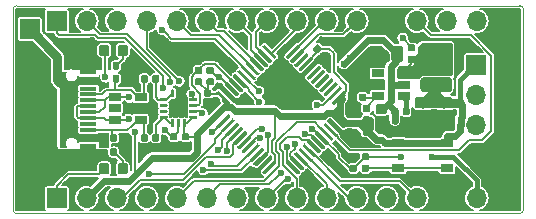
<source format=gtl>
G04 #@! TF.GenerationSoftware,KiCad,Pcbnew,5.0.1*
G04 #@! TF.CreationDate,2019-10-25T00:23:11+02:00*
G04 #@! TF.ProjectId,OtterPill,4F7474657250696C6C2E6B696361645F,rev?*
G04 #@! TF.SameCoordinates,Original*
G04 #@! TF.FileFunction,Copper,L1,Top,Signal*
G04 #@! TF.FilePolarity,Positive*
%FSLAX46Y46*%
G04 Gerber Fmt 4.6, Leading zero omitted, Abs format (unit mm)*
G04 Created by KiCad (PCBNEW 5.0.1) date Fri 25 Oct 2019 12:23:11 AM CEST*
%MOMM*%
%LPD*%
G01*
G04 APERTURE LIST*
G04 #@! TA.AperFunction,NonConductor*
%ADD10C,0.050000*%
G04 #@! TD*
G04 #@! TA.AperFunction,Conductor*
%ADD11C,0.100000*%
G04 #@! TD*
G04 #@! TA.AperFunction,SMDPad,CuDef*
%ADD12C,0.875000*%
G04 #@! TD*
G04 #@! TA.AperFunction,ComponentPad*
%ADD13O,1.700000X1.700000*%
G04 #@! TD*
G04 #@! TA.AperFunction,ComponentPad*
%ADD14R,1.700000X1.700000*%
G04 #@! TD*
G04 #@! TA.AperFunction,SMDPad,CuDef*
%ADD15C,0.590000*%
G04 #@! TD*
G04 #@! TA.AperFunction,SMDPad,CuDef*
%ADD16C,1.250000*%
G04 #@! TD*
G04 #@! TA.AperFunction,SMDPad,CuDef*
%ADD17C,0.975000*%
G04 #@! TD*
G04 #@! TA.AperFunction,SMDPad,CuDef*
%ADD18C,0.300000*%
G04 #@! TD*
G04 #@! TA.AperFunction,SMDPad,CuDef*
%ADD19R,1.050000X0.650000*%
G04 #@! TD*
G04 #@! TA.AperFunction,SMDPad,CuDef*
%ADD20C,0.250000*%
G04 #@! TD*
G04 #@! TA.AperFunction,SMDPad,CuDef*
%ADD21C,1.450000*%
G04 #@! TD*
G04 #@! TA.AperFunction,SMDPad,CuDef*
%ADD22R,1.060000X0.650000*%
G04 #@! TD*
G04 #@! TA.AperFunction,ComponentPad*
%ADD23O,2.100000X1.000000*%
G04 #@! TD*
G04 #@! TA.AperFunction,ComponentPad*
%ADD24O,1.600000X1.000000*%
G04 #@! TD*
G04 #@! TA.AperFunction,SMDPad,CuDef*
%ADD25R,1.450000X0.600000*%
G04 #@! TD*
G04 #@! TA.AperFunction,SMDPad,CuDef*
%ADD26R,1.450000X0.300000*%
G04 #@! TD*
G04 #@! TA.AperFunction,ViaPad*
%ADD27C,0.600000*%
G04 #@! TD*
G04 #@! TA.AperFunction,Conductor*
%ADD28C,0.200000*%
G04 #@! TD*
G04 #@! TA.AperFunction,Conductor*
%ADD29C,0.400000*%
G04 #@! TD*
G04 #@! TA.AperFunction,Conductor*
%ADD30C,0.157000*%
G04 #@! TD*
G04 #@! TA.AperFunction,Conductor*
%ADD31C,0.600000*%
G04 #@! TD*
G04 #@! TA.AperFunction,Conductor*
%ADD32C,0.800000*%
G04 #@! TD*
G04 #@! TA.AperFunction,Conductor*
%ADD33C,0.254000*%
G04 #@! TD*
G04 APERTURE END LIST*
D10*
X63200000Y-37100000D02*
G75*
G02X62900000Y-37400000I-300000J0D01*
G01*
X62900000Y-19800000D02*
G75*
G02X63200000Y-20100000I0J-300000D01*
G01*
X20000000Y-20100000D02*
G75*
G02X20300000Y-19800000I300000J0D01*
G01*
X20300000Y-37400000D02*
G75*
G02X20000000Y-37100000I0J300000D01*
G01*
X20000000Y-37100000D02*
X20000000Y-20100000D01*
X62900000Y-37400000D02*
X20300000Y-37400000D01*
X63200000Y-20100000D02*
X63200000Y-37100000D01*
X20300000Y-19800000D02*
X62900000Y-19800000D01*
D11*
G04 #@! TO.N,VIN*
G04 #@! TO.C,C2*
G36*
X51457691Y-28116053D02*
X51478926Y-28119203D01*
X51499750Y-28124419D01*
X51519962Y-28131651D01*
X51539368Y-28140830D01*
X51557781Y-28151866D01*
X51575024Y-28164654D01*
X51590930Y-28179070D01*
X51605346Y-28194976D01*
X51618134Y-28212219D01*
X51629170Y-28230632D01*
X51638349Y-28250038D01*
X51645581Y-28270250D01*
X51650797Y-28291074D01*
X51653947Y-28312309D01*
X51655000Y-28333750D01*
X51655000Y-28771250D01*
X51653947Y-28792691D01*
X51650797Y-28813926D01*
X51645581Y-28834750D01*
X51638349Y-28854962D01*
X51629170Y-28874368D01*
X51618134Y-28892781D01*
X51605346Y-28910024D01*
X51590930Y-28925930D01*
X51575024Y-28940346D01*
X51557781Y-28953134D01*
X51539368Y-28964170D01*
X51519962Y-28973349D01*
X51499750Y-28980581D01*
X51478926Y-28985797D01*
X51457691Y-28988947D01*
X51436250Y-28990000D01*
X50923750Y-28990000D01*
X50902309Y-28988947D01*
X50881074Y-28985797D01*
X50860250Y-28980581D01*
X50840038Y-28973349D01*
X50820632Y-28964170D01*
X50802219Y-28953134D01*
X50784976Y-28940346D01*
X50769070Y-28925930D01*
X50754654Y-28910024D01*
X50741866Y-28892781D01*
X50730830Y-28874368D01*
X50721651Y-28854962D01*
X50714419Y-28834750D01*
X50709203Y-28813926D01*
X50706053Y-28792691D01*
X50705000Y-28771250D01*
X50705000Y-28333750D01*
X50706053Y-28312309D01*
X50709203Y-28291074D01*
X50714419Y-28270250D01*
X50721651Y-28250038D01*
X50730830Y-28230632D01*
X50741866Y-28212219D01*
X50754654Y-28194976D01*
X50769070Y-28179070D01*
X50784976Y-28164654D01*
X50802219Y-28151866D01*
X50820632Y-28140830D01*
X50840038Y-28131651D01*
X50860250Y-28124419D01*
X50881074Y-28119203D01*
X50902309Y-28116053D01*
X50923750Y-28115000D01*
X51436250Y-28115000D01*
X51457691Y-28116053D01*
X51457691Y-28116053D01*
G37*
D12*
G04 #@! TD*
G04 #@! TO.P,C2,1*
G04 #@! TO.N,VIN*
X51180000Y-28552500D03*
D11*
G04 #@! TO.N,GND*
G04 #@! TO.C,C2*
G36*
X51457691Y-29691053D02*
X51478926Y-29694203D01*
X51499750Y-29699419D01*
X51519962Y-29706651D01*
X51539368Y-29715830D01*
X51557781Y-29726866D01*
X51575024Y-29739654D01*
X51590930Y-29754070D01*
X51605346Y-29769976D01*
X51618134Y-29787219D01*
X51629170Y-29805632D01*
X51638349Y-29825038D01*
X51645581Y-29845250D01*
X51650797Y-29866074D01*
X51653947Y-29887309D01*
X51655000Y-29908750D01*
X51655000Y-30346250D01*
X51653947Y-30367691D01*
X51650797Y-30388926D01*
X51645581Y-30409750D01*
X51638349Y-30429962D01*
X51629170Y-30449368D01*
X51618134Y-30467781D01*
X51605346Y-30485024D01*
X51590930Y-30500930D01*
X51575024Y-30515346D01*
X51557781Y-30528134D01*
X51539368Y-30539170D01*
X51519962Y-30548349D01*
X51499750Y-30555581D01*
X51478926Y-30560797D01*
X51457691Y-30563947D01*
X51436250Y-30565000D01*
X50923750Y-30565000D01*
X50902309Y-30563947D01*
X50881074Y-30560797D01*
X50860250Y-30555581D01*
X50840038Y-30548349D01*
X50820632Y-30539170D01*
X50802219Y-30528134D01*
X50784976Y-30515346D01*
X50769070Y-30500930D01*
X50754654Y-30485024D01*
X50741866Y-30467781D01*
X50730830Y-30449368D01*
X50721651Y-30429962D01*
X50714419Y-30409750D01*
X50709203Y-30388926D01*
X50706053Y-30367691D01*
X50705000Y-30346250D01*
X50705000Y-29908750D01*
X50706053Y-29887309D01*
X50709203Y-29866074D01*
X50714419Y-29845250D01*
X50721651Y-29825038D01*
X50730830Y-29805632D01*
X50741866Y-29787219D01*
X50754654Y-29769976D01*
X50769070Y-29754070D01*
X50784976Y-29739654D01*
X50802219Y-29726866D01*
X50820632Y-29715830D01*
X50840038Y-29706651D01*
X50860250Y-29699419D01*
X50881074Y-29694203D01*
X50902309Y-29691053D01*
X50923750Y-29690000D01*
X51436250Y-29690000D01*
X51457691Y-29691053D01*
X51457691Y-29691053D01*
G37*
D12*
G04 #@! TD*
G04 #@! TO.P,C2,2*
G04 #@! TO.N,GND*
X51180000Y-30127500D03*
D13*
G04 #@! TO.P,J5,4*
G04 #@! TO.N,GND*
X59200000Y-32470000D03*
G04 #@! TO.P,J5,3*
G04 #@! TO.N,SWCLK*
X59200000Y-29930000D03*
G04 #@! TO.P,J5,2*
G04 #@! TO.N,SWDIO*
X59200000Y-27390000D03*
D14*
G04 #@! TO.P,J5,1*
G04 #@! TO.N,+3V3*
X59200000Y-24850000D03*
G04 #@! TD*
D11*
G04 #@! TO.N,Net-(R13-Pad1)*
G04 #@! TO.C,R13*
G36*
X50016958Y-33280710D02*
X50031276Y-33282834D01*
X50045317Y-33286351D01*
X50058946Y-33291228D01*
X50072031Y-33297417D01*
X50084447Y-33304858D01*
X50096073Y-33313481D01*
X50106798Y-33323202D01*
X50116519Y-33333927D01*
X50125142Y-33345553D01*
X50132583Y-33357969D01*
X50138772Y-33371054D01*
X50143649Y-33384683D01*
X50147166Y-33398724D01*
X50149290Y-33413042D01*
X50150000Y-33427500D01*
X50150000Y-33722500D01*
X50149290Y-33736958D01*
X50147166Y-33751276D01*
X50143649Y-33765317D01*
X50138772Y-33778946D01*
X50132583Y-33792031D01*
X50125142Y-33804447D01*
X50116519Y-33816073D01*
X50106798Y-33826798D01*
X50096073Y-33836519D01*
X50084447Y-33845142D01*
X50072031Y-33852583D01*
X50058946Y-33858772D01*
X50045317Y-33863649D01*
X50031276Y-33867166D01*
X50016958Y-33869290D01*
X50002500Y-33870000D01*
X49657500Y-33870000D01*
X49643042Y-33869290D01*
X49628724Y-33867166D01*
X49614683Y-33863649D01*
X49601054Y-33858772D01*
X49587969Y-33852583D01*
X49575553Y-33845142D01*
X49563927Y-33836519D01*
X49553202Y-33826798D01*
X49543481Y-33816073D01*
X49534858Y-33804447D01*
X49527417Y-33792031D01*
X49521228Y-33778946D01*
X49516351Y-33765317D01*
X49512834Y-33751276D01*
X49510710Y-33736958D01*
X49510000Y-33722500D01*
X49510000Y-33427500D01*
X49510710Y-33413042D01*
X49512834Y-33398724D01*
X49516351Y-33384683D01*
X49521228Y-33371054D01*
X49527417Y-33357969D01*
X49534858Y-33345553D01*
X49543481Y-33333927D01*
X49553202Y-33323202D01*
X49563927Y-33313481D01*
X49575553Y-33304858D01*
X49587969Y-33297417D01*
X49601054Y-33291228D01*
X49614683Y-33286351D01*
X49628724Y-33282834D01*
X49643042Y-33280710D01*
X49657500Y-33280000D01*
X50002500Y-33280000D01*
X50016958Y-33280710D01*
X50016958Y-33280710D01*
G37*
D15*
G04 #@! TD*
G04 #@! TO.P,R13,1*
G04 #@! TO.N,Net-(R13-Pad1)*
X49830000Y-33575000D03*
D11*
G04 #@! TO.N,Net-(J7-Pad1)*
G04 #@! TO.C,R13*
G36*
X50016958Y-32310710D02*
X50031276Y-32312834D01*
X50045317Y-32316351D01*
X50058946Y-32321228D01*
X50072031Y-32327417D01*
X50084447Y-32334858D01*
X50096073Y-32343481D01*
X50106798Y-32353202D01*
X50116519Y-32363927D01*
X50125142Y-32375553D01*
X50132583Y-32387969D01*
X50138772Y-32401054D01*
X50143649Y-32414683D01*
X50147166Y-32428724D01*
X50149290Y-32443042D01*
X50150000Y-32457500D01*
X50150000Y-32752500D01*
X50149290Y-32766958D01*
X50147166Y-32781276D01*
X50143649Y-32795317D01*
X50138772Y-32808946D01*
X50132583Y-32822031D01*
X50125142Y-32834447D01*
X50116519Y-32846073D01*
X50106798Y-32856798D01*
X50096073Y-32866519D01*
X50084447Y-32875142D01*
X50072031Y-32882583D01*
X50058946Y-32888772D01*
X50045317Y-32893649D01*
X50031276Y-32897166D01*
X50016958Y-32899290D01*
X50002500Y-32900000D01*
X49657500Y-32900000D01*
X49643042Y-32899290D01*
X49628724Y-32897166D01*
X49614683Y-32893649D01*
X49601054Y-32888772D01*
X49587969Y-32882583D01*
X49575553Y-32875142D01*
X49563927Y-32866519D01*
X49553202Y-32856798D01*
X49543481Y-32846073D01*
X49534858Y-32834447D01*
X49527417Y-32822031D01*
X49521228Y-32808946D01*
X49516351Y-32795317D01*
X49512834Y-32781276D01*
X49510710Y-32766958D01*
X49510000Y-32752500D01*
X49510000Y-32457500D01*
X49510710Y-32443042D01*
X49512834Y-32428724D01*
X49516351Y-32414683D01*
X49521228Y-32401054D01*
X49527417Y-32387969D01*
X49534858Y-32375553D01*
X49543481Y-32363927D01*
X49553202Y-32353202D01*
X49563927Y-32343481D01*
X49575553Y-32334858D01*
X49587969Y-32327417D01*
X49601054Y-32321228D01*
X49614683Y-32316351D01*
X49628724Y-32312834D01*
X49643042Y-32310710D01*
X49657500Y-32310000D01*
X50002500Y-32310000D01*
X50016958Y-32310710D01*
X50016958Y-32310710D01*
G37*
D15*
G04 #@! TD*
G04 #@! TO.P,R13,2*
G04 #@! TO.N,Net-(J7-Pad1)*
X49830000Y-32605000D03*
D11*
G04 #@! TO.N,Net-(C3-Pad2)*
G04 #@! TO.C,L1*
G36*
X56919504Y-23076204D02*
X56943773Y-23079804D01*
X56967571Y-23085765D01*
X56990671Y-23094030D01*
X57012849Y-23104520D01*
X57033893Y-23117133D01*
X57053598Y-23131747D01*
X57071777Y-23148223D01*
X57088253Y-23166402D01*
X57102867Y-23186107D01*
X57115480Y-23207151D01*
X57125970Y-23229329D01*
X57134235Y-23252429D01*
X57140196Y-23276227D01*
X57143796Y-23300496D01*
X57145000Y-23325000D01*
X57145000Y-24075000D01*
X57143796Y-24099504D01*
X57140196Y-24123773D01*
X57134235Y-24147571D01*
X57125970Y-24170671D01*
X57115480Y-24192849D01*
X57102867Y-24213893D01*
X57088253Y-24233598D01*
X57071777Y-24251777D01*
X57053598Y-24268253D01*
X57033893Y-24282867D01*
X57012849Y-24295480D01*
X56990671Y-24305970D01*
X56967571Y-24314235D01*
X56943773Y-24320196D01*
X56919504Y-24323796D01*
X56895000Y-24325000D01*
X54745000Y-24325000D01*
X54720496Y-24323796D01*
X54696227Y-24320196D01*
X54672429Y-24314235D01*
X54649329Y-24305970D01*
X54627151Y-24295480D01*
X54606107Y-24282867D01*
X54586402Y-24268253D01*
X54568223Y-24251777D01*
X54551747Y-24233598D01*
X54537133Y-24213893D01*
X54524520Y-24192849D01*
X54514030Y-24170671D01*
X54505765Y-24147571D01*
X54499804Y-24123773D01*
X54496204Y-24099504D01*
X54495000Y-24075000D01*
X54495000Y-23325000D01*
X54496204Y-23300496D01*
X54499804Y-23276227D01*
X54505765Y-23252429D01*
X54514030Y-23229329D01*
X54524520Y-23207151D01*
X54537133Y-23186107D01*
X54551747Y-23166402D01*
X54568223Y-23148223D01*
X54586402Y-23131747D01*
X54606107Y-23117133D01*
X54627151Y-23104520D01*
X54649329Y-23094030D01*
X54672429Y-23085765D01*
X54696227Y-23079804D01*
X54720496Y-23076204D01*
X54745000Y-23075000D01*
X56895000Y-23075000D01*
X56919504Y-23076204D01*
X56919504Y-23076204D01*
G37*
D16*
G04 #@! TD*
G04 #@! TO.P,L1,1*
G04 #@! TO.N,Net-(C3-Pad2)*
X55820000Y-23700000D03*
D11*
G04 #@! TO.N,+3V3*
G04 #@! TO.C,L1*
G36*
X56919504Y-25876204D02*
X56943773Y-25879804D01*
X56967571Y-25885765D01*
X56990671Y-25894030D01*
X57012849Y-25904520D01*
X57033893Y-25917133D01*
X57053598Y-25931747D01*
X57071777Y-25948223D01*
X57088253Y-25966402D01*
X57102867Y-25986107D01*
X57115480Y-26007151D01*
X57125970Y-26029329D01*
X57134235Y-26052429D01*
X57140196Y-26076227D01*
X57143796Y-26100496D01*
X57145000Y-26125000D01*
X57145000Y-26875000D01*
X57143796Y-26899504D01*
X57140196Y-26923773D01*
X57134235Y-26947571D01*
X57125970Y-26970671D01*
X57115480Y-26992849D01*
X57102867Y-27013893D01*
X57088253Y-27033598D01*
X57071777Y-27051777D01*
X57053598Y-27068253D01*
X57033893Y-27082867D01*
X57012849Y-27095480D01*
X56990671Y-27105970D01*
X56967571Y-27114235D01*
X56943773Y-27120196D01*
X56919504Y-27123796D01*
X56895000Y-27125000D01*
X54745000Y-27125000D01*
X54720496Y-27123796D01*
X54696227Y-27120196D01*
X54672429Y-27114235D01*
X54649329Y-27105970D01*
X54627151Y-27095480D01*
X54606107Y-27082867D01*
X54586402Y-27068253D01*
X54568223Y-27051777D01*
X54551747Y-27033598D01*
X54537133Y-27013893D01*
X54524520Y-26992849D01*
X54514030Y-26970671D01*
X54505765Y-26947571D01*
X54499804Y-26923773D01*
X54496204Y-26899504D01*
X54495000Y-26875000D01*
X54495000Y-26125000D01*
X54496204Y-26100496D01*
X54499804Y-26076227D01*
X54505765Y-26052429D01*
X54514030Y-26029329D01*
X54524520Y-26007151D01*
X54537133Y-25986107D01*
X54551747Y-25966402D01*
X54568223Y-25948223D01*
X54586402Y-25931747D01*
X54606107Y-25917133D01*
X54627151Y-25904520D01*
X54649329Y-25894030D01*
X54672429Y-25885765D01*
X54696227Y-25879804D01*
X54720496Y-25876204D01*
X54745000Y-25875000D01*
X56895000Y-25875000D01*
X56919504Y-25876204D01*
X56919504Y-25876204D01*
G37*
D16*
G04 #@! TD*
G04 #@! TO.P,L1,2*
G04 #@! TO.N,+3V3*
X55820000Y-26500000D03*
D11*
G04 #@! TO.N,+3V3*
G04 #@! TO.C,C11*
G36*
X55170142Y-27526174D02*
X55193803Y-27529684D01*
X55217007Y-27535496D01*
X55239529Y-27543554D01*
X55261153Y-27553782D01*
X55281670Y-27566079D01*
X55300883Y-27580329D01*
X55318607Y-27596393D01*
X55334671Y-27614117D01*
X55348921Y-27633330D01*
X55361218Y-27653847D01*
X55371446Y-27675471D01*
X55379504Y-27697993D01*
X55385316Y-27721197D01*
X55388826Y-27744858D01*
X55390000Y-27768750D01*
X55390000Y-28256250D01*
X55388826Y-28280142D01*
X55385316Y-28303803D01*
X55379504Y-28327007D01*
X55371446Y-28349529D01*
X55361218Y-28371153D01*
X55348921Y-28391670D01*
X55334671Y-28410883D01*
X55318607Y-28428607D01*
X55300883Y-28444671D01*
X55281670Y-28458921D01*
X55261153Y-28471218D01*
X55239529Y-28481446D01*
X55217007Y-28489504D01*
X55193803Y-28495316D01*
X55170142Y-28498826D01*
X55146250Y-28500000D01*
X54233750Y-28500000D01*
X54209858Y-28498826D01*
X54186197Y-28495316D01*
X54162993Y-28489504D01*
X54140471Y-28481446D01*
X54118847Y-28471218D01*
X54098330Y-28458921D01*
X54079117Y-28444671D01*
X54061393Y-28428607D01*
X54045329Y-28410883D01*
X54031079Y-28391670D01*
X54018782Y-28371153D01*
X54008554Y-28349529D01*
X54000496Y-28327007D01*
X53994684Y-28303803D01*
X53991174Y-28280142D01*
X53990000Y-28256250D01*
X53990000Y-27768750D01*
X53991174Y-27744858D01*
X53994684Y-27721197D01*
X54000496Y-27697993D01*
X54008554Y-27675471D01*
X54018782Y-27653847D01*
X54031079Y-27633330D01*
X54045329Y-27614117D01*
X54061393Y-27596393D01*
X54079117Y-27580329D01*
X54098330Y-27566079D01*
X54118847Y-27553782D01*
X54140471Y-27543554D01*
X54162993Y-27535496D01*
X54186197Y-27529684D01*
X54209858Y-27526174D01*
X54233750Y-27525000D01*
X55146250Y-27525000D01*
X55170142Y-27526174D01*
X55170142Y-27526174D01*
G37*
D17*
G04 #@! TD*
G04 #@! TO.P,C11,1*
G04 #@! TO.N,+3V3*
X54690000Y-28012500D03*
D11*
G04 #@! TO.N,GND*
G04 #@! TO.C,C11*
G36*
X55170142Y-29401174D02*
X55193803Y-29404684D01*
X55217007Y-29410496D01*
X55239529Y-29418554D01*
X55261153Y-29428782D01*
X55281670Y-29441079D01*
X55300883Y-29455329D01*
X55318607Y-29471393D01*
X55334671Y-29489117D01*
X55348921Y-29508330D01*
X55361218Y-29528847D01*
X55371446Y-29550471D01*
X55379504Y-29572993D01*
X55385316Y-29596197D01*
X55388826Y-29619858D01*
X55390000Y-29643750D01*
X55390000Y-30131250D01*
X55388826Y-30155142D01*
X55385316Y-30178803D01*
X55379504Y-30202007D01*
X55371446Y-30224529D01*
X55361218Y-30246153D01*
X55348921Y-30266670D01*
X55334671Y-30285883D01*
X55318607Y-30303607D01*
X55300883Y-30319671D01*
X55281670Y-30333921D01*
X55261153Y-30346218D01*
X55239529Y-30356446D01*
X55217007Y-30364504D01*
X55193803Y-30370316D01*
X55170142Y-30373826D01*
X55146250Y-30375000D01*
X54233750Y-30375000D01*
X54209858Y-30373826D01*
X54186197Y-30370316D01*
X54162993Y-30364504D01*
X54140471Y-30356446D01*
X54118847Y-30346218D01*
X54098330Y-30333921D01*
X54079117Y-30319671D01*
X54061393Y-30303607D01*
X54045329Y-30285883D01*
X54031079Y-30266670D01*
X54018782Y-30246153D01*
X54008554Y-30224529D01*
X54000496Y-30202007D01*
X53994684Y-30178803D01*
X53991174Y-30155142D01*
X53990000Y-30131250D01*
X53990000Y-29643750D01*
X53991174Y-29619858D01*
X53994684Y-29596197D01*
X54000496Y-29572993D01*
X54008554Y-29550471D01*
X54018782Y-29528847D01*
X54031079Y-29508330D01*
X54045329Y-29489117D01*
X54061393Y-29471393D01*
X54079117Y-29455329D01*
X54098330Y-29441079D01*
X54118847Y-29428782D01*
X54140471Y-29418554D01*
X54162993Y-29410496D01*
X54186197Y-29404684D01*
X54209858Y-29401174D01*
X54233750Y-29400000D01*
X55146250Y-29400000D01*
X55170142Y-29401174D01*
X55170142Y-29401174D01*
G37*
D17*
G04 #@! TD*
G04 #@! TO.P,C11,2*
G04 #@! TO.N,GND*
X54690000Y-29887500D03*
D11*
G04 #@! TO.N,VIN*
G04 #@! TO.C,R12*
G36*
X52476958Y-28430710D02*
X52491276Y-28432834D01*
X52505317Y-28436351D01*
X52518946Y-28441228D01*
X52532031Y-28447417D01*
X52544447Y-28454858D01*
X52556073Y-28463481D01*
X52566798Y-28473202D01*
X52576519Y-28483927D01*
X52585142Y-28495553D01*
X52592583Y-28507969D01*
X52598772Y-28521054D01*
X52603649Y-28534683D01*
X52607166Y-28548724D01*
X52609290Y-28563042D01*
X52610000Y-28577500D01*
X52610000Y-28922500D01*
X52609290Y-28936958D01*
X52607166Y-28951276D01*
X52603649Y-28965317D01*
X52598772Y-28978946D01*
X52592583Y-28992031D01*
X52585142Y-29004447D01*
X52576519Y-29016073D01*
X52566798Y-29026798D01*
X52556073Y-29036519D01*
X52544447Y-29045142D01*
X52532031Y-29052583D01*
X52518946Y-29058772D01*
X52505317Y-29063649D01*
X52491276Y-29067166D01*
X52476958Y-29069290D01*
X52462500Y-29070000D01*
X52167500Y-29070000D01*
X52153042Y-29069290D01*
X52138724Y-29067166D01*
X52124683Y-29063649D01*
X52111054Y-29058772D01*
X52097969Y-29052583D01*
X52085553Y-29045142D01*
X52073927Y-29036519D01*
X52063202Y-29026798D01*
X52053481Y-29016073D01*
X52044858Y-29004447D01*
X52037417Y-28992031D01*
X52031228Y-28978946D01*
X52026351Y-28965317D01*
X52022834Y-28951276D01*
X52020710Y-28936958D01*
X52020000Y-28922500D01*
X52020000Y-28577500D01*
X52020710Y-28563042D01*
X52022834Y-28548724D01*
X52026351Y-28534683D01*
X52031228Y-28521054D01*
X52037417Y-28507969D01*
X52044858Y-28495553D01*
X52053481Y-28483927D01*
X52063202Y-28473202D01*
X52073927Y-28463481D01*
X52085553Y-28454858D01*
X52097969Y-28447417D01*
X52111054Y-28441228D01*
X52124683Y-28436351D01*
X52138724Y-28432834D01*
X52153042Y-28430710D01*
X52167500Y-28430000D01*
X52462500Y-28430000D01*
X52476958Y-28430710D01*
X52476958Y-28430710D01*
G37*
D15*
G04 #@! TD*
G04 #@! TO.P,R12,1*
G04 #@! TO.N,VIN*
X52315000Y-28750000D03*
D11*
G04 #@! TO.N,Net-(R12-Pad2)*
G04 #@! TO.C,R12*
G36*
X53446958Y-28430710D02*
X53461276Y-28432834D01*
X53475317Y-28436351D01*
X53488946Y-28441228D01*
X53502031Y-28447417D01*
X53514447Y-28454858D01*
X53526073Y-28463481D01*
X53536798Y-28473202D01*
X53546519Y-28483927D01*
X53555142Y-28495553D01*
X53562583Y-28507969D01*
X53568772Y-28521054D01*
X53573649Y-28534683D01*
X53577166Y-28548724D01*
X53579290Y-28563042D01*
X53580000Y-28577500D01*
X53580000Y-28922500D01*
X53579290Y-28936958D01*
X53577166Y-28951276D01*
X53573649Y-28965317D01*
X53568772Y-28978946D01*
X53562583Y-28992031D01*
X53555142Y-29004447D01*
X53546519Y-29016073D01*
X53536798Y-29026798D01*
X53526073Y-29036519D01*
X53514447Y-29045142D01*
X53502031Y-29052583D01*
X53488946Y-29058772D01*
X53475317Y-29063649D01*
X53461276Y-29067166D01*
X53446958Y-29069290D01*
X53432500Y-29070000D01*
X53137500Y-29070000D01*
X53123042Y-29069290D01*
X53108724Y-29067166D01*
X53094683Y-29063649D01*
X53081054Y-29058772D01*
X53067969Y-29052583D01*
X53055553Y-29045142D01*
X53043927Y-29036519D01*
X53033202Y-29026798D01*
X53023481Y-29016073D01*
X53014858Y-29004447D01*
X53007417Y-28992031D01*
X53001228Y-28978946D01*
X52996351Y-28965317D01*
X52992834Y-28951276D01*
X52990710Y-28936958D01*
X52990000Y-28922500D01*
X52990000Y-28577500D01*
X52990710Y-28563042D01*
X52992834Y-28548724D01*
X52996351Y-28534683D01*
X53001228Y-28521054D01*
X53007417Y-28507969D01*
X53014858Y-28495553D01*
X53023481Y-28483927D01*
X53033202Y-28473202D01*
X53043927Y-28463481D01*
X53055553Y-28454858D01*
X53067969Y-28447417D01*
X53081054Y-28441228D01*
X53094683Y-28436351D01*
X53108724Y-28432834D01*
X53123042Y-28430710D01*
X53137500Y-28430000D01*
X53432500Y-28430000D01*
X53446958Y-28430710D01*
X53446958Y-28430710D01*
G37*
D15*
G04 #@! TD*
G04 #@! TO.P,R12,2*
G04 #@! TO.N,Net-(R12-Pad2)*
X53285000Y-28750000D03*
D14*
G04 #@! TO.P,J2,1*
G04 #@! TO.N,VIN*
X21420000Y-21780000D03*
G04 #@! TD*
G04 #@! TO.P,J6,1*
G04 #@! TO.N,GND*
X21420000Y-35340000D03*
G04 #@! TD*
D11*
G04 #@! TO.N,+3V3*
G04 #@! TO.C,U2*
G36*
X48010652Y-26995031D02*
X48017933Y-26996111D01*
X48025072Y-26997899D01*
X48032002Y-27000379D01*
X48038656Y-27003526D01*
X48044969Y-27007310D01*
X48050880Y-27011694D01*
X48056334Y-27016637D01*
X48162400Y-27122703D01*
X48167343Y-27128157D01*
X48171727Y-27134068D01*
X48175511Y-27140381D01*
X48178658Y-27147035D01*
X48181138Y-27153965D01*
X48182926Y-27161104D01*
X48184006Y-27168385D01*
X48184367Y-27175736D01*
X48184006Y-27183087D01*
X48182926Y-27190368D01*
X48181138Y-27197507D01*
X48178658Y-27204437D01*
X48175511Y-27211091D01*
X48171727Y-27217404D01*
X48167343Y-27223315D01*
X48162400Y-27228769D01*
X47225484Y-28165685D01*
X47220030Y-28170628D01*
X47214119Y-28175012D01*
X47207806Y-28178796D01*
X47201152Y-28181943D01*
X47194222Y-28184423D01*
X47187083Y-28186211D01*
X47179802Y-28187291D01*
X47172451Y-28187652D01*
X47165100Y-28187291D01*
X47157819Y-28186211D01*
X47150680Y-28184423D01*
X47143750Y-28181943D01*
X47137096Y-28178796D01*
X47130783Y-28175012D01*
X47124872Y-28170628D01*
X47119418Y-28165685D01*
X47013352Y-28059619D01*
X47008409Y-28054165D01*
X47004025Y-28048254D01*
X47000241Y-28041941D01*
X46997094Y-28035287D01*
X46994614Y-28028357D01*
X46992826Y-28021218D01*
X46991746Y-28013937D01*
X46991385Y-28006586D01*
X46991746Y-27999235D01*
X46992826Y-27991954D01*
X46994614Y-27984815D01*
X46997094Y-27977885D01*
X47000241Y-27971231D01*
X47004025Y-27964918D01*
X47008409Y-27959007D01*
X47013352Y-27953553D01*
X47950268Y-27016637D01*
X47955722Y-27011694D01*
X47961633Y-27007310D01*
X47967946Y-27003526D01*
X47974600Y-27000379D01*
X47981530Y-26997899D01*
X47988669Y-26996111D01*
X47995950Y-26995031D01*
X48003301Y-26994670D01*
X48010652Y-26995031D01*
X48010652Y-26995031D01*
G37*
D18*
G04 #@! TD*
G04 #@! TO.P,U2,1*
G04 #@! TO.N,+3V3*
X47587876Y-27591161D03*
D11*
G04 #@! TO.N,Net-(J7-Pad1)*
G04 #@! TO.C,U2*
G36*
X47657098Y-26641477D02*
X47664379Y-26642557D01*
X47671518Y-26644345D01*
X47678448Y-26646825D01*
X47685102Y-26649972D01*
X47691415Y-26653756D01*
X47697326Y-26658140D01*
X47702780Y-26663083D01*
X47808846Y-26769149D01*
X47813789Y-26774603D01*
X47818173Y-26780514D01*
X47821957Y-26786827D01*
X47825104Y-26793481D01*
X47827584Y-26800411D01*
X47829372Y-26807550D01*
X47830452Y-26814831D01*
X47830813Y-26822182D01*
X47830452Y-26829533D01*
X47829372Y-26836814D01*
X47827584Y-26843953D01*
X47825104Y-26850883D01*
X47821957Y-26857537D01*
X47818173Y-26863850D01*
X47813789Y-26869761D01*
X47808846Y-26875215D01*
X46871930Y-27812131D01*
X46866476Y-27817074D01*
X46860565Y-27821458D01*
X46854252Y-27825242D01*
X46847598Y-27828389D01*
X46840668Y-27830869D01*
X46833529Y-27832657D01*
X46826248Y-27833737D01*
X46818897Y-27834098D01*
X46811546Y-27833737D01*
X46804265Y-27832657D01*
X46797126Y-27830869D01*
X46790196Y-27828389D01*
X46783542Y-27825242D01*
X46777229Y-27821458D01*
X46771318Y-27817074D01*
X46765864Y-27812131D01*
X46659798Y-27706065D01*
X46654855Y-27700611D01*
X46650471Y-27694700D01*
X46646687Y-27688387D01*
X46643540Y-27681733D01*
X46641060Y-27674803D01*
X46639272Y-27667664D01*
X46638192Y-27660383D01*
X46637831Y-27653032D01*
X46638192Y-27645681D01*
X46639272Y-27638400D01*
X46641060Y-27631261D01*
X46643540Y-27624331D01*
X46646687Y-27617677D01*
X46650471Y-27611364D01*
X46654855Y-27605453D01*
X46659798Y-27599999D01*
X47596714Y-26663083D01*
X47602168Y-26658140D01*
X47608079Y-26653756D01*
X47614392Y-26649972D01*
X47621046Y-26646825D01*
X47627976Y-26644345D01*
X47635115Y-26642557D01*
X47642396Y-26641477D01*
X47649747Y-26641116D01*
X47657098Y-26641477D01*
X47657098Y-26641477D01*
G37*
D18*
G04 #@! TD*
G04 #@! TO.P,U2,2*
G04 #@! TO.N,Net-(J7-Pad1)*
X47234322Y-27237607D03*
D11*
G04 #@! TO.N,Net-(U2-Pad3)*
G04 #@! TO.C,U2*
G36*
X47303545Y-26287924D02*
X47310826Y-26289004D01*
X47317965Y-26290792D01*
X47324895Y-26293272D01*
X47331549Y-26296419D01*
X47337862Y-26300203D01*
X47343773Y-26304587D01*
X47349227Y-26309530D01*
X47455293Y-26415596D01*
X47460236Y-26421050D01*
X47464620Y-26426961D01*
X47468404Y-26433274D01*
X47471551Y-26439928D01*
X47474031Y-26446858D01*
X47475819Y-26453997D01*
X47476899Y-26461278D01*
X47477260Y-26468629D01*
X47476899Y-26475980D01*
X47475819Y-26483261D01*
X47474031Y-26490400D01*
X47471551Y-26497330D01*
X47468404Y-26503984D01*
X47464620Y-26510297D01*
X47460236Y-26516208D01*
X47455293Y-26521662D01*
X46518377Y-27458578D01*
X46512923Y-27463521D01*
X46507012Y-27467905D01*
X46500699Y-27471689D01*
X46494045Y-27474836D01*
X46487115Y-27477316D01*
X46479976Y-27479104D01*
X46472695Y-27480184D01*
X46465344Y-27480545D01*
X46457993Y-27480184D01*
X46450712Y-27479104D01*
X46443573Y-27477316D01*
X46436643Y-27474836D01*
X46429989Y-27471689D01*
X46423676Y-27467905D01*
X46417765Y-27463521D01*
X46412311Y-27458578D01*
X46306245Y-27352512D01*
X46301302Y-27347058D01*
X46296918Y-27341147D01*
X46293134Y-27334834D01*
X46289987Y-27328180D01*
X46287507Y-27321250D01*
X46285719Y-27314111D01*
X46284639Y-27306830D01*
X46284278Y-27299479D01*
X46284639Y-27292128D01*
X46285719Y-27284847D01*
X46287507Y-27277708D01*
X46289987Y-27270778D01*
X46293134Y-27264124D01*
X46296918Y-27257811D01*
X46301302Y-27251900D01*
X46306245Y-27246446D01*
X47243161Y-26309530D01*
X47248615Y-26304587D01*
X47254526Y-26300203D01*
X47260839Y-26296419D01*
X47267493Y-26293272D01*
X47274423Y-26290792D01*
X47281562Y-26289004D01*
X47288843Y-26287924D01*
X47296194Y-26287563D01*
X47303545Y-26287924D01*
X47303545Y-26287924D01*
G37*
D18*
G04 #@! TD*
G04 #@! TO.P,U2,3*
G04 #@! TO.N,Net-(U2-Pad3)*
X46880769Y-26884054D03*
D11*
G04 #@! TO.N,Net-(U2-Pad4)*
G04 #@! TO.C,U2*
G36*
X46949991Y-25934370D02*
X46957272Y-25935450D01*
X46964411Y-25937238D01*
X46971341Y-25939718D01*
X46977995Y-25942865D01*
X46984308Y-25946649D01*
X46990219Y-25951033D01*
X46995673Y-25955976D01*
X47101739Y-26062042D01*
X47106682Y-26067496D01*
X47111066Y-26073407D01*
X47114850Y-26079720D01*
X47117997Y-26086374D01*
X47120477Y-26093304D01*
X47122265Y-26100443D01*
X47123345Y-26107724D01*
X47123706Y-26115075D01*
X47123345Y-26122426D01*
X47122265Y-26129707D01*
X47120477Y-26136846D01*
X47117997Y-26143776D01*
X47114850Y-26150430D01*
X47111066Y-26156743D01*
X47106682Y-26162654D01*
X47101739Y-26168108D01*
X46164823Y-27105024D01*
X46159369Y-27109967D01*
X46153458Y-27114351D01*
X46147145Y-27118135D01*
X46140491Y-27121282D01*
X46133561Y-27123762D01*
X46126422Y-27125550D01*
X46119141Y-27126630D01*
X46111790Y-27126991D01*
X46104439Y-27126630D01*
X46097158Y-27125550D01*
X46090019Y-27123762D01*
X46083089Y-27121282D01*
X46076435Y-27118135D01*
X46070122Y-27114351D01*
X46064211Y-27109967D01*
X46058757Y-27105024D01*
X45952691Y-26998958D01*
X45947748Y-26993504D01*
X45943364Y-26987593D01*
X45939580Y-26981280D01*
X45936433Y-26974626D01*
X45933953Y-26967696D01*
X45932165Y-26960557D01*
X45931085Y-26953276D01*
X45930724Y-26945925D01*
X45931085Y-26938574D01*
X45932165Y-26931293D01*
X45933953Y-26924154D01*
X45936433Y-26917224D01*
X45939580Y-26910570D01*
X45943364Y-26904257D01*
X45947748Y-26898346D01*
X45952691Y-26892892D01*
X46889607Y-25955976D01*
X46895061Y-25951033D01*
X46900972Y-25946649D01*
X46907285Y-25942865D01*
X46913939Y-25939718D01*
X46920869Y-25937238D01*
X46928008Y-25935450D01*
X46935289Y-25934370D01*
X46942640Y-25934009D01*
X46949991Y-25934370D01*
X46949991Y-25934370D01*
G37*
D18*
G04 #@! TD*
G04 #@! TO.P,U2,4*
G04 #@! TO.N,Net-(U2-Pad4)*
X46527215Y-26530500D03*
D11*
G04 #@! TO.N,Net-(U2-Pad5)*
G04 #@! TO.C,U2*
G36*
X46596438Y-25580817D02*
X46603719Y-25581897D01*
X46610858Y-25583685D01*
X46617788Y-25586165D01*
X46624442Y-25589312D01*
X46630755Y-25593096D01*
X46636666Y-25597480D01*
X46642120Y-25602423D01*
X46748186Y-25708489D01*
X46753129Y-25713943D01*
X46757513Y-25719854D01*
X46761297Y-25726167D01*
X46764444Y-25732821D01*
X46766924Y-25739751D01*
X46768712Y-25746890D01*
X46769792Y-25754171D01*
X46770153Y-25761522D01*
X46769792Y-25768873D01*
X46768712Y-25776154D01*
X46766924Y-25783293D01*
X46764444Y-25790223D01*
X46761297Y-25796877D01*
X46757513Y-25803190D01*
X46753129Y-25809101D01*
X46748186Y-25814555D01*
X45811270Y-26751471D01*
X45805816Y-26756414D01*
X45799905Y-26760798D01*
X45793592Y-26764582D01*
X45786938Y-26767729D01*
X45780008Y-26770209D01*
X45772869Y-26771997D01*
X45765588Y-26773077D01*
X45758237Y-26773438D01*
X45750886Y-26773077D01*
X45743605Y-26771997D01*
X45736466Y-26770209D01*
X45729536Y-26767729D01*
X45722882Y-26764582D01*
X45716569Y-26760798D01*
X45710658Y-26756414D01*
X45705204Y-26751471D01*
X45599138Y-26645405D01*
X45594195Y-26639951D01*
X45589811Y-26634040D01*
X45586027Y-26627727D01*
X45582880Y-26621073D01*
X45580400Y-26614143D01*
X45578612Y-26607004D01*
X45577532Y-26599723D01*
X45577171Y-26592372D01*
X45577532Y-26585021D01*
X45578612Y-26577740D01*
X45580400Y-26570601D01*
X45582880Y-26563671D01*
X45586027Y-26557017D01*
X45589811Y-26550704D01*
X45594195Y-26544793D01*
X45599138Y-26539339D01*
X46536054Y-25602423D01*
X46541508Y-25597480D01*
X46547419Y-25593096D01*
X46553732Y-25589312D01*
X46560386Y-25586165D01*
X46567316Y-25583685D01*
X46574455Y-25581897D01*
X46581736Y-25580817D01*
X46589087Y-25580456D01*
X46596438Y-25580817D01*
X46596438Y-25580817D01*
G37*
D18*
G04 #@! TD*
G04 #@! TO.P,U2,5*
G04 #@! TO.N,Net-(U2-Pad5)*
X46173662Y-26176947D03*
D11*
G04 #@! TO.N,Net-(U2-Pad6)*
G04 #@! TO.C,U2*
G36*
X46242885Y-25227264D02*
X46250166Y-25228344D01*
X46257305Y-25230132D01*
X46264235Y-25232612D01*
X46270889Y-25235759D01*
X46277202Y-25239543D01*
X46283113Y-25243927D01*
X46288567Y-25248870D01*
X46394633Y-25354936D01*
X46399576Y-25360390D01*
X46403960Y-25366301D01*
X46407744Y-25372614D01*
X46410891Y-25379268D01*
X46413371Y-25386198D01*
X46415159Y-25393337D01*
X46416239Y-25400618D01*
X46416600Y-25407969D01*
X46416239Y-25415320D01*
X46415159Y-25422601D01*
X46413371Y-25429740D01*
X46410891Y-25436670D01*
X46407744Y-25443324D01*
X46403960Y-25449637D01*
X46399576Y-25455548D01*
X46394633Y-25461002D01*
X45457717Y-26397918D01*
X45452263Y-26402861D01*
X45446352Y-26407245D01*
X45440039Y-26411029D01*
X45433385Y-26414176D01*
X45426455Y-26416656D01*
X45419316Y-26418444D01*
X45412035Y-26419524D01*
X45404684Y-26419885D01*
X45397333Y-26419524D01*
X45390052Y-26418444D01*
X45382913Y-26416656D01*
X45375983Y-26414176D01*
X45369329Y-26411029D01*
X45363016Y-26407245D01*
X45357105Y-26402861D01*
X45351651Y-26397918D01*
X45245585Y-26291852D01*
X45240642Y-26286398D01*
X45236258Y-26280487D01*
X45232474Y-26274174D01*
X45229327Y-26267520D01*
X45226847Y-26260590D01*
X45225059Y-26253451D01*
X45223979Y-26246170D01*
X45223618Y-26238819D01*
X45223979Y-26231468D01*
X45225059Y-26224187D01*
X45226847Y-26217048D01*
X45229327Y-26210118D01*
X45232474Y-26203464D01*
X45236258Y-26197151D01*
X45240642Y-26191240D01*
X45245585Y-26185786D01*
X46182501Y-25248870D01*
X46187955Y-25243927D01*
X46193866Y-25239543D01*
X46200179Y-25235759D01*
X46206833Y-25232612D01*
X46213763Y-25230132D01*
X46220902Y-25228344D01*
X46228183Y-25227264D01*
X46235534Y-25226903D01*
X46242885Y-25227264D01*
X46242885Y-25227264D01*
G37*
D18*
G04 #@! TD*
G04 #@! TO.P,U2,6*
G04 #@! TO.N,Net-(U2-Pad6)*
X45820109Y-25823394D03*
D11*
G04 #@! TO.N,Net-(U2-Pad7)*
G04 #@! TO.C,U2*
G36*
X45889331Y-24873710D02*
X45896612Y-24874790D01*
X45903751Y-24876578D01*
X45910681Y-24879058D01*
X45917335Y-24882205D01*
X45923648Y-24885989D01*
X45929559Y-24890373D01*
X45935013Y-24895316D01*
X46041079Y-25001382D01*
X46046022Y-25006836D01*
X46050406Y-25012747D01*
X46054190Y-25019060D01*
X46057337Y-25025714D01*
X46059817Y-25032644D01*
X46061605Y-25039783D01*
X46062685Y-25047064D01*
X46063046Y-25054415D01*
X46062685Y-25061766D01*
X46061605Y-25069047D01*
X46059817Y-25076186D01*
X46057337Y-25083116D01*
X46054190Y-25089770D01*
X46050406Y-25096083D01*
X46046022Y-25101994D01*
X46041079Y-25107448D01*
X45104163Y-26044364D01*
X45098709Y-26049307D01*
X45092798Y-26053691D01*
X45086485Y-26057475D01*
X45079831Y-26060622D01*
X45072901Y-26063102D01*
X45065762Y-26064890D01*
X45058481Y-26065970D01*
X45051130Y-26066331D01*
X45043779Y-26065970D01*
X45036498Y-26064890D01*
X45029359Y-26063102D01*
X45022429Y-26060622D01*
X45015775Y-26057475D01*
X45009462Y-26053691D01*
X45003551Y-26049307D01*
X44998097Y-26044364D01*
X44892031Y-25938298D01*
X44887088Y-25932844D01*
X44882704Y-25926933D01*
X44878920Y-25920620D01*
X44875773Y-25913966D01*
X44873293Y-25907036D01*
X44871505Y-25899897D01*
X44870425Y-25892616D01*
X44870064Y-25885265D01*
X44870425Y-25877914D01*
X44871505Y-25870633D01*
X44873293Y-25863494D01*
X44875773Y-25856564D01*
X44878920Y-25849910D01*
X44882704Y-25843597D01*
X44887088Y-25837686D01*
X44892031Y-25832232D01*
X45828947Y-24895316D01*
X45834401Y-24890373D01*
X45840312Y-24885989D01*
X45846625Y-24882205D01*
X45853279Y-24879058D01*
X45860209Y-24876578D01*
X45867348Y-24874790D01*
X45874629Y-24873710D01*
X45881980Y-24873349D01*
X45889331Y-24873710D01*
X45889331Y-24873710D01*
G37*
D18*
G04 #@! TD*
G04 #@! TO.P,U2,7*
G04 #@! TO.N,Net-(U2-Pad7)*
X45466555Y-25469840D03*
D11*
G04 #@! TO.N,GND*
G04 #@! TO.C,U2*
G36*
X45535778Y-24520157D02*
X45543059Y-24521237D01*
X45550198Y-24523025D01*
X45557128Y-24525505D01*
X45563782Y-24528652D01*
X45570095Y-24532436D01*
X45576006Y-24536820D01*
X45581460Y-24541763D01*
X45687526Y-24647829D01*
X45692469Y-24653283D01*
X45696853Y-24659194D01*
X45700637Y-24665507D01*
X45703784Y-24672161D01*
X45706264Y-24679091D01*
X45708052Y-24686230D01*
X45709132Y-24693511D01*
X45709493Y-24700862D01*
X45709132Y-24708213D01*
X45708052Y-24715494D01*
X45706264Y-24722633D01*
X45703784Y-24729563D01*
X45700637Y-24736217D01*
X45696853Y-24742530D01*
X45692469Y-24748441D01*
X45687526Y-24753895D01*
X44750610Y-25690811D01*
X44745156Y-25695754D01*
X44739245Y-25700138D01*
X44732932Y-25703922D01*
X44726278Y-25707069D01*
X44719348Y-25709549D01*
X44712209Y-25711337D01*
X44704928Y-25712417D01*
X44697577Y-25712778D01*
X44690226Y-25712417D01*
X44682945Y-25711337D01*
X44675806Y-25709549D01*
X44668876Y-25707069D01*
X44662222Y-25703922D01*
X44655909Y-25700138D01*
X44649998Y-25695754D01*
X44644544Y-25690811D01*
X44538478Y-25584745D01*
X44533535Y-25579291D01*
X44529151Y-25573380D01*
X44525367Y-25567067D01*
X44522220Y-25560413D01*
X44519740Y-25553483D01*
X44517952Y-25546344D01*
X44516872Y-25539063D01*
X44516511Y-25531712D01*
X44516872Y-25524361D01*
X44517952Y-25517080D01*
X44519740Y-25509941D01*
X44522220Y-25503011D01*
X44525367Y-25496357D01*
X44529151Y-25490044D01*
X44533535Y-25484133D01*
X44538478Y-25478679D01*
X45475394Y-24541763D01*
X45480848Y-24536820D01*
X45486759Y-24532436D01*
X45493072Y-24528652D01*
X45499726Y-24525505D01*
X45506656Y-24523025D01*
X45513795Y-24521237D01*
X45521076Y-24520157D01*
X45528427Y-24519796D01*
X45535778Y-24520157D01*
X45535778Y-24520157D01*
G37*
D18*
G04 #@! TD*
G04 #@! TO.P,U2,8*
G04 #@! TO.N,GND*
X45113002Y-25116287D03*
D11*
G04 #@! TO.N,+3V3*
G04 #@! TO.C,U2*
G36*
X45182225Y-24166604D02*
X45189506Y-24167684D01*
X45196645Y-24169472D01*
X45203575Y-24171952D01*
X45210229Y-24175099D01*
X45216542Y-24178883D01*
X45222453Y-24183267D01*
X45227907Y-24188210D01*
X45333973Y-24294276D01*
X45338916Y-24299730D01*
X45343300Y-24305641D01*
X45347084Y-24311954D01*
X45350231Y-24318608D01*
X45352711Y-24325538D01*
X45354499Y-24332677D01*
X45355579Y-24339958D01*
X45355940Y-24347309D01*
X45355579Y-24354660D01*
X45354499Y-24361941D01*
X45352711Y-24369080D01*
X45350231Y-24376010D01*
X45347084Y-24382664D01*
X45343300Y-24388977D01*
X45338916Y-24394888D01*
X45333973Y-24400342D01*
X44397057Y-25337258D01*
X44391603Y-25342201D01*
X44385692Y-25346585D01*
X44379379Y-25350369D01*
X44372725Y-25353516D01*
X44365795Y-25355996D01*
X44358656Y-25357784D01*
X44351375Y-25358864D01*
X44344024Y-25359225D01*
X44336673Y-25358864D01*
X44329392Y-25357784D01*
X44322253Y-25355996D01*
X44315323Y-25353516D01*
X44308669Y-25350369D01*
X44302356Y-25346585D01*
X44296445Y-25342201D01*
X44290991Y-25337258D01*
X44184925Y-25231192D01*
X44179982Y-25225738D01*
X44175598Y-25219827D01*
X44171814Y-25213514D01*
X44168667Y-25206860D01*
X44166187Y-25199930D01*
X44164399Y-25192791D01*
X44163319Y-25185510D01*
X44162958Y-25178159D01*
X44163319Y-25170808D01*
X44164399Y-25163527D01*
X44166187Y-25156388D01*
X44168667Y-25149458D01*
X44171814Y-25142804D01*
X44175598Y-25136491D01*
X44179982Y-25130580D01*
X44184925Y-25125126D01*
X45121841Y-24188210D01*
X45127295Y-24183267D01*
X45133206Y-24178883D01*
X45139519Y-24175099D01*
X45146173Y-24171952D01*
X45153103Y-24169472D01*
X45160242Y-24167684D01*
X45167523Y-24166604D01*
X45174874Y-24166243D01*
X45182225Y-24166604D01*
X45182225Y-24166604D01*
G37*
D18*
G04 #@! TD*
G04 #@! TO.P,U2,9*
G04 #@! TO.N,+3V3*
X44759449Y-24762734D03*
D11*
G04 #@! TO.N,312*
G04 #@! TO.C,U2*
G36*
X44828671Y-23813050D02*
X44835952Y-23814130D01*
X44843091Y-23815918D01*
X44850021Y-23818398D01*
X44856675Y-23821545D01*
X44862988Y-23825329D01*
X44868899Y-23829713D01*
X44874353Y-23834656D01*
X44980419Y-23940722D01*
X44985362Y-23946176D01*
X44989746Y-23952087D01*
X44993530Y-23958400D01*
X44996677Y-23965054D01*
X44999157Y-23971984D01*
X45000945Y-23979123D01*
X45002025Y-23986404D01*
X45002386Y-23993755D01*
X45002025Y-24001106D01*
X45000945Y-24008387D01*
X44999157Y-24015526D01*
X44996677Y-24022456D01*
X44993530Y-24029110D01*
X44989746Y-24035423D01*
X44985362Y-24041334D01*
X44980419Y-24046788D01*
X44043503Y-24983704D01*
X44038049Y-24988647D01*
X44032138Y-24993031D01*
X44025825Y-24996815D01*
X44019171Y-24999962D01*
X44012241Y-25002442D01*
X44005102Y-25004230D01*
X43997821Y-25005310D01*
X43990470Y-25005671D01*
X43983119Y-25005310D01*
X43975838Y-25004230D01*
X43968699Y-25002442D01*
X43961769Y-24999962D01*
X43955115Y-24996815D01*
X43948802Y-24993031D01*
X43942891Y-24988647D01*
X43937437Y-24983704D01*
X43831371Y-24877638D01*
X43826428Y-24872184D01*
X43822044Y-24866273D01*
X43818260Y-24859960D01*
X43815113Y-24853306D01*
X43812633Y-24846376D01*
X43810845Y-24839237D01*
X43809765Y-24831956D01*
X43809404Y-24824605D01*
X43809765Y-24817254D01*
X43810845Y-24809973D01*
X43812633Y-24802834D01*
X43815113Y-24795904D01*
X43818260Y-24789250D01*
X43822044Y-24782937D01*
X43826428Y-24777026D01*
X43831371Y-24771572D01*
X44768287Y-23834656D01*
X44773741Y-23829713D01*
X44779652Y-23825329D01*
X44785965Y-23821545D01*
X44792619Y-23818398D01*
X44799549Y-23815918D01*
X44806688Y-23814130D01*
X44813969Y-23813050D01*
X44821320Y-23812689D01*
X44828671Y-23813050D01*
X44828671Y-23813050D01*
G37*
D18*
G04 #@! TD*
G04 #@! TO.P,U2,10*
G04 #@! TO.N,312*
X44405895Y-24409180D03*
D11*
G04 #@! TO.N,311*
G04 #@! TO.C,U2*
G36*
X44475118Y-23459497D02*
X44482399Y-23460577D01*
X44489538Y-23462365D01*
X44496468Y-23464845D01*
X44503122Y-23467992D01*
X44509435Y-23471776D01*
X44515346Y-23476160D01*
X44520800Y-23481103D01*
X44626866Y-23587169D01*
X44631809Y-23592623D01*
X44636193Y-23598534D01*
X44639977Y-23604847D01*
X44643124Y-23611501D01*
X44645604Y-23618431D01*
X44647392Y-23625570D01*
X44648472Y-23632851D01*
X44648833Y-23640202D01*
X44648472Y-23647553D01*
X44647392Y-23654834D01*
X44645604Y-23661973D01*
X44643124Y-23668903D01*
X44639977Y-23675557D01*
X44636193Y-23681870D01*
X44631809Y-23687781D01*
X44626866Y-23693235D01*
X43689950Y-24630151D01*
X43684496Y-24635094D01*
X43678585Y-24639478D01*
X43672272Y-24643262D01*
X43665618Y-24646409D01*
X43658688Y-24648889D01*
X43651549Y-24650677D01*
X43644268Y-24651757D01*
X43636917Y-24652118D01*
X43629566Y-24651757D01*
X43622285Y-24650677D01*
X43615146Y-24648889D01*
X43608216Y-24646409D01*
X43601562Y-24643262D01*
X43595249Y-24639478D01*
X43589338Y-24635094D01*
X43583884Y-24630151D01*
X43477818Y-24524085D01*
X43472875Y-24518631D01*
X43468491Y-24512720D01*
X43464707Y-24506407D01*
X43461560Y-24499753D01*
X43459080Y-24492823D01*
X43457292Y-24485684D01*
X43456212Y-24478403D01*
X43455851Y-24471052D01*
X43456212Y-24463701D01*
X43457292Y-24456420D01*
X43459080Y-24449281D01*
X43461560Y-24442351D01*
X43464707Y-24435697D01*
X43468491Y-24429384D01*
X43472875Y-24423473D01*
X43477818Y-24418019D01*
X44414734Y-23481103D01*
X44420188Y-23476160D01*
X44426099Y-23471776D01*
X44432412Y-23467992D01*
X44439066Y-23464845D01*
X44445996Y-23462365D01*
X44453135Y-23460577D01*
X44460416Y-23459497D01*
X44467767Y-23459136D01*
X44475118Y-23459497D01*
X44475118Y-23459497D01*
G37*
D18*
G04 #@! TD*
G04 #@! TO.P,U2,11*
G04 #@! TO.N,311*
X44052342Y-24055627D03*
D11*
G04 #@! TO.N,310*
G04 #@! TO.C,U2*
G36*
X44121564Y-23105943D02*
X44128845Y-23107023D01*
X44135984Y-23108811D01*
X44142914Y-23111291D01*
X44149568Y-23114438D01*
X44155881Y-23118222D01*
X44161792Y-23122606D01*
X44167246Y-23127549D01*
X44273312Y-23233615D01*
X44278255Y-23239069D01*
X44282639Y-23244980D01*
X44286423Y-23251293D01*
X44289570Y-23257947D01*
X44292050Y-23264877D01*
X44293838Y-23272016D01*
X44294918Y-23279297D01*
X44295279Y-23286648D01*
X44294918Y-23293999D01*
X44293838Y-23301280D01*
X44292050Y-23308419D01*
X44289570Y-23315349D01*
X44286423Y-23322003D01*
X44282639Y-23328316D01*
X44278255Y-23334227D01*
X44273312Y-23339681D01*
X43336396Y-24276597D01*
X43330942Y-24281540D01*
X43325031Y-24285924D01*
X43318718Y-24289708D01*
X43312064Y-24292855D01*
X43305134Y-24295335D01*
X43297995Y-24297123D01*
X43290714Y-24298203D01*
X43283363Y-24298564D01*
X43276012Y-24298203D01*
X43268731Y-24297123D01*
X43261592Y-24295335D01*
X43254662Y-24292855D01*
X43248008Y-24289708D01*
X43241695Y-24285924D01*
X43235784Y-24281540D01*
X43230330Y-24276597D01*
X43124264Y-24170531D01*
X43119321Y-24165077D01*
X43114937Y-24159166D01*
X43111153Y-24152853D01*
X43108006Y-24146199D01*
X43105526Y-24139269D01*
X43103738Y-24132130D01*
X43102658Y-24124849D01*
X43102297Y-24117498D01*
X43102658Y-24110147D01*
X43103738Y-24102866D01*
X43105526Y-24095727D01*
X43108006Y-24088797D01*
X43111153Y-24082143D01*
X43114937Y-24075830D01*
X43119321Y-24069919D01*
X43124264Y-24064465D01*
X44061180Y-23127549D01*
X44066634Y-23122606D01*
X44072545Y-23118222D01*
X44078858Y-23114438D01*
X44085512Y-23111291D01*
X44092442Y-23108811D01*
X44099581Y-23107023D01*
X44106862Y-23105943D01*
X44114213Y-23105582D01*
X44121564Y-23105943D01*
X44121564Y-23105943D01*
G37*
D18*
G04 #@! TD*
G04 #@! TO.P,U2,12*
G04 #@! TO.N,310*
X43698788Y-23702073D03*
D11*
G04 #@! TO.N,39*
G04 #@! TO.C,U2*
G36*
X41293138Y-23105943D02*
X41300419Y-23107023D01*
X41307558Y-23108811D01*
X41314488Y-23111291D01*
X41321142Y-23114438D01*
X41327455Y-23118222D01*
X41333366Y-23122606D01*
X41338820Y-23127549D01*
X42275736Y-24064465D01*
X42280679Y-24069919D01*
X42285063Y-24075830D01*
X42288847Y-24082143D01*
X42291994Y-24088797D01*
X42294474Y-24095727D01*
X42296262Y-24102866D01*
X42297342Y-24110147D01*
X42297703Y-24117498D01*
X42297342Y-24124849D01*
X42296262Y-24132130D01*
X42294474Y-24139269D01*
X42291994Y-24146199D01*
X42288847Y-24152853D01*
X42285063Y-24159166D01*
X42280679Y-24165077D01*
X42275736Y-24170531D01*
X42169670Y-24276597D01*
X42164216Y-24281540D01*
X42158305Y-24285924D01*
X42151992Y-24289708D01*
X42145338Y-24292855D01*
X42138408Y-24295335D01*
X42131269Y-24297123D01*
X42123988Y-24298203D01*
X42116637Y-24298564D01*
X42109286Y-24298203D01*
X42102005Y-24297123D01*
X42094866Y-24295335D01*
X42087936Y-24292855D01*
X42081282Y-24289708D01*
X42074969Y-24285924D01*
X42069058Y-24281540D01*
X42063604Y-24276597D01*
X41126688Y-23339681D01*
X41121745Y-23334227D01*
X41117361Y-23328316D01*
X41113577Y-23322003D01*
X41110430Y-23315349D01*
X41107950Y-23308419D01*
X41106162Y-23301280D01*
X41105082Y-23293999D01*
X41104721Y-23286648D01*
X41105082Y-23279297D01*
X41106162Y-23272016D01*
X41107950Y-23264877D01*
X41110430Y-23257947D01*
X41113577Y-23251293D01*
X41117361Y-23244980D01*
X41121745Y-23239069D01*
X41126688Y-23233615D01*
X41232754Y-23127549D01*
X41238208Y-23122606D01*
X41244119Y-23118222D01*
X41250432Y-23114438D01*
X41257086Y-23111291D01*
X41264016Y-23108811D01*
X41271155Y-23107023D01*
X41278436Y-23105943D01*
X41285787Y-23105582D01*
X41293138Y-23105943D01*
X41293138Y-23105943D01*
G37*
D18*
G04 #@! TD*
G04 #@! TO.P,U2,13*
G04 #@! TO.N,39*
X41701212Y-23702073D03*
D11*
G04 #@! TO.N,38*
G04 #@! TO.C,U2*
G36*
X40939584Y-23459497D02*
X40946865Y-23460577D01*
X40954004Y-23462365D01*
X40960934Y-23464845D01*
X40967588Y-23467992D01*
X40973901Y-23471776D01*
X40979812Y-23476160D01*
X40985266Y-23481103D01*
X41922182Y-24418019D01*
X41927125Y-24423473D01*
X41931509Y-24429384D01*
X41935293Y-24435697D01*
X41938440Y-24442351D01*
X41940920Y-24449281D01*
X41942708Y-24456420D01*
X41943788Y-24463701D01*
X41944149Y-24471052D01*
X41943788Y-24478403D01*
X41942708Y-24485684D01*
X41940920Y-24492823D01*
X41938440Y-24499753D01*
X41935293Y-24506407D01*
X41931509Y-24512720D01*
X41927125Y-24518631D01*
X41922182Y-24524085D01*
X41816116Y-24630151D01*
X41810662Y-24635094D01*
X41804751Y-24639478D01*
X41798438Y-24643262D01*
X41791784Y-24646409D01*
X41784854Y-24648889D01*
X41777715Y-24650677D01*
X41770434Y-24651757D01*
X41763083Y-24652118D01*
X41755732Y-24651757D01*
X41748451Y-24650677D01*
X41741312Y-24648889D01*
X41734382Y-24646409D01*
X41727728Y-24643262D01*
X41721415Y-24639478D01*
X41715504Y-24635094D01*
X41710050Y-24630151D01*
X40773134Y-23693235D01*
X40768191Y-23687781D01*
X40763807Y-23681870D01*
X40760023Y-23675557D01*
X40756876Y-23668903D01*
X40754396Y-23661973D01*
X40752608Y-23654834D01*
X40751528Y-23647553D01*
X40751167Y-23640202D01*
X40751528Y-23632851D01*
X40752608Y-23625570D01*
X40754396Y-23618431D01*
X40756876Y-23611501D01*
X40760023Y-23604847D01*
X40763807Y-23598534D01*
X40768191Y-23592623D01*
X40773134Y-23587169D01*
X40879200Y-23481103D01*
X40884654Y-23476160D01*
X40890565Y-23471776D01*
X40896878Y-23467992D01*
X40903532Y-23464845D01*
X40910462Y-23462365D01*
X40917601Y-23460577D01*
X40924882Y-23459497D01*
X40932233Y-23459136D01*
X40939584Y-23459497D01*
X40939584Y-23459497D01*
G37*
D18*
G04 #@! TD*
G04 #@! TO.P,U2,14*
G04 #@! TO.N,38*
X41347658Y-24055627D03*
D11*
G04 #@! TO.N,37*
G04 #@! TO.C,U2*
G36*
X40586031Y-23813050D02*
X40593312Y-23814130D01*
X40600451Y-23815918D01*
X40607381Y-23818398D01*
X40614035Y-23821545D01*
X40620348Y-23825329D01*
X40626259Y-23829713D01*
X40631713Y-23834656D01*
X41568629Y-24771572D01*
X41573572Y-24777026D01*
X41577956Y-24782937D01*
X41581740Y-24789250D01*
X41584887Y-24795904D01*
X41587367Y-24802834D01*
X41589155Y-24809973D01*
X41590235Y-24817254D01*
X41590596Y-24824605D01*
X41590235Y-24831956D01*
X41589155Y-24839237D01*
X41587367Y-24846376D01*
X41584887Y-24853306D01*
X41581740Y-24859960D01*
X41577956Y-24866273D01*
X41573572Y-24872184D01*
X41568629Y-24877638D01*
X41462563Y-24983704D01*
X41457109Y-24988647D01*
X41451198Y-24993031D01*
X41444885Y-24996815D01*
X41438231Y-24999962D01*
X41431301Y-25002442D01*
X41424162Y-25004230D01*
X41416881Y-25005310D01*
X41409530Y-25005671D01*
X41402179Y-25005310D01*
X41394898Y-25004230D01*
X41387759Y-25002442D01*
X41380829Y-24999962D01*
X41374175Y-24996815D01*
X41367862Y-24993031D01*
X41361951Y-24988647D01*
X41356497Y-24983704D01*
X40419581Y-24046788D01*
X40414638Y-24041334D01*
X40410254Y-24035423D01*
X40406470Y-24029110D01*
X40403323Y-24022456D01*
X40400843Y-24015526D01*
X40399055Y-24008387D01*
X40397975Y-24001106D01*
X40397614Y-23993755D01*
X40397975Y-23986404D01*
X40399055Y-23979123D01*
X40400843Y-23971984D01*
X40403323Y-23965054D01*
X40406470Y-23958400D01*
X40410254Y-23952087D01*
X40414638Y-23946176D01*
X40419581Y-23940722D01*
X40525647Y-23834656D01*
X40531101Y-23829713D01*
X40537012Y-23825329D01*
X40543325Y-23821545D01*
X40549979Y-23818398D01*
X40556909Y-23815918D01*
X40564048Y-23814130D01*
X40571329Y-23813050D01*
X40578680Y-23812689D01*
X40586031Y-23813050D01*
X40586031Y-23813050D01*
G37*
D18*
G04 #@! TD*
G04 #@! TO.P,U2,15*
G04 #@! TO.N,37*
X40994105Y-24409180D03*
D11*
G04 #@! TO.N,36*
G04 #@! TO.C,U2*
G36*
X40232477Y-24166604D02*
X40239758Y-24167684D01*
X40246897Y-24169472D01*
X40253827Y-24171952D01*
X40260481Y-24175099D01*
X40266794Y-24178883D01*
X40272705Y-24183267D01*
X40278159Y-24188210D01*
X41215075Y-25125126D01*
X41220018Y-25130580D01*
X41224402Y-25136491D01*
X41228186Y-25142804D01*
X41231333Y-25149458D01*
X41233813Y-25156388D01*
X41235601Y-25163527D01*
X41236681Y-25170808D01*
X41237042Y-25178159D01*
X41236681Y-25185510D01*
X41235601Y-25192791D01*
X41233813Y-25199930D01*
X41231333Y-25206860D01*
X41228186Y-25213514D01*
X41224402Y-25219827D01*
X41220018Y-25225738D01*
X41215075Y-25231192D01*
X41109009Y-25337258D01*
X41103555Y-25342201D01*
X41097644Y-25346585D01*
X41091331Y-25350369D01*
X41084677Y-25353516D01*
X41077747Y-25355996D01*
X41070608Y-25357784D01*
X41063327Y-25358864D01*
X41055976Y-25359225D01*
X41048625Y-25358864D01*
X41041344Y-25357784D01*
X41034205Y-25355996D01*
X41027275Y-25353516D01*
X41020621Y-25350369D01*
X41014308Y-25346585D01*
X41008397Y-25342201D01*
X41002943Y-25337258D01*
X40066027Y-24400342D01*
X40061084Y-24394888D01*
X40056700Y-24388977D01*
X40052916Y-24382664D01*
X40049769Y-24376010D01*
X40047289Y-24369080D01*
X40045501Y-24361941D01*
X40044421Y-24354660D01*
X40044060Y-24347309D01*
X40044421Y-24339958D01*
X40045501Y-24332677D01*
X40047289Y-24325538D01*
X40049769Y-24318608D01*
X40052916Y-24311954D01*
X40056700Y-24305641D01*
X40061084Y-24299730D01*
X40066027Y-24294276D01*
X40172093Y-24188210D01*
X40177547Y-24183267D01*
X40183458Y-24178883D01*
X40189771Y-24175099D01*
X40196425Y-24171952D01*
X40203355Y-24169472D01*
X40210494Y-24167684D01*
X40217775Y-24166604D01*
X40225126Y-24166243D01*
X40232477Y-24166604D01*
X40232477Y-24166604D01*
G37*
D18*
G04 #@! TD*
G04 #@! TO.P,U2,16*
G04 #@! TO.N,36*
X40640551Y-24762734D03*
D11*
G04 #@! TO.N,35*
G04 #@! TO.C,U2*
G36*
X39878924Y-24520157D02*
X39886205Y-24521237D01*
X39893344Y-24523025D01*
X39900274Y-24525505D01*
X39906928Y-24528652D01*
X39913241Y-24532436D01*
X39919152Y-24536820D01*
X39924606Y-24541763D01*
X40861522Y-25478679D01*
X40866465Y-25484133D01*
X40870849Y-25490044D01*
X40874633Y-25496357D01*
X40877780Y-25503011D01*
X40880260Y-25509941D01*
X40882048Y-25517080D01*
X40883128Y-25524361D01*
X40883489Y-25531712D01*
X40883128Y-25539063D01*
X40882048Y-25546344D01*
X40880260Y-25553483D01*
X40877780Y-25560413D01*
X40874633Y-25567067D01*
X40870849Y-25573380D01*
X40866465Y-25579291D01*
X40861522Y-25584745D01*
X40755456Y-25690811D01*
X40750002Y-25695754D01*
X40744091Y-25700138D01*
X40737778Y-25703922D01*
X40731124Y-25707069D01*
X40724194Y-25709549D01*
X40717055Y-25711337D01*
X40709774Y-25712417D01*
X40702423Y-25712778D01*
X40695072Y-25712417D01*
X40687791Y-25711337D01*
X40680652Y-25709549D01*
X40673722Y-25707069D01*
X40667068Y-25703922D01*
X40660755Y-25700138D01*
X40654844Y-25695754D01*
X40649390Y-25690811D01*
X39712474Y-24753895D01*
X39707531Y-24748441D01*
X39703147Y-24742530D01*
X39699363Y-24736217D01*
X39696216Y-24729563D01*
X39693736Y-24722633D01*
X39691948Y-24715494D01*
X39690868Y-24708213D01*
X39690507Y-24700862D01*
X39690868Y-24693511D01*
X39691948Y-24686230D01*
X39693736Y-24679091D01*
X39696216Y-24672161D01*
X39699363Y-24665507D01*
X39703147Y-24659194D01*
X39707531Y-24653283D01*
X39712474Y-24647829D01*
X39818540Y-24541763D01*
X39823994Y-24536820D01*
X39829905Y-24532436D01*
X39836218Y-24528652D01*
X39842872Y-24525505D01*
X39849802Y-24523025D01*
X39856941Y-24521237D01*
X39864222Y-24520157D01*
X39871573Y-24519796D01*
X39878924Y-24520157D01*
X39878924Y-24520157D01*
G37*
D18*
G04 #@! TD*
G04 #@! TO.P,U2,17*
G04 #@! TO.N,35*
X40286998Y-25116287D03*
D11*
G04 #@! TO.N,33*
G04 #@! TO.C,U2*
G36*
X39525371Y-24873710D02*
X39532652Y-24874790D01*
X39539791Y-24876578D01*
X39546721Y-24879058D01*
X39553375Y-24882205D01*
X39559688Y-24885989D01*
X39565599Y-24890373D01*
X39571053Y-24895316D01*
X40507969Y-25832232D01*
X40512912Y-25837686D01*
X40517296Y-25843597D01*
X40521080Y-25849910D01*
X40524227Y-25856564D01*
X40526707Y-25863494D01*
X40528495Y-25870633D01*
X40529575Y-25877914D01*
X40529936Y-25885265D01*
X40529575Y-25892616D01*
X40528495Y-25899897D01*
X40526707Y-25907036D01*
X40524227Y-25913966D01*
X40521080Y-25920620D01*
X40517296Y-25926933D01*
X40512912Y-25932844D01*
X40507969Y-25938298D01*
X40401903Y-26044364D01*
X40396449Y-26049307D01*
X40390538Y-26053691D01*
X40384225Y-26057475D01*
X40377571Y-26060622D01*
X40370641Y-26063102D01*
X40363502Y-26064890D01*
X40356221Y-26065970D01*
X40348870Y-26066331D01*
X40341519Y-26065970D01*
X40334238Y-26064890D01*
X40327099Y-26063102D01*
X40320169Y-26060622D01*
X40313515Y-26057475D01*
X40307202Y-26053691D01*
X40301291Y-26049307D01*
X40295837Y-26044364D01*
X39358921Y-25107448D01*
X39353978Y-25101994D01*
X39349594Y-25096083D01*
X39345810Y-25089770D01*
X39342663Y-25083116D01*
X39340183Y-25076186D01*
X39338395Y-25069047D01*
X39337315Y-25061766D01*
X39336954Y-25054415D01*
X39337315Y-25047064D01*
X39338395Y-25039783D01*
X39340183Y-25032644D01*
X39342663Y-25025714D01*
X39345810Y-25019060D01*
X39349594Y-25012747D01*
X39353978Y-25006836D01*
X39358921Y-25001382D01*
X39464987Y-24895316D01*
X39470441Y-24890373D01*
X39476352Y-24885989D01*
X39482665Y-24882205D01*
X39489319Y-24879058D01*
X39496249Y-24876578D01*
X39503388Y-24874790D01*
X39510669Y-24873710D01*
X39518020Y-24873349D01*
X39525371Y-24873710D01*
X39525371Y-24873710D01*
G37*
D18*
G04 #@! TD*
G04 #@! TO.P,U2,18*
G04 #@! TO.N,33*
X39933445Y-25469840D03*
D11*
G04 #@! TO.N,44*
G04 #@! TO.C,U2*
G36*
X39171817Y-25227264D02*
X39179098Y-25228344D01*
X39186237Y-25230132D01*
X39193167Y-25232612D01*
X39199821Y-25235759D01*
X39206134Y-25239543D01*
X39212045Y-25243927D01*
X39217499Y-25248870D01*
X40154415Y-26185786D01*
X40159358Y-26191240D01*
X40163742Y-26197151D01*
X40167526Y-26203464D01*
X40170673Y-26210118D01*
X40173153Y-26217048D01*
X40174941Y-26224187D01*
X40176021Y-26231468D01*
X40176382Y-26238819D01*
X40176021Y-26246170D01*
X40174941Y-26253451D01*
X40173153Y-26260590D01*
X40170673Y-26267520D01*
X40167526Y-26274174D01*
X40163742Y-26280487D01*
X40159358Y-26286398D01*
X40154415Y-26291852D01*
X40048349Y-26397918D01*
X40042895Y-26402861D01*
X40036984Y-26407245D01*
X40030671Y-26411029D01*
X40024017Y-26414176D01*
X40017087Y-26416656D01*
X40009948Y-26418444D01*
X40002667Y-26419524D01*
X39995316Y-26419885D01*
X39987965Y-26419524D01*
X39980684Y-26418444D01*
X39973545Y-26416656D01*
X39966615Y-26414176D01*
X39959961Y-26411029D01*
X39953648Y-26407245D01*
X39947737Y-26402861D01*
X39942283Y-26397918D01*
X39005367Y-25461002D01*
X39000424Y-25455548D01*
X38996040Y-25449637D01*
X38992256Y-25443324D01*
X38989109Y-25436670D01*
X38986629Y-25429740D01*
X38984841Y-25422601D01*
X38983761Y-25415320D01*
X38983400Y-25407969D01*
X38983761Y-25400618D01*
X38984841Y-25393337D01*
X38986629Y-25386198D01*
X38989109Y-25379268D01*
X38992256Y-25372614D01*
X38996040Y-25366301D01*
X39000424Y-25360390D01*
X39005367Y-25354936D01*
X39111433Y-25248870D01*
X39116887Y-25243927D01*
X39122798Y-25239543D01*
X39129111Y-25235759D01*
X39135765Y-25232612D01*
X39142695Y-25230132D01*
X39149834Y-25228344D01*
X39157115Y-25227264D01*
X39164466Y-25226903D01*
X39171817Y-25227264D01*
X39171817Y-25227264D01*
G37*
D18*
G04 #@! TD*
G04 #@! TO.P,U2,19*
G04 #@! TO.N,44*
X39579891Y-25823394D03*
D11*
G04 #@! TO.N,47*
G04 #@! TO.C,U2*
G36*
X38818264Y-25580817D02*
X38825545Y-25581897D01*
X38832684Y-25583685D01*
X38839614Y-25586165D01*
X38846268Y-25589312D01*
X38852581Y-25593096D01*
X38858492Y-25597480D01*
X38863946Y-25602423D01*
X39800862Y-26539339D01*
X39805805Y-26544793D01*
X39810189Y-26550704D01*
X39813973Y-26557017D01*
X39817120Y-26563671D01*
X39819600Y-26570601D01*
X39821388Y-26577740D01*
X39822468Y-26585021D01*
X39822829Y-26592372D01*
X39822468Y-26599723D01*
X39821388Y-26607004D01*
X39819600Y-26614143D01*
X39817120Y-26621073D01*
X39813973Y-26627727D01*
X39810189Y-26634040D01*
X39805805Y-26639951D01*
X39800862Y-26645405D01*
X39694796Y-26751471D01*
X39689342Y-26756414D01*
X39683431Y-26760798D01*
X39677118Y-26764582D01*
X39670464Y-26767729D01*
X39663534Y-26770209D01*
X39656395Y-26771997D01*
X39649114Y-26773077D01*
X39641763Y-26773438D01*
X39634412Y-26773077D01*
X39627131Y-26771997D01*
X39619992Y-26770209D01*
X39613062Y-26767729D01*
X39606408Y-26764582D01*
X39600095Y-26760798D01*
X39594184Y-26756414D01*
X39588730Y-26751471D01*
X38651814Y-25814555D01*
X38646871Y-25809101D01*
X38642487Y-25803190D01*
X38638703Y-25796877D01*
X38635556Y-25790223D01*
X38633076Y-25783293D01*
X38631288Y-25776154D01*
X38630208Y-25768873D01*
X38629847Y-25761522D01*
X38630208Y-25754171D01*
X38631288Y-25746890D01*
X38633076Y-25739751D01*
X38635556Y-25732821D01*
X38638703Y-25726167D01*
X38642487Y-25719854D01*
X38646871Y-25713943D01*
X38651814Y-25708489D01*
X38757880Y-25602423D01*
X38763334Y-25597480D01*
X38769245Y-25593096D01*
X38775558Y-25589312D01*
X38782212Y-25586165D01*
X38789142Y-25583685D01*
X38796281Y-25581897D01*
X38803562Y-25580817D01*
X38810913Y-25580456D01*
X38818264Y-25580817D01*
X38818264Y-25580817D01*
G37*
D18*
G04 #@! TD*
G04 #@! TO.P,U2,20*
G04 #@! TO.N,47*
X39226338Y-26176947D03*
D11*
G04 #@! TO.N,SCL*
G04 #@! TO.C,U2*
G36*
X38464711Y-25934370D02*
X38471992Y-25935450D01*
X38479131Y-25937238D01*
X38486061Y-25939718D01*
X38492715Y-25942865D01*
X38499028Y-25946649D01*
X38504939Y-25951033D01*
X38510393Y-25955976D01*
X39447309Y-26892892D01*
X39452252Y-26898346D01*
X39456636Y-26904257D01*
X39460420Y-26910570D01*
X39463567Y-26917224D01*
X39466047Y-26924154D01*
X39467835Y-26931293D01*
X39468915Y-26938574D01*
X39469276Y-26945925D01*
X39468915Y-26953276D01*
X39467835Y-26960557D01*
X39466047Y-26967696D01*
X39463567Y-26974626D01*
X39460420Y-26981280D01*
X39456636Y-26987593D01*
X39452252Y-26993504D01*
X39447309Y-26998958D01*
X39341243Y-27105024D01*
X39335789Y-27109967D01*
X39329878Y-27114351D01*
X39323565Y-27118135D01*
X39316911Y-27121282D01*
X39309981Y-27123762D01*
X39302842Y-27125550D01*
X39295561Y-27126630D01*
X39288210Y-27126991D01*
X39280859Y-27126630D01*
X39273578Y-27125550D01*
X39266439Y-27123762D01*
X39259509Y-27121282D01*
X39252855Y-27118135D01*
X39246542Y-27114351D01*
X39240631Y-27109967D01*
X39235177Y-27105024D01*
X38298261Y-26168108D01*
X38293318Y-26162654D01*
X38288934Y-26156743D01*
X38285150Y-26150430D01*
X38282003Y-26143776D01*
X38279523Y-26136846D01*
X38277735Y-26129707D01*
X38276655Y-26122426D01*
X38276294Y-26115075D01*
X38276655Y-26107724D01*
X38277735Y-26100443D01*
X38279523Y-26093304D01*
X38282003Y-26086374D01*
X38285150Y-26079720D01*
X38288934Y-26073407D01*
X38293318Y-26067496D01*
X38298261Y-26062042D01*
X38404327Y-25955976D01*
X38409781Y-25951033D01*
X38415692Y-25946649D01*
X38422005Y-25942865D01*
X38428659Y-25939718D01*
X38435589Y-25937238D01*
X38442728Y-25935450D01*
X38450009Y-25934370D01*
X38457360Y-25934009D01*
X38464711Y-25934370D01*
X38464711Y-25934370D01*
G37*
D18*
G04 #@! TD*
G04 #@! TO.P,U2,21*
G04 #@! TO.N,SCL*
X38872785Y-26530500D03*
D11*
G04 #@! TO.N,SDA*
G04 #@! TO.C,U2*
G36*
X38111157Y-26287924D02*
X38118438Y-26289004D01*
X38125577Y-26290792D01*
X38132507Y-26293272D01*
X38139161Y-26296419D01*
X38145474Y-26300203D01*
X38151385Y-26304587D01*
X38156839Y-26309530D01*
X39093755Y-27246446D01*
X39098698Y-27251900D01*
X39103082Y-27257811D01*
X39106866Y-27264124D01*
X39110013Y-27270778D01*
X39112493Y-27277708D01*
X39114281Y-27284847D01*
X39115361Y-27292128D01*
X39115722Y-27299479D01*
X39115361Y-27306830D01*
X39114281Y-27314111D01*
X39112493Y-27321250D01*
X39110013Y-27328180D01*
X39106866Y-27334834D01*
X39103082Y-27341147D01*
X39098698Y-27347058D01*
X39093755Y-27352512D01*
X38987689Y-27458578D01*
X38982235Y-27463521D01*
X38976324Y-27467905D01*
X38970011Y-27471689D01*
X38963357Y-27474836D01*
X38956427Y-27477316D01*
X38949288Y-27479104D01*
X38942007Y-27480184D01*
X38934656Y-27480545D01*
X38927305Y-27480184D01*
X38920024Y-27479104D01*
X38912885Y-27477316D01*
X38905955Y-27474836D01*
X38899301Y-27471689D01*
X38892988Y-27467905D01*
X38887077Y-27463521D01*
X38881623Y-27458578D01*
X37944707Y-26521662D01*
X37939764Y-26516208D01*
X37935380Y-26510297D01*
X37931596Y-26503984D01*
X37928449Y-26497330D01*
X37925969Y-26490400D01*
X37924181Y-26483261D01*
X37923101Y-26475980D01*
X37922740Y-26468629D01*
X37923101Y-26461278D01*
X37924181Y-26453997D01*
X37925969Y-26446858D01*
X37928449Y-26439928D01*
X37931596Y-26433274D01*
X37935380Y-26426961D01*
X37939764Y-26421050D01*
X37944707Y-26415596D01*
X38050773Y-26309530D01*
X38056227Y-26304587D01*
X38062138Y-26300203D01*
X38068451Y-26296419D01*
X38075105Y-26293272D01*
X38082035Y-26290792D01*
X38089174Y-26289004D01*
X38096455Y-26287924D01*
X38103806Y-26287563D01*
X38111157Y-26287924D01*
X38111157Y-26287924D01*
G37*
D18*
G04 #@! TD*
G04 #@! TO.P,U2,22*
G04 #@! TO.N,SDA*
X38519231Y-26884054D03*
D11*
G04 #@! TO.N,GND*
G04 #@! TO.C,U2*
G36*
X37757604Y-26641477D02*
X37764885Y-26642557D01*
X37772024Y-26644345D01*
X37778954Y-26646825D01*
X37785608Y-26649972D01*
X37791921Y-26653756D01*
X37797832Y-26658140D01*
X37803286Y-26663083D01*
X38740202Y-27599999D01*
X38745145Y-27605453D01*
X38749529Y-27611364D01*
X38753313Y-27617677D01*
X38756460Y-27624331D01*
X38758940Y-27631261D01*
X38760728Y-27638400D01*
X38761808Y-27645681D01*
X38762169Y-27653032D01*
X38761808Y-27660383D01*
X38760728Y-27667664D01*
X38758940Y-27674803D01*
X38756460Y-27681733D01*
X38753313Y-27688387D01*
X38749529Y-27694700D01*
X38745145Y-27700611D01*
X38740202Y-27706065D01*
X38634136Y-27812131D01*
X38628682Y-27817074D01*
X38622771Y-27821458D01*
X38616458Y-27825242D01*
X38609804Y-27828389D01*
X38602874Y-27830869D01*
X38595735Y-27832657D01*
X38588454Y-27833737D01*
X38581103Y-27834098D01*
X38573752Y-27833737D01*
X38566471Y-27832657D01*
X38559332Y-27830869D01*
X38552402Y-27828389D01*
X38545748Y-27825242D01*
X38539435Y-27821458D01*
X38533524Y-27817074D01*
X38528070Y-27812131D01*
X37591154Y-26875215D01*
X37586211Y-26869761D01*
X37581827Y-26863850D01*
X37578043Y-26857537D01*
X37574896Y-26850883D01*
X37572416Y-26843953D01*
X37570628Y-26836814D01*
X37569548Y-26829533D01*
X37569187Y-26822182D01*
X37569548Y-26814831D01*
X37570628Y-26807550D01*
X37572416Y-26800411D01*
X37574896Y-26793481D01*
X37578043Y-26786827D01*
X37581827Y-26780514D01*
X37586211Y-26774603D01*
X37591154Y-26769149D01*
X37697220Y-26663083D01*
X37702674Y-26658140D01*
X37708585Y-26653756D01*
X37714898Y-26649972D01*
X37721552Y-26646825D01*
X37728482Y-26644345D01*
X37735621Y-26642557D01*
X37742902Y-26641477D01*
X37750253Y-26641116D01*
X37757604Y-26641477D01*
X37757604Y-26641477D01*
G37*
D18*
G04 #@! TD*
G04 #@! TO.P,U2,23*
G04 #@! TO.N,GND*
X38165678Y-27237607D03*
D11*
G04 #@! TO.N,+3V3*
G04 #@! TO.C,U2*
G36*
X37404050Y-26995031D02*
X37411331Y-26996111D01*
X37418470Y-26997899D01*
X37425400Y-27000379D01*
X37432054Y-27003526D01*
X37438367Y-27007310D01*
X37444278Y-27011694D01*
X37449732Y-27016637D01*
X38386648Y-27953553D01*
X38391591Y-27959007D01*
X38395975Y-27964918D01*
X38399759Y-27971231D01*
X38402906Y-27977885D01*
X38405386Y-27984815D01*
X38407174Y-27991954D01*
X38408254Y-27999235D01*
X38408615Y-28006586D01*
X38408254Y-28013937D01*
X38407174Y-28021218D01*
X38405386Y-28028357D01*
X38402906Y-28035287D01*
X38399759Y-28041941D01*
X38395975Y-28048254D01*
X38391591Y-28054165D01*
X38386648Y-28059619D01*
X38280582Y-28165685D01*
X38275128Y-28170628D01*
X38269217Y-28175012D01*
X38262904Y-28178796D01*
X38256250Y-28181943D01*
X38249320Y-28184423D01*
X38242181Y-28186211D01*
X38234900Y-28187291D01*
X38227549Y-28187652D01*
X38220198Y-28187291D01*
X38212917Y-28186211D01*
X38205778Y-28184423D01*
X38198848Y-28181943D01*
X38192194Y-28178796D01*
X38185881Y-28175012D01*
X38179970Y-28170628D01*
X38174516Y-28165685D01*
X37237600Y-27228769D01*
X37232657Y-27223315D01*
X37228273Y-27217404D01*
X37224489Y-27211091D01*
X37221342Y-27204437D01*
X37218862Y-27197507D01*
X37217074Y-27190368D01*
X37215994Y-27183087D01*
X37215633Y-27175736D01*
X37215994Y-27168385D01*
X37217074Y-27161104D01*
X37218862Y-27153965D01*
X37221342Y-27147035D01*
X37224489Y-27140381D01*
X37228273Y-27134068D01*
X37232657Y-27128157D01*
X37237600Y-27122703D01*
X37343666Y-27016637D01*
X37349120Y-27011694D01*
X37355031Y-27007310D01*
X37361344Y-27003526D01*
X37367998Y-27000379D01*
X37374928Y-26997899D01*
X37382067Y-26996111D01*
X37389348Y-26995031D01*
X37396699Y-26994670D01*
X37404050Y-26995031D01*
X37404050Y-26995031D01*
G37*
D18*
G04 #@! TD*
G04 #@! TO.P,U2,24*
G04 #@! TO.N,+3V3*
X37812124Y-27591161D03*
D11*
G04 #@! TO.N,INT_N*
G04 #@! TO.C,U2*
G36*
X38234900Y-28992607D02*
X38242181Y-28993687D01*
X38249320Y-28995475D01*
X38256250Y-28997955D01*
X38262904Y-29001102D01*
X38269217Y-29004886D01*
X38275128Y-29009270D01*
X38280582Y-29014213D01*
X38386648Y-29120279D01*
X38391591Y-29125733D01*
X38395975Y-29131644D01*
X38399759Y-29137957D01*
X38402906Y-29144611D01*
X38405386Y-29151541D01*
X38407174Y-29158680D01*
X38408254Y-29165961D01*
X38408615Y-29173312D01*
X38408254Y-29180663D01*
X38407174Y-29187944D01*
X38405386Y-29195083D01*
X38402906Y-29202013D01*
X38399759Y-29208667D01*
X38395975Y-29214980D01*
X38391591Y-29220891D01*
X38386648Y-29226345D01*
X37449732Y-30163261D01*
X37444278Y-30168204D01*
X37438367Y-30172588D01*
X37432054Y-30176372D01*
X37425400Y-30179519D01*
X37418470Y-30181999D01*
X37411331Y-30183787D01*
X37404050Y-30184867D01*
X37396699Y-30185228D01*
X37389348Y-30184867D01*
X37382067Y-30183787D01*
X37374928Y-30181999D01*
X37367998Y-30179519D01*
X37361344Y-30176372D01*
X37355031Y-30172588D01*
X37349120Y-30168204D01*
X37343666Y-30163261D01*
X37237600Y-30057195D01*
X37232657Y-30051741D01*
X37228273Y-30045830D01*
X37224489Y-30039517D01*
X37221342Y-30032863D01*
X37218862Y-30025933D01*
X37217074Y-30018794D01*
X37215994Y-30011513D01*
X37215633Y-30004162D01*
X37215994Y-29996811D01*
X37217074Y-29989530D01*
X37218862Y-29982391D01*
X37221342Y-29975461D01*
X37224489Y-29968807D01*
X37228273Y-29962494D01*
X37232657Y-29956583D01*
X37237600Y-29951129D01*
X38174516Y-29014213D01*
X38179970Y-29009270D01*
X38185881Y-29004886D01*
X38192194Y-29001102D01*
X38198848Y-28997955D01*
X38205778Y-28995475D01*
X38212917Y-28993687D01*
X38220198Y-28992607D01*
X38227549Y-28992246D01*
X38234900Y-28992607D01*
X38234900Y-28992607D01*
G37*
D18*
G04 #@! TD*
G04 #@! TO.P,U2,25*
G04 #@! TO.N,INT_N*
X37812124Y-29588737D03*
D11*
G04 #@! TO.N,41*
G04 #@! TO.C,U2*
G36*
X38588454Y-29346161D02*
X38595735Y-29347241D01*
X38602874Y-29349029D01*
X38609804Y-29351509D01*
X38616458Y-29354656D01*
X38622771Y-29358440D01*
X38628682Y-29362824D01*
X38634136Y-29367767D01*
X38740202Y-29473833D01*
X38745145Y-29479287D01*
X38749529Y-29485198D01*
X38753313Y-29491511D01*
X38756460Y-29498165D01*
X38758940Y-29505095D01*
X38760728Y-29512234D01*
X38761808Y-29519515D01*
X38762169Y-29526866D01*
X38761808Y-29534217D01*
X38760728Y-29541498D01*
X38758940Y-29548637D01*
X38756460Y-29555567D01*
X38753313Y-29562221D01*
X38749529Y-29568534D01*
X38745145Y-29574445D01*
X38740202Y-29579899D01*
X37803286Y-30516815D01*
X37797832Y-30521758D01*
X37791921Y-30526142D01*
X37785608Y-30529926D01*
X37778954Y-30533073D01*
X37772024Y-30535553D01*
X37764885Y-30537341D01*
X37757604Y-30538421D01*
X37750253Y-30538782D01*
X37742902Y-30538421D01*
X37735621Y-30537341D01*
X37728482Y-30535553D01*
X37721552Y-30533073D01*
X37714898Y-30529926D01*
X37708585Y-30526142D01*
X37702674Y-30521758D01*
X37697220Y-30516815D01*
X37591154Y-30410749D01*
X37586211Y-30405295D01*
X37581827Y-30399384D01*
X37578043Y-30393071D01*
X37574896Y-30386417D01*
X37572416Y-30379487D01*
X37570628Y-30372348D01*
X37569548Y-30365067D01*
X37569187Y-30357716D01*
X37569548Y-30350365D01*
X37570628Y-30343084D01*
X37572416Y-30335945D01*
X37574896Y-30329015D01*
X37578043Y-30322361D01*
X37581827Y-30316048D01*
X37586211Y-30310137D01*
X37591154Y-30304683D01*
X38528070Y-29367767D01*
X38533524Y-29362824D01*
X38539435Y-29358440D01*
X38545748Y-29354656D01*
X38552402Y-29351509D01*
X38559332Y-29349029D01*
X38566471Y-29347241D01*
X38573752Y-29346161D01*
X38581103Y-29345800D01*
X38588454Y-29346161D01*
X38588454Y-29346161D01*
G37*
D18*
G04 #@! TD*
G04 #@! TO.P,U2,26*
G04 #@! TO.N,41*
X38165678Y-29942291D03*
D11*
G04 #@! TO.N,31*
G04 #@! TO.C,U2*
G36*
X38942007Y-29699714D02*
X38949288Y-29700794D01*
X38956427Y-29702582D01*
X38963357Y-29705062D01*
X38970011Y-29708209D01*
X38976324Y-29711993D01*
X38982235Y-29716377D01*
X38987689Y-29721320D01*
X39093755Y-29827386D01*
X39098698Y-29832840D01*
X39103082Y-29838751D01*
X39106866Y-29845064D01*
X39110013Y-29851718D01*
X39112493Y-29858648D01*
X39114281Y-29865787D01*
X39115361Y-29873068D01*
X39115722Y-29880419D01*
X39115361Y-29887770D01*
X39114281Y-29895051D01*
X39112493Y-29902190D01*
X39110013Y-29909120D01*
X39106866Y-29915774D01*
X39103082Y-29922087D01*
X39098698Y-29927998D01*
X39093755Y-29933452D01*
X38156839Y-30870368D01*
X38151385Y-30875311D01*
X38145474Y-30879695D01*
X38139161Y-30883479D01*
X38132507Y-30886626D01*
X38125577Y-30889106D01*
X38118438Y-30890894D01*
X38111157Y-30891974D01*
X38103806Y-30892335D01*
X38096455Y-30891974D01*
X38089174Y-30890894D01*
X38082035Y-30889106D01*
X38075105Y-30886626D01*
X38068451Y-30883479D01*
X38062138Y-30879695D01*
X38056227Y-30875311D01*
X38050773Y-30870368D01*
X37944707Y-30764302D01*
X37939764Y-30758848D01*
X37935380Y-30752937D01*
X37931596Y-30746624D01*
X37928449Y-30739970D01*
X37925969Y-30733040D01*
X37924181Y-30725901D01*
X37923101Y-30718620D01*
X37922740Y-30711269D01*
X37923101Y-30703918D01*
X37924181Y-30696637D01*
X37925969Y-30689498D01*
X37928449Y-30682568D01*
X37931596Y-30675914D01*
X37935380Y-30669601D01*
X37939764Y-30663690D01*
X37944707Y-30658236D01*
X38881623Y-29721320D01*
X38887077Y-29716377D01*
X38892988Y-29711993D01*
X38899301Y-29708209D01*
X38905955Y-29705062D01*
X38912885Y-29702582D01*
X38920024Y-29700794D01*
X38927305Y-29699714D01*
X38934656Y-29699353D01*
X38942007Y-29699714D01*
X38942007Y-29699714D01*
G37*
D18*
G04 #@! TD*
G04 #@! TO.P,U2,27*
G04 #@! TO.N,31*
X38519231Y-30295844D03*
D11*
G04 #@! TO.N,32*
G04 #@! TO.C,U2*
G36*
X39295561Y-30053268D02*
X39302842Y-30054348D01*
X39309981Y-30056136D01*
X39316911Y-30058616D01*
X39323565Y-30061763D01*
X39329878Y-30065547D01*
X39335789Y-30069931D01*
X39341243Y-30074874D01*
X39447309Y-30180940D01*
X39452252Y-30186394D01*
X39456636Y-30192305D01*
X39460420Y-30198618D01*
X39463567Y-30205272D01*
X39466047Y-30212202D01*
X39467835Y-30219341D01*
X39468915Y-30226622D01*
X39469276Y-30233973D01*
X39468915Y-30241324D01*
X39467835Y-30248605D01*
X39466047Y-30255744D01*
X39463567Y-30262674D01*
X39460420Y-30269328D01*
X39456636Y-30275641D01*
X39452252Y-30281552D01*
X39447309Y-30287006D01*
X38510393Y-31223922D01*
X38504939Y-31228865D01*
X38499028Y-31233249D01*
X38492715Y-31237033D01*
X38486061Y-31240180D01*
X38479131Y-31242660D01*
X38471992Y-31244448D01*
X38464711Y-31245528D01*
X38457360Y-31245889D01*
X38450009Y-31245528D01*
X38442728Y-31244448D01*
X38435589Y-31242660D01*
X38428659Y-31240180D01*
X38422005Y-31237033D01*
X38415692Y-31233249D01*
X38409781Y-31228865D01*
X38404327Y-31223922D01*
X38298261Y-31117856D01*
X38293318Y-31112402D01*
X38288934Y-31106491D01*
X38285150Y-31100178D01*
X38282003Y-31093524D01*
X38279523Y-31086594D01*
X38277735Y-31079455D01*
X38276655Y-31072174D01*
X38276294Y-31064823D01*
X38276655Y-31057472D01*
X38277735Y-31050191D01*
X38279523Y-31043052D01*
X38282003Y-31036122D01*
X38285150Y-31029468D01*
X38288934Y-31023155D01*
X38293318Y-31017244D01*
X38298261Y-31011790D01*
X39235177Y-30074874D01*
X39240631Y-30069931D01*
X39246542Y-30065547D01*
X39252855Y-30061763D01*
X39259509Y-30058616D01*
X39266439Y-30056136D01*
X39273578Y-30054348D01*
X39280859Y-30053268D01*
X39288210Y-30052907D01*
X39295561Y-30053268D01*
X39295561Y-30053268D01*
G37*
D18*
G04 #@! TD*
G04 #@! TO.P,U2,28*
G04 #@! TO.N,32*
X38872785Y-30649398D03*
D11*
G04 #@! TO.N,43*
G04 #@! TO.C,U2*
G36*
X39649114Y-30406821D02*
X39656395Y-30407901D01*
X39663534Y-30409689D01*
X39670464Y-30412169D01*
X39677118Y-30415316D01*
X39683431Y-30419100D01*
X39689342Y-30423484D01*
X39694796Y-30428427D01*
X39800862Y-30534493D01*
X39805805Y-30539947D01*
X39810189Y-30545858D01*
X39813973Y-30552171D01*
X39817120Y-30558825D01*
X39819600Y-30565755D01*
X39821388Y-30572894D01*
X39822468Y-30580175D01*
X39822829Y-30587526D01*
X39822468Y-30594877D01*
X39821388Y-30602158D01*
X39819600Y-30609297D01*
X39817120Y-30616227D01*
X39813973Y-30622881D01*
X39810189Y-30629194D01*
X39805805Y-30635105D01*
X39800862Y-30640559D01*
X38863946Y-31577475D01*
X38858492Y-31582418D01*
X38852581Y-31586802D01*
X38846268Y-31590586D01*
X38839614Y-31593733D01*
X38832684Y-31596213D01*
X38825545Y-31598001D01*
X38818264Y-31599081D01*
X38810913Y-31599442D01*
X38803562Y-31599081D01*
X38796281Y-31598001D01*
X38789142Y-31596213D01*
X38782212Y-31593733D01*
X38775558Y-31590586D01*
X38769245Y-31586802D01*
X38763334Y-31582418D01*
X38757880Y-31577475D01*
X38651814Y-31471409D01*
X38646871Y-31465955D01*
X38642487Y-31460044D01*
X38638703Y-31453731D01*
X38635556Y-31447077D01*
X38633076Y-31440147D01*
X38631288Y-31433008D01*
X38630208Y-31425727D01*
X38629847Y-31418376D01*
X38630208Y-31411025D01*
X38631288Y-31403744D01*
X38633076Y-31396605D01*
X38635556Y-31389675D01*
X38638703Y-31383021D01*
X38642487Y-31376708D01*
X38646871Y-31370797D01*
X38651814Y-31365343D01*
X39588730Y-30428427D01*
X39594184Y-30423484D01*
X39600095Y-30419100D01*
X39606408Y-30415316D01*
X39613062Y-30412169D01*
X39619992Y-30409689D01*
X39627131Y-30407901D01*
X39634412Y-30406821D01*
X39641763Y-30406460D01*
X39649114Y-30406821D01*
X39649114Y-30406821D01*
G37*
D18*
G04 #@! TD*
G04 #@! TO.P,U2,29*
G04 #@! TO.N,43*
X39226338Y-31002951D03*
D11*
G04 #@! TO.N,315*
G04 #@! TO.C,U2*
G36*
X40002667Y-30760374D02*
X40009948Y-30761454D01*
X40017087Y-30763242D01*
X40024017Y-30765722D01*
X40030671Y-30768869D01*
X40036984Y-30772653D01*
X40042895Y-30777037D01*
X40048349Y-30781980D01*
X40154415Y-30888046D01*
X40159358Y-30893500D01*
X40163742Y-30899411D01*
X40167526Y-30905724D01*
X40170673Y-30912378D01*
X40173153Y-30919308D01*
X40174941Y-30926447D01*
X40176021Y-30933728D01*
X40176382Y-30941079D01*
X40176021Y-30948430D01*
X40174941Y-30955711D01*
X40173153Y-30962850D01*
X40170673Y-30969780D01*
X40167526Y-30976434D01*
X40163742Y-30982747D01*
X40159358Y-30988658D01*
X40154415Y-30994112D01*
X39217499Y-31931028D01*
X39212045Y-31935971D01*
X39206134Y-31940355D01*
X39199821Y-31944139D01*
X39193167Y-31947286D01*
X39186237Y-31949766D01*
X39179098Y-31951554D01*
X39171817Y-31952634D01*
X39164466Y-31952995D01*
X39157115Y-31952634D01*
X39149834Y-31951554D01*
X39142695Y-31949766D01*
X39135765Y-31947286D01*
X39129111Y-31944139D01*
X39122798Y-31940355D01*
X39116887Y-31935971D01*
X39111433Y-31931028D01*
X39005367Y-31824962D01*
X39000424Y-31819508D01*
X38996040Y-31813597D01*
X38992256Y-31807284D01*
X38989109Y-31800630D01*
X38986629Y-31793700D01*
X38984841Y-31786561D01*
X38983761Y-31779280D01*
X38983400Y-31771929D01*
X38983761Y-31764578D01*
X38984841Y-31757297D01*
X38986629Y-31750158D01*
X38989109Y-31743228D01*
X38992256Y-31736574D01*
X38996040Y-31730261D01*
X39000424Y-31724350D01*
X39005367Y-31718896D01*
X39942283Y-30781980D01*
X39947737Y-30777037D01*
X39953648Y-30772653D01*
X39959961Y-30768869D01*
X39966615Y-30765722D01*
X39973545Y-30763242D01*
X39980684Y-30761454D01*
X39987965Y-30760374D01*
X39995316Y-30760013D01*
X40002667Y-30760374D01*
X40002667Y-30760374D01*
G37*
D18*
G04 #@! TD*
G04 #@! TO.P,U2,30*
G04 #@! TO.N,315*
X39579891Y-31356504D03*
D11*
G04 #@! TO.N,314*
G04 #@! TO.C,U2*
G36*
X40356221Y-31113928D02*
X40363502Y-31115008D01*
X40370641Y-31116796D01*
X40377571Y-31119276D01*
X40384225Y-31122423D01*
X40390538Y-31126207D01*
X40396449Y-31130591D01*
X40401903Y-31135534D01*
X40507969Y-31241600D01*
X40512912Y-31247054D01*
X40517296Y-31252965D01*
X40521080Y-31259278D01*
X40524227Y-31265932D01*
X40526707Y-31272862D01*
X40528495Y-31280001D01*
X40529575Y-31287282D01*
X40529936Y-31294633D01*
X40529575Y-31301984D01*
X40528495Y-31309265D01*
X40526707Y-31316404D01*
X40524227Y-31323334D01*
X40521080Y-31329988D01*
X40517296Y-31336301D01*
X40512912Y-31342212D01*
X40507969Y-31347666D01*
X39571053Y-32284582D01*
X39565599Y-32289525D01*
X39559688Y-32293909D01*
X39553375Y-32297693D01*
X39546721Y-32300840D01*
X39539791Y-32303320D01*
X39532652Y-32305108D01*
X39525371Y-32306188D01*
X39518020Y-32306549D01*
X39510669Y-32306188D01*
X39503388Y-32305108D01*
X39496249Y-32303320D01*
X39489319Y-32300840D01*
X39482665Y-32297693D01*
X39476352Y-32293909D01*
X39470441Y-32289525D01*
X39464987Y-32284582D01*
X39358921Y-32178516D01*
X39353978Y-32173062D01*
X39349594Y-32167151D01*
X39345810Y-32160838D01*
X39342663Y-32154184D01*
X39340183Y-32147254D01*
X39338395Y-32140115D01*
X39337315Y-32132834D01*
X39336954Y-32125483D01*
X39337315Y-32118132D01*
X39338395Y-32110851D01*
X39340183Y-32103712D01*
X39342663Y-32096782D01*
X39345810Y-32090128D01*
X39349594Y-32083815D01*
X39353978Y-32077904D01*
X39358921Y-32072450D01*
X40295837Y-31135534D01*
X40301291Y-31130591D01*
X40307202Y-31126207D01*
X40313515Y-31122423D01*
X40320169Y-31119276D01*
X40327099Y-31116796D01*
X40334238Y-31115008D01*
X40341519Y-31113928D01*
X40348870Y-31113567D01*
X40356221Y-31113928D01*
X40356221Y-31113928D01*
G37*
D18*
G04 #@! TD*
G04 #@! TO.P,U2,31*
G04 #@! TO.N,314*
X39933445Y-31710058D03*
D11*
G04 #@! TO.N,USB_N*
G04 #@! TO.C,U2*
G36*
X40709774Y-31467481D02*
X40717055Y-31468561D01*
X40724194Y-31470349D01*
X40731124Y-31472829D01*
X40737778Y-31475976D01*
X40744091Y-31479760D01*
X40750002Y-31484144D01*
X40755456Y-31489087D01*
X40861522Y-31595153D01*
X40866465Y-31600607D01*
X40870849Y-31606518D01*
X40874633Y-31612831D01*
X40877780Y-31619485D01*
X40880260Y-31626415D01*
X40882048Y-31633554D01*
X40883128Y-31640835D01*
X40883489Y-31648186D01*
X40883128Y-31655537D01*
X40882048Y-31662818D01*
X40880260Y-31669957D01*
X40877780Y-31676887D01*
X40874633Y-31683541D01*
X40870849Y-31689854D01*
X40866465Y-31695765D01*
X40861522Y-31701219D01*
X39924606Y-32638135D01*
X39919152Y-32643078D01*
X39913241Y-32647462D01*
X39906928Y-32651246D01*
X39900274Y-32654393D01*
X39893344Y-32656873D01*
X39886205Y-32658661D01*
X39878924Y-32659741D01*
X39871573Y-32660102D01*
X39864222Y-32659741D01*
X39856941Y-32658661D01*
X39849802Y-32656873D01*
X39842872Y-32654393D01*
X39836218Y-32651246D01*
X39829905Y-32647462D01*
X39823994Y-32643078D01*
X39818540Y-32638135D01*
X39712474Y-32532069D01*
X39707531Y-32526615D01*
X39703147Y-32520704D01*
X39699363Y-32514391D01*
X39696216Y-32507737D01*
X39693736Y-32500807D01*
X39691948Y-32493668D01*
X39690868Y-32486387D01*
X39690507Y-32479036D01*
X39690868Y-32471685D01*
X39691948Y-32464404D01*
X39693736Y-32457265D01*
X39696216Y-32450335D01*
X39699363Y-32443681D01*
X39703147Y-32437368D01*
X39707531Y-32431457D01*
X39712474Y-32426003D01*
X40649390Y-31489087D01*
X40654844Y-31484144D01*
X40660755Y-31479760D01*
X40667068Y-31475976D01*
X40673722Y-31472829D01*
X40680652Y-31470349D01*
X40687791Y-31468561D01*
X40695072Y-31467481D01*
X40702423Y-31467120D01*
X40709774Y-31467481D01*
X40709774Y-31467481D01*
G37*
D18*
G04 #@! TD*
G04 #@! TO.P,U2,32*
G04 #@! TO.N,USB_N*
X40286998Y-32063611D03*
D11*
G04 #@! TO.N,USB_P*
G04 #@! TO.C,U2*
G36*
X41063327Y-31821034D02*
X41070608Y-31822114D01*
X41077747Y-31823902D01*
X41084677Y-31826382D01*
X41091331Y-31829529D01*
X41097644Y-31833313D01*
X41103555Y-31837697D01*
X41109009Y-31842640D01*
X41215075Y-31948706D01*
X41220018Y-31954160D01*
X41224402Y-31960071D01*
X41228186Y-31966384D01*
X41231333Y-31973038D01*
X41233813Y-31979968D01*
X41235601Y-31987107D01*
X41236681Y-31994388D01*
X41237042Y-32001739D01*
X41236681Y-32009090D01*
X41235601Y-32016371D01*
X41233813Y-32023510D01*
X41231333Y-32030440D01*
X41228186Y-32037094D01*
X41224402Y-32043407D01*
X41220018Y-32049318D01*
X41215075Y-32054772D01*
X40278159Y-32991688D01*
X40272705Y-32996631D01*
X40266794Y-33001015D01*
X40260481Y-33004799D01*
X40253827Y-33007946D01*
X40246897Y-33010426D01*
X40239758Y-33012214D01*
X40232477Y-33013294D01*
X40225126Y-33013655D01*
X40217775Y-33013294D01*
X40210494Y-33012214D01*
X40203355Y-33010426D01*
X40196425Y-33007946D01*
X40189771Y-33004799D01*
X40183458Y-33001015D01*
X40177547Y-32996631D01*
X40172093Y-32991688D01*
X40066027Y-32885622D01*
X40061084Y-32880168D01*
X40056700Y-32874257D01*
X40052916Y-32867944D01*
X40049769Y-32861290D01*
X40047289Y-32854360D01*
X40045501Y-32847221D01*
X40044421Y-32839940D01*
X40044060Y-32832589D01*
X40044421Y-32825238D01*
X40045501Y-32817957D01*
X40047289Y-32810818D01*
X40049769Y-32803888D01*
X40052916Y-32797234D01*
X40056700Y-32790921D01*
X40061084Y-32785010D01*
X40066027Y-32779556D01*
X41002943Y-31842640D01*
X41008397Y-31837697D01*
X41014308Y-31833313D01*
X41020621Y-31829529D01*
X41027275Y-31826382D01*
X41034205Y-31823902D01*
X41041344Y-31822114D01*
X41048625Y-31821034D01*
X41055976Y-31820673D01*
X41063327Y-31821034D01*
X41063327Y-31821034D01*
G37*
D18*
G04 #@! TD*
G04 #@! TO.P,U2,33*
G04 #@! TO.N,USB_P*
X40640551Y-32417164D03*
D11*
G04 #@! TO.N,SWDIO*
G04 #@! TO.C,U2*
G36*
X41416881Y-32174588D02*
X41424162Y-32175668D01*
X41431301Y-32177456D01*
X41438231Y-32179936D01*
X41444885Y-32183083D01*
X41451198Y-32186867D01*
X41457109Y-32191251D01*
X41462563Y-32196194D01*
X41568629Y-32302260D01*
X41573572Y-32307714D01*
X41577956Y-32313625D01*
X41581740Y-32319938D01*
X41584887Y-32326592D01*
X41587367Y-32333522D01*
X41589155Y-32340661D01*
X41590235Y-32347942D01*
X41590596Y-32355293D01*
X41590235Y-32362644D01*
X41589155Y-32369925D01*
X41587367Y-32377064D01*
X41584887Y-32383994D01*
X41581740Y-32390648D01*
X41577956Y-32396961D01*
X41573572Y-32402872D01*
X41568629Y-32408326D01*
X40631713Y-33345242D01*
X40626259Y-33350185D01*
X40620348Y-33354569D01*
X40614035Y-33358353D01*
X40607381Y-33361500D01*
X40600451Y-33363980D01*
X40593312Y-33365768D01*
X40586031Y-33366848D01*
X40578680Y-33367209D01*
X40571329Y-33366848D01*
X40564048Y-33365768D01*
X40556909Y-33363980D01*
X40549979Y-33361500D01*
X40543325Y-33358353D01*
X40537012Y-33354569D01*
X40531101Y-33350185D01*
X40525647Y-33345242D01*
X40419581Y-33239176D01*
X40414638Y-33233722D01*
X40410254Y-33227811D01*
X40406470Y-33221498D01*
X40403323Y-33214844D01*
X40400843Y-33207914D01*
X40399055Y-33200775D01*
X40397975Y-33193494D01*
X40397614Y-33186143D01*
X40397975Y-33178792D01*
X40399055Y-33171511D01*
X40400843Y-33164372D01*
X40403323Y-33157442D01*
X40406470Y-33150788D01*
X40410254Y-33144475D01*
X40414638Y-33138564D01*
X40419581Y-33133110D01*
X41356497Y-32196194D01*
X41361951Y-32191251D01*
X41367862Y-32186867D01*
X41374175Y-32183083D01*
X41380829Y-32179936D01*
X41387759Y-32177456D01*
X41394898Y-32175668D01*
X41402179Y-32174588D01*
X41409530Y-32174227D01*
X41416881Y-32174588D01*
X41416881Y-32174588D01*
G37*
D18*
G04 #@! TD*
G04 #@! TO.P,U2,34*
G04 #@! TO.N,SWDIO*
X40994105Y-32770718D03*
D11*
G04 #@! TO.N,GND*
G04 #@! TO.C,U2*
G36*
X41770434Y-32528141D02*
X41777715Y-32529221D01*
X41784854Y-32531009D01*
X41791784Y-32533489D01*
X41798438Y-32536636D01*
X41804751Y-32540420D01*
X41810662Y-32544804D01*
X41816116Y-32549747D01*
X41922182Y-32655813D01*
X41927125Y-32661267D01*
X41931509Y-32667178D01*
X41935293Y-32673491D01*
X41938440Y-32680145D01*
X41940920Y-32687075D01*
X41942708Y-32694214D01*
X41943788Y-32701495D01*
X41944149Y-32708846D01*
X41943788Y-32716197D01*
X41942708Y-32723478D01*
X41940920Y-32730617D01*
X41938440Y-32737547D01*
X41935293Y-32744201D01*
X41931509Y-32750514D01*
X41927125Y-32756425D01*
X41922182Y-32761879D01*
X40985266Y-33698795D01*
X40979812Y-33703738D01*
X40973901Y-33708122D01*
X40967588Y-33711906D01*
X40960934Y-33715053D01*
X40954004Y-33717533D01*
X40946865Y-33719321D01*
X40939584Y-33720401D01*
X40932233Y-33720762D01*
X40924882Y-33720401D01*
X40917601Y-33719321D01*
X40910462Y-33717533D01*
X40903532Y-33715053D01*
X40896878Y-33711906D01*
X40890565Y-33708122D01*
X40884654Y-33703738D01*
X40879200Y-33698795D01*
X40773134Y-33592729D01*
X40768191Y-33587275D01*
X40763807Y-33581364D01*
X40760023Y-33575051D01*
X40756876Y-33568397D01*
X40754396Y-33561467D01*
X40752608Y-33554328D01*
X40751528Y-33547047D01*
X40751167Y-33539696D01*
X40751528Y-33532345D01*
X40752608Y-33525064D01*
X40754396Y-33517925D01*
X40756876Y-33510995D01*
X40760023Y-33504341D01*
X40763807Y-33498028D01*
X40768191Y-33492117D01*
X40773134Y-33486663D01*
X41710050Y-32549747D01*
X41715504Y-32544804D01*
X41721415Y-32540420D01*
X41727728Y-32536636D01*
X41734382Y-32533489D01*
X41741312Y-32531009D01*
X41748451Y-32529221D01*
X41755732Y-32528141D01*
X41763083Y-32527780D01*
X41770434Y-32528141D01*
X41770434Y-32528141D01*
G37*
D18*
G04 #@! TD*
G04 #@! TO.P,U2,35*
G04 #@! TO.N,GND*
X41347658Y-33124271D03*
D11*
G04 #@! TO.N,+3V3*
G04 #@! TO.C,U2*
G36*
X42123988Y-32881695D02*
X42131269Y-32882775D01*
X42138408Y-32884563D01*
X42145338Y-32887043D01*
X42151992Y-32890190D01*
X42158305Y-32893974D01*
X42164216Y-32898358D01*
X42169670Y-32903301D01*
X42275736Y-33009367D01*
X42280679Y-33014821D01*
X42285063Y-33020732D01*
X42288847Y-33027045D01*
X42291994Y-33033699D01*
X42294474Y-33040629D01*
X42296262Y-33047768D01*
X42297342Y-33055049D01*
X42297703Y-33062400D01*
X42297342Y-33069751D01*
X42296262Y-33077032D01*
X42294474Y-33084171D01*
X42291994Y-33091101D01*
X42288847Y-33097755D01*
X42285063Y-33104068D01*
X42280679Y-33109979D01*
X42275736Y-33115433D01*
X41338820Y-34052349D01*
X41333366Y-34057292D01*
X41327455Y-34061676D01*
X41321142Y-34065460D01*
X41314488Y-34068607D01*
X41307558Y-34071087D01*
X41300419Y-34072875D01*
X41293138Y-34073955D01*
X41285787Y-34074316D01*
X41278436Y-34073955D01*
X41271155Y-34072875D01*
X41264016Y-34071087D01*
X41257086Y-34068607D01*
X41250432Y-34065460D01*
X41244119Y-34061676D01*
X41238208Y-34057292D01*
X41232754Y-34052349D01*
X41126688Y-33946283D01*
X41121745Y-33940829D01*
X41117361Y-33934918D01*
X41113577Y-33928605D01*
X41110430Y-33921951D01*
X41107950Y-33915021D01*
X41106162Y-33907882D01*
X41105082Y-33900601D01*
X41104721Y-33893250D01*
X41105082Y-33885899D01*
X41106162Y-33878618D01*
X41107950Y-33871479D01*
X41110430Y-33864549D01*
X41113577Y-33857895D01*
X41117361Y-33851582D01*
X41121745Y-33845671D01*
X41126688Y-33840217D01*
X42063604Y-32903301D01*
X42069058Y-32898358D01*
X42074969Y-32893974D01*
X42081282Y-32890190D01*
X42087936Y-32887043D01*
X42094866Y-32884563D01*
X42102005Y-32882775D01*
X42109286Y-32881695D01*
X42116637Y-32881334D01*
X42123988Y-32881695D01*
X42123988Y-32881695D01*
G37*
D18*
G04 #@! TD*
G04 #@! TO.P,U2,36*
G04 #@! TO.N,+3V3*
X41701212Y-33477825D03*
D11*
G04 #@! TO.N,SWCLK*
G04 #@! TO.C,U2*
G36*
X43290714Y-32881695D02*
X43297995Y-32882775D01*
X43305134Y-32884563D01*
X43312064Y-32887043D01*
X43318718Y-32890190D01*
X43325031Y-32893974D01*
X43330942Y-32898358D01*
X43336396Y-32903301D01*
X44273312Y-33840217D01*
X44278255Y-33845671D01*
X44282639Y-33851582D01*
X44286423Y-33857895D01*
X44289570Y-33864549D01*
X44292050Y-33871479D01*
X44293838Y-33878618D01*
X44294918Y-33885899D01*
X44295279Y-33893250D01*
X44294918Y-33900601D01*
X44293838Y-33907882D01*
X44292050Y-33915021D01*
X44289570Y-33921951D01*
X44286423Y-33928605D01*
X44282639Y-33934918D01*
X44278255Y-33940829D01*
X44273312Y-33946283D01*
X44167246Y-34052349D01*
X44161792Y-34057292D01*
X44155881Y-34061676D01*
X44149568Y-34065460D01*
X44142914Y-34068607D01*
X44135984Y-34071087D01*
X44128845Y-34072875D01*
X44121564Y-34073955D01*
X44114213Y-34074316D01*
X44106862Y-34073955D01*
X44099581Y-34072875D01*
X44092442Y-34071087D01*
X44085512Y-34068607D01*
X44078858Y-34065460D01*
X44072545Y-34061676D01*
X44066634Y-34057292D01*
X44061180Y-34052349D01*
X43124264Y-33115433D01*
X43119321Y-33109979D01*
X43114937Y-33104068D01*
X43111153Y-33097755D01*
X43108006Y-33091101D01*
X43105526Y-33084171D01*
X43103738Y-33077032D01*
X43102658Y-33069751D01*
X43102297Y-33062400D01*
X43102658Y-33055049D01*
X43103738Y-33047768D01*
X43105526Y-33040629D01*
X43108006Y-33033699D01*
X43111153Y-33027045D01*
X43114937Y-33020732D01*
X43119321Y-33014821D01*
X43124264Y-33009367D01*
X43230330Y-32903301D01*
X43235784Y-32898358D01*
X43241695Y-32893974D01*
X43248008Y-32890190D01*
X43254662Y-32887043D01*
X43261592Y-32884563D01*
X43268731Y-32882775D01*
X43276012Y-32881695D01*
X43283363Y-32881334D01*
X43290714Y-32881695D01*
X43290714Y-32881695D01*
G37*
D18*
G04 #@! TD*
G04 #@! TO.P,U2,37*
G04 #@! TO.N,SWCLK*
X43698788Y-33477825D03*
D11*
G04 #@! TO.N,46*
G04 #@! TO.C,U2*
G36*
X43644268Y-32528141D02*
X43651549Y-32529221D01*
X43658688Y-32531009D01*
X43665618Y-32533489D01*
X43672272Y-32536636D01*
X43678585Y-32540420D01*
X43684496Y-32544804D01*
X43689950Y-32549747D01*
X44626866Y-33486663D01*
X44631809Y-33492117D01*
X44636193Y-33498028D01*
X44639977Y-33504341D01*
X44643124Y-33510995D01*
X44645604Y-33517925D01*
X44647392Y-33525064D01*
X44648472Y-33532345D01*
X44648833Y-33539696D01*
X44648472Y-33547047D01*
X44647392Y-33554328D01*
X44645604Y-33561467D01*
X44643124Y-33568397D01*
X44639977Y-33575051D01*
X44636193Y-33581364D01*
X44631809Y-33587275D01*
X44626866Y-33592729D01*
X44520800Y-33698795D01*
X44515346Y-33703738D01*
X44509435Y-33708122D01*
X44503122Y-33711906D01*
X44496468Y-33715053D01*
X44489538Y-33717533D01*
X44482399Y-33719321D01*
X44475118Y-33720401D01*
X44467767Y-33720762D01*
X44460416Y-33720401D01*
X44453135Y-33719321D01*
X44445996Y-33717533D01*
X44439066Y-33715053D01*
X44432412Y-33711906D01*
X44426099Y-33708122D01*
X44420188Y-33703738D01*
X44414734Y-33698795D01*
X43477818Y-32761879D01*
X43472875Y-32756425D01*
X43468491Y-32750514D01*
X43464707Y-32744201D01*
X43461560Y-32737547D01*
X43459080Y-32730617D01*
X43457292Y-32723478D01*
X43456212Y-32716197D01*
X43455851Y-32708846D01*
X43456212Y-32701495D01*
X43457292Y-32694214D01*
X43459080Y-32687075D01*
X43461560Y-32680145D01*
X43464707Y-32673491D01*
X43468491Y-32667178D01*
X43472875Y-32661267D01*
X43477818Y-32655813D01*
X43583884Y-32549747D01*
X43589338Y-32544804D01*
X43595249Y-32540420D01*
X43601562Y-32536636D01*
X43608216Y-32533489D01*
X43615146Y-32531009D01*
X43622285Y-32529221D01*
X43629566Y-32528141D01*
X43636917Y-32527780D01*
X43644268Y-32528141D01*
X43644268Y-32528141D01*
G37*
D18*
G04 #@! TD*
G04 #@! TO.P,U2,38*
G04 #@! TO.N,46*
X44052342Y-33124271D03*
D11*
G04 #@! TO.N,410*
G04 #@! TO.C,U2*
G36*
X43997821Y-32174588D02*
X44005102Y-32175668D01*
X44012241Y-32177456D01*
X44019171Y-32179936D01*
X44025825Y-32183083D01*
X44032138Y-32186867D01*
X44038049Y-32191251D01*
X44043503Y-32196194D01*
X44980419Y-33133110D01*
X44985362Y-33138564D01*
X44989746Y-33144475D01*
X44993530Y-33150788D01*
X44996677Y-33157442D01*
X44999157Y-33164372D01*
X45000945Y-33171511D01*
X45002025Y-33178792D01*
X45002386Y-33186143D01*
X45002025Y-33193494D01*
X45000945Y-33200775D01*
X44999157Y-33207914D01*
X44996677Y-33214844D01*
X44993530Y-33221498D01*
X44989746Y-33227811D01*
X44985362Y-33233722D01*
X44980419Y-33239176D01*
X44874353Y-33345242D01*
X44868899Y-33350185D01*
X44862988Y-33354569D01*
X44856675Y-33358353D01*
X44850021Y-33361500D01*
X44843091Y-33363980D01*
X44835952Y-33365768D01*
X44828671Y-33366848D01*
X44821320Y-33367209D01*
X44813969Y-33366848D01*
X44806688Y-33365768D01*
X44799549Y-33363980D01*
X44792619Y-33361500D01*
X44785965Y-33358353D01*
X44779652Y-33354569D01*
X44773741Y-33350185D01*
X44768287Y-33345242D01*
X43831371Y-32408326D01*
X43826428Y-32402872D01*
X43822044Y-32396961D01*
X43818260Y-32390648D01*
X43815113Y-32383994D01*
X43812633Y-32377064D01*
X43810845Y-32369925D01*
X43809765Y-32362644D01*
X43809404Y-32355293D01*
X43809765Y-32347942D01*
X43810845Y-32340661D01*
X43812633Y-32333522D01*
X43815113Y-32326592D01*
X43818260Y-32319938D01*
X43822044Y-32313625D01*
X43826428Y-32307714D01*
X43831371Y-32302260D01*
X43937437Y-32196194D01*
X43942891Y-32191251D01*
X43948802Y-32186867D01*
X43955115Y-32183083D01*
X43961769Y-32179936D01*
X43968699Y-32177456D01*
X43975838Y-32175668D01*
X43983119Y-32174588D01*
X43990470Y-32174227D01*
X43997821Y-32174588D01*
X43997821Y-32174588D01*
G37*
D18*
G04 #@! TD*
G04 #@! TO.P,U2,39*
G04 #@! TO.N,410*
X44405895Y-32770718D03*
D11*
G04 #@! TO.N,411*
G04 #@! TO.C,U2*
G36*
X44351375Y-31821034D02*
X44358656Y-31822114D01*
X44365795Y-31823902D01*
X44372725Y-31826382D01*
X44379379Y-31829529D01*
X44385692Y-31833313D01*
X44391603Y-31837697D01*
X44397057Y-31842640D01*
X45333973Y-32779556D01*
X45338916Y-32785010D01*
X45343300Y-32790921D01*
X45347084Y-32797234D01*
X45350231Y-32803888D01*
X45352711Y-32810818D01*
X45354499Y-32817957D01*
X45355579Y-32825238D01*
X45355940Y-32832589D01*
X45355579Y-32839940D01*
X45354499Y-32847221D01*
X45352711Y-32854360D01*
X45350231Y-32861290D01*
X45347084Y-32867944D01*
X45343300Y-32874257D01*
X45338916Y-32880168D01*
X45333973Y-32885622D01*
X45227907Y-32991688D01*
X45222453Y-32996631D01*
X45216542Y-33001015D01*
X45210229Y-33004799D01*
X45203575Y-33007946D01*
X45196645Y-33010426D01*
X45189506Y-33012214D01*
X45182225Y-33013294D01*
X45174874Y-33013655D01*
X45167523Y-33013294D01*
X45160242Y-33012214D01*
X45153103Y-33010426D01*
X45146173Y-33007946D01*
X45139519Y-33004799D01*
X45133206Y-33001015D01*
X45127295Y-32996631D01*
X45121841Y-32991688D01*
X44184925Y-32054772D01*
X44179982Y-32049318D01*
X44175598Y-32043407D01*
X44171814Y-32037094D01*
X44168667Y-32030440D01*
X44166187Y-32023510D01*
X44164399Y-32016371D01*
X44163319Y-32009090D01*
X44162958Y-32001739D01*
X44163319Y-31994388D01*
X44164399Y-31987107D01*
X44166187Y-31979968D01*
X44168667Y-31973038D01*
X44171814Y-31966384D01*
X44175598Y-31960071D01*
X44179982Y-31954160D01*
X44184925Y-31948706D01*
X44290991Y-31842640D01*
X44296445Y-31837697D01*
X44302356Y-31833313D01*
X44308669Y-31829529D01*
X44315323Y-31826382D01*
X44322253Y-31823902D01*
X44329392Y-31822114D01*
X44336673Y-31821034D01*
X44344024Y-31820673D01*
X44351375Y-31821034D01*
X44351375Y-31821034D01*
G37*
D18*
G04 #@! TD*
G04 #@! TO.P,U2,40*
G04 #@! TO.N,411*
X44759449Y-32417164D03*
D11*
G04 #@! TO.N,413*
G04 #@! TO.C,U2*
G36*
X44704928Y-31467481D02*
X44712209Y-31468561D01*
X44719348Y-31470349D01*
X44726278Y-31472829D01*
X44732932Y-31475976D01*
X44739245Y-31479760D01*
X44745156Y-31484144D01*
X44750610Y-31489087D01*
X45687526Y-32426003D01*
X45692469Y-32431457D01*
X45696853Y-32437368D01*
X45700637Y-32443681D01*
X45703784Y-32450335D01*
X45706264Y-32457265D01*
X45708052Y-32464404D01*
X45709132Y-32471685D01*
X45709493Y-32479036D01*
X45709132Y-32486387D01*
X45708052Y-32493668D01*
X45706264Y-32500807D01*
X45703784Y-32507737D01*
X45700637Y-32514391D01*
X45696853Y-32520704D01*
X45692469Y-32526615D01*
X45687526Y-32532069D01*
X45581460Y-32638135D01*
X45576006Y-32643078D01*
X45570095Y-32647462D01*
X45563782Y-32651246D01*
X45557128Y-32654393D01*
X45550198Y-32656873D01*
X45543059Y-32658661D01*
X45535778Y-32659741D01*
X45528427Y-32660102D01*
X45521076Y-32659741D01*
X45513795Y-32658661D01*
X45506656Y-32656873D01*
X45499726Y-32654393D01*
X45493072Y-32651246D01*
X45486759Y-32647462D01*
X45480848Y-32643078D01*
X45475394Y-32638135D01*
X44538478Y-31701219D01*
X44533535Y-31695765D01*
X44529151Y-31689854D01*
X44525367Y-31683541D01*
X44522220Y-31676887D01*
X44519740Y-31669957D01*
X44517952Y-31662818D01*
X44516872Y-31655537D01*
X44516511Y-31648186D01*
X44516872Y-31640835D01*
X44517952Y-31633554D01*
X44519740Y-31626415D01*
X44522220Y-31619485D01*
X44525367Y-31612831D01*
X44529151Y-31606518D01*
X44533535Y-31600607D01*
X44538478Y-31595153D01*
X44644544Y-31489087D01*
X44649998Y-31484144D01*
X44655909Y-31479760D01*
X44662222Y-31475976D01*
X44668876Y-31472829D01*
X44675806Y-31470349D01*
X44682945Y-31468561D01*
X44690226Y-31467481D01*
X44697577Y-31467120D01*
X44704928Y-31467481D01*
X44704928Y-31467481D01*
G37*
D18*
G04 #@! TD*
G04 #@! TO.P,U2,41*
G04 #@! TO.N,413*
X45113002Y-32063611D03*
D11*
G04 #@! TO.N,49*
G04 #@! TO.C,U2*
G36*
X45058481Y-31113928D02*
X45065762Y-31115008D01*
X45072901Y-31116796D01*
X45079831Y-31119276D01*
X45086485Y-31122423D01*
X45092798Y-31126207D01*
X45098709Y-31130591D01*
X45104163Y-31135534D01*
X46041079Y-32072450D01*
X46046022Y-32077904D01*
X46050406Y-32083815D01*
X46054190Y-32090128D01*
X46057337Y-32096782D01*
X46059817Y-32103712D01*
X46061605Y-32110851D01*
X46062685Y-32118132D01*
X46063046Y-32125483D01*
X46062685Y-32132834D01*
X46061605Y-32140115D01*
X46059817Y-32147254D01*
X46057337Y-32154184D01*
X46054190Y-32160838D01*
X46050406Y-32167151D01*
X46046022Y-32173062D01*
X46041079Y-32178516D01*
X45935013Y-32284582D01*
X45929559Y-32289525D01*
X45923648Y-32293909D01*
X45917335Y-32297693D01*
X45910681Y-32300840D01*
X45903751Y-32303320D01*
X45896612Y-32305108D01*
X45889331Y-32306188D01*
X45881980Y-32306549D01*
X45874629Y-32306188D01*
X45867348Y-32305108D01*
X45860209Y-32303320D01*
X45853279Y-32300840D01*
X45846625Y-32297693D01*
X45840312Y-32293909D01*
X45834401Y-32289525D01*
X45828947Y-32284582D01*
X44892031Y-31347666D01*
X44887088Y-31342212D01*
X44882704Y-31336301D01*
X44878920Y-31329988D01*
X44875773Y-31323334D01*
X44873293Y-31316404D01*
X44871505Y-31309265D01*
X44870425Y-31301984D01*
X44870064Y-31294633D01*
X44870425Y-31287282D01*
X44871505Y-31280001D01*
X44873293Y-31272862D01*
X44875773Y-31265932D01*
X44878920Y-31259278D01*
X44882704Y-31252965D01*
X44887088Y-31247054D01*
X44892031Y-31241600D01*
X44998097Y-31135534D01*
X45003551Y-31130591D01*
X45009462Y-31126207D01*
X45015775Y-31122423D01*
X45022429Y-31119276D01*
X45029359Y-31116796D01*
X45036498Y-31115008D01*
X45043779Y-31113928D01*
X45051130Y-31113567D01*
X45058481Y-31113928D01*
X45058481Y-31113928D01*
G37*
D18*
G04 #@! TD*
G04 #@! TO.P,U2,42*
G04 #@! TO.N,49*
X45466555Y-31710058D03*
D11*
G04 #@! TO.N,48*
G04 #@! TO.C,U2*
G36*
X45412035Y-30760374D02*
X45419316Y-30761454D01*
X45426455Y-30763242D01*
X45433385Y-30765722D01*
X45440039Y-30768869D01*
X45446352Y-30772653D01*
X45452263Y-30777037D01*
X45457717Y-30781980D01*
X46394633Y-31718896D01*
X46399576Y-31724350D01*
X46403960Y-31730261D01*
X46407744Y-31736574D01*
X46410891Y-31743228D01*
X46413371Y-31750158D01*
X46415159Y-31757297D01*
X46416239Y-31764578D01*
X46416600Y-31771929D01*
X46416239Y-31779280D01*
X46415159Y-31786561D01*
X46413371Y-31793700D01*
X46410891Y-31800630D01*
X46407744Y-31807284D01*
X46403960Y-31813597D01*
X46399576Y-31819508D01*
X46394633Y-31824962D01*
X46288567Y-31931028D01*
X46283113Y-31935971D01*
X46277202Y-31940355D01*
X46270889Y-31944139D01*
X46264235Y-31947286D01*
X46257305Y-31949766D01*
X46250166Y-31951554D01*
X46242885Y-31952634D01*
X46235534Y-31952995D01*
X46228183Y-31952634D01*
X46220902Y-31951554D01*
X46213763Y-31949766D01*
X46206833Y-31947286D01*
X46200179Y-31944139D01*
X46193866Y-31940355D01*
X46187955Y-31935971D01*
X46182501Y-31931028D01*
X45245585Y-30994112D01*
X45240642Y-30988658D01*
X45236258Y-30982747D01*
X45232474Y-30976434D01*
X45229327Y-30969780D01*
X45226847Y-30962850D01*
X45225059Y-30955711D01*
X45223979Y-30948430D01*
X45223618Y-30941079D01*
X45223979Y-30933728D01*
X45225059Y-30926447D01*
X45226847Y-30919308D01*
X45229327Y-30912378D01*
X45232474Y-30905724D01*
X45236258Y-30899411D01*
X45240642Y-30893500D01*
X45245585Y-30888046D01*
X45351651Y-30781980D01*
X45357105Y-30777037D01*
X45363016Y-30772653D01*
X45369329Y-30768869D01*
X45375983Y-30765722D01*
X45382913Y-30763242D01*
X45390052Y-30761454D01*
X45397333Y-30760374D01*
X45404684Y-30760013D01*
X45412035Y-30760374D01*
X45412035Y-30760374D01*
G37*
D18*
G04 #@! TD*
G04 #@! TO.P,U2,43*
G04 #@! TO.N,48*
X45820109Y-31356504D03*
D11*
G04 #@! TO.N,Net-(J7-Pad1)*
G04 #@! TO.C,U2*
G36*
X45765588Y-30406821D02*
X45772869Y-30407901D01*
X45780008Y-30409689D01*
X45786938Y-30412169D01*
X45793592Y-30415316D01*
X45799905Y-30419100D01*
X45805816Y-30423484D01*
X45811270Y-30428427D01*
X46748186Y-31365343D01*
X46753129Y-31370797D01*
X46757513Y-31376708D01*
X46761297Y-31383021D01*
X46764444Y-31389675D01*
X46766924Y-31396605D01*
X46768712Y-31403744D01*
X46769792Y-31411025D01*
X46770153Y-31418376D01*
X46769792Y-31425727D01*
X46768712Y-31433008D01*
X46766924Y-31440147D01*
X46764444Y-31447077D01*
X46761297Y-31453731D01*
X46757513Y-31460044D01*
X46753129Y-31465955D01*
X46748186Y-31471409D01*
X46642120Y-31577475D01*
X46636666Y-31582418D01*
X46630755Y-31586802D01*
X46624442Y-31590586D01*
X46617788Y-31593733D01*
X46610858Y-31596213D01*
X46603719Y-31598001D01*
X46596438Y-31599081D01*
X46589087Y-31599442D01*
X46581736Y-31599081D01*
X46574455Y-31598001D01*
X46567316Y-31596213D01*
X46560386Y-31593733D01*
X46553732Y-31590586D01*
X46547419Y-31586802D01*
X46541508Y-31582418D01*
X46536054Y-31577475D01*
X45599138Y-30640559D01*
X45594195Y-30635105D01*
X45589811Y-30629194D01*
X45586027Y-30622881D01*
X45582880Y-30616227D01*
X45580400Y-30609297D01*
X45578612Y-30602158D01*
X45577532Y-30594877D01*
X45577171Y-30587526D01*
X45577532Y-30580175D01*
X45578612Y-30572894D01*
X45580400Y-30565755D01*
X45582880Y-30558825D01*
X45586027Y-30552171D01*
X45589811Y-30545858D01*
X45594195Y-30539947D01*
X45599138Y-30534493D01*
X45705204Y-30428427D01*
X45710658Y-30423484D01*
X45716569Y-30419100D01*
X45722882Y-30415316D01*
X45729536Y-30412169D01*
X45736466Y-30409689D01*
X45743605Y-30407901D01*
X45750886Y-30406821D01*
X45758237Y-30406460D01*
X45765588Y-30406821D01*
X45765588Y-30406821D01*
G37*
D18*
G04 #@! TD*
G04 #@! TO.P,U2,44*
G04 #@! TO.N,Net-(J7-Pad1)*
X46173662Y-31002951D03*
D11*
G04 #@! TO.N,45*
G04 #@! TO.C,U2*
G36*
X46119141Y-30053268D02*
X46126422Y-30054348D01*
X46133561Y-30056136D01*
X46140491Y-30058616D01*
X46147145Y-30061763D01*
X46153458Y-30065547D01*
X46159369Y-30069931D01*
X46164823Y-30074874D01*
X47101739Y-31011790D01*
X47106682Y-31017244D01*
X47111066Y-31023155D01*
X47114850Y-31029468D01*
X47117997Y-31036122D01*
X47120477Y-31043052D01*
X47122265Y-31050191D01*
X47123345Y-31057472D01*
X47123706Y-31064823D01*
X47123345Y-31072174D01*
X47122265Y-31079455D01*
X47120477Y-31086594D01*
X47117997Y-31093524D01*
X47114850Y-31100178D01*
X47111066Y-31106491D01*
X47106682Y-31112402D01*
X47101739Y-31117856D01*
X46995673Y-31223922D01*
X46990219Y-31228865D01*
X46984308Y-31233249D01*
X46977995Y-31237033D01*
X46971341Y-31240180D01*
X46964411Y-31242660D01*
X46957272Y-31244448D01*
X46949991Y-31245528D01*
X46942640Y-31245889D01*
X46935289Y-31245528D01*
X46928008Y-31244448D01*
X46920869Y-31242660D01*
X46913939Y-31240180D01*
X46907285Y-31237033D01*
X46900972Y-31233249D01*
X46895061Y-31228865D01*
X46889607Y-31223922D01*
X45952691Y-30287006D01*
X45947748Y-30281552D01*
X45943364Y-30275641D01*
X45939580Y-30269328D01*
X45936433Y-30262674D01*
X45933953Y-30255744D01*
X45932165Y-30248605D01*
X45931085Y-30241324D01*
X45930724Y-30233973D01*
X45931085Y-30226622D01*
X45932165Y-30219341D01*
X45933953Y-30212202D01*
X45936433Y-30205272D01*
X45939580Y-30198618D01*
X45943364Y-30192305D01*
X45947748Y-30186394D01*
X45952691Y-30180940D01*
X46058757Y-30074874D01*
X46064211Y-30069931D01*
X46070122Y-30065547D01*
X46076435Y-30061763D01*
X46083089Y-30058616D01*
X46090019Y-30056136D01*
X46097158Y-30054348D01*
X46104439Y-30053268D01*
X46111790Y-30052907D01*
X46119141Y-30053268D01*
X46119141Y-30053268D01*
G37*
D18*
G04 #@! TD*
G04 #@! TO.P,U2,45*
G04 #@! TO.N,45*
X46527215Y-30649398D03*
D11*
G04 #@! TO.N,313*
G04 #@! TO.C,U2*
G36*
X46472695Y-29699714D02*
X46479976Y-29700794D01*
X46487115Y-29702582D01*
X46494045Y-29705062D01*
X46500699Y-29708209D01*
X46507012Y-29711993D01*
X46512923Y-29716377D01*
X46518377Y-29721320D01*
X47455293Y-30658236D01*
X47460236Y-30663690D01*
X47464620Y-30669601D01*
X47468404Y-30675914D01*
X47471551Y-30682568D01*
X47474031Y-30689498D01*
X47475819Y-30696637D01*
X47476899Y-30703918D01*
X47477260Y-30711269D01*
X47476899Y-30718620D01*
X47475819Y-30725901D01*
X47474031Y-30733040D01*
X47471551Y-30739970D01*
X47468404Y-30746624D01*
X47464620Y-30752937D01*
X47460236Y-30758848D01*
X47455293Y-30764302D01*
X47349227Y-30870368D01*
X47343773Y-30875311D01*
X47337862Y-30879695D01*
X47331549Y-30883479D01*
X47324895Y-30886626D01*
X47317965Y-30889106D01*
X47310826Y-30890894D01*
X47303545Y-30891974D01*
X47296194Y-30892335D01*
X47288843Y-30891974D01*
X47281562Y-30890894D01*
X47274423Y-30889106D01*
X47267493Y-30886626D01*
X47260839Y-30883479D01*
X47254526Y-30879695D01*
X47248615Y-30875311D01*
X47243161Y-30870368D01*
X46306245Y-29933452D01*
X46301302Y-29927998D01*
X46296918Y-29922087D01*
X46293134Y-29915774D01*
X46289987Y-29909120D01*
X46287507Y-29902190D01*
X46285719Y-29895051D01*
X46284639Y-29887770D01*
X46284278Y-29880419D01*
X46284639Y-29873068D01*
X46285719Y-29865787D01*
X46287507Y-29858648D01*
X46289987Y-29851718D01*
X46293134Y-29845064D01*
X46296918Y-29838751D01*
X46301302Y-29832840D01*
X46306245Y-29827386D01*
X46412311Y-29721320D01*
X46417765Y-29716377D01*
X46423676Y-29711993D01*
X46429989Y-29708209D01*
X46436643Y-29705062D01*
X46443573Y-29702582D01*
X46450712Y-29700794D01*
X46457993Y-29699714D01*
X46465344Y-29699353D01*
X46472695Y-29699714D01*
X46472695Y-29699714D01*
G37*
D18*
G04 #@! TD*
G04 #@! TO.P,U2,46*
G04 #@! TO.N,313*
X46880769Y-30295844D03*
D11*
G04 #@! TO.N,GND*
G04 #@! TO.C,U2*
G36*
X46826248Y-29346161D02*
X46833529Y-29347241D01*
X46840668Y-29349029D01*
X46847598Y-29351509D01*
X46854252Y-29354656D01*
X46860565Y-29358440D01*
X46866476Y-29362824D01*
X46871930Y-29367767D01*
X47808846Y-30304683D01*
X47813789Y-30310137D01*
X47818173Y-30316048D01*
X47821957Y-30322361D01*
X47825104Y-30329015D01*
X47827584Y-30335945D01*
X47829372Y-30343084D01*
X47830452Y-30350365D01*
X47830813Y-30357716D01*
X47830452Y-30365067D01*
X47829372Y-30372348D01*
X47827584Y-30379487D01*
X47825104Y-30386417D01*
X47821957Y-30393071D01*
X47818173Y-30399384D01*
X47813789Y-30405295D01*
X47808846Y-30410749D01*
X47702780Y-30516815D01*
X47697326Y-30521758D01*
X47691415Y-30526142D01*
X47685102Y-30529926D01*
X47678448Y-30533073D01*
X47671518Y-30535553D01*
X47664379Y-30537341D01*
X47657098Y-30538421D01*
X47649747Y-30538782D01*
X47642396Y-30538421D01*
X47635115Y-30537341D01*
X47627976Y-30535553D01*
X47621046Y-30533073D01*
X47614392Y-30529926D01*
X47608079Y-30526142D01*
X47602168Y-30521758D01*
X47596714Y-30516815D01*
X46659798Y-29579899D01*
X46654855Y-29574445D01*
X46650471Y-29568534D01*
X46646687Y-29562221D01*
X46643540Y-29555567D01*
X46641060Y-29548637D01*
X46639272Y-29541498D01*
X46638192Y-29534217D01*
X46637831Y-29526866D01*
X46638192Y-29519515D01*
X46639272Y-29512234D01*
X46641060Y-29505095D01*
X46643540Y-29498165D01*
X46646687Y-29491511D01*
X46650471Y-29485198D01*
X46654855Y-29479287D01*
X46659798Y-29473833D01*
X46765864Y-29367767D01*
X46771318Y-29362824D01*
X46777229Y-29358440D01*
X46783542Y-29354656D01*
X46790196Y-29351509D01*
X46797126Y-29349029D01*
X46804265Y-29347241D01*
X46811546Y-29346161D01*
X46818897Y-29345800D01*
X46826248Y-29346161D01*
X46826248Y-29346161D01*
G37*
D18*
G04 #@! TD*
G04 #@! TO.P,U2,47*
G04 #@! TO.N,GND*
X47234322Y-29942291D03*
D11*
G04 #@! TO.N,+3V3*
G04 #@! TO.C,U2*
G36*
X47179802Y-28992607D02*
X47187083Y-28993687D01*
X47194222Y-28995475D01*
X47201152Y-28997955D01*
X47207806Y-29001102D01*
X47214119Y-29004886D01*
X47220030Y-29009270D01*
X47225484Y-29014213D01*
X48162400Y-29951129D01*
X48167343Y-29956583D01*
X48171727Y-29962494D01*
X48175511Y-29968807D01*
X48178658Y-29975461D01*
X48181138Y-29982391D01*
X48182926Y-29989530D01*
X48184006Y-29996811D01*
X48184367Y-30004162D01*
X48184006Y-30011513D01*
X48182926Y-30018794D01*
X48181138Y-30025933D01*
X48178658Y-30032863D01*
X48175511Y-30039517D01*
X48171727Y-30045830D01*
X48167343Y-30051741D01*
X48162400Y-30057195D01*
X48056334Y-30163261D01*
X48050880Y-30168204D01*
X48044969Y-30172588D01*
X48038656Y-30176372D01*
X48032002Y-30179519D01*
X48025072Y-30181999D01*
X48017933Y-30183787D01*
X48010652Y-30184867D01*
X48003301Y-30185228D01*
X47995950Y-30184867D01*
X47988669Y-30183787D01*
X47981530Y-30181999D01*
X47974600Y-30179519D01*
X47967946Y-30176372D01*
X47961633Y-30172588D01*
X47955722Y-30168204D01*
X47950268Y-30163261D01*
X47013352Y-29226345D01*
X47008409Y-29220891D01*
X47004025Y-29214980D01*
X47000241Y-29208667D01*
X46997094Y-29202013D01*
X46994614Y-29195083D01*
X46992826Y-29187944D01*
X46991746Y-29180663D01*
X46991385Y-29173312D01*
X46991746Y-29165961D01*
X46992826Y-29158680D01*
X46994614Y-29151541D01*
X46997094Y-29144611D01*
X47000241Y-29137957D01*
X47004025Y-29131644D01*
X47008409Y-29125733D01*
X47013352Y-29120279D01*
X47119418Y-29014213D01*
X47124872Y-29009270D01*
X47130783Y-29004886D01*
X47137096Y-29001102D01*
X47143750Y-28997955D01*
X47150680Y-28995475D01*
X47157819Y-28993687D01*
X47165100Y-28992607D01*
X47172451Y-28992246D01*
X47179802Y-28992607D01*
X47179802Y-28992607D01*
G37*
D18*
G04 #@! TD*
G04 #@! TO.P,U2,48*
G04 #@! TO.N,+3V3*
X47587876Y-29588737D03*
D13*
G04 #@! TO.P,J3,15*
G04 #@! TO.N,315*
X59260000Y-21100000D03*
G04 #@! TO.P,J3,14*
G04 #@! TO.N,314*
X56720000Y-21100000D03*
G04 #@! TO.P,J3,13*
G04 #@! TO.N,313*
X54180000Y-21100000D03*
G04 #@! TO.P,J3,12*
G04 #@! TO.N,GND*
X51640000Y-21100000D03*
G04 #@! TO.P,J3,11*
G04 #@! TO.N,311*
X49100000Y-21100000D03*
G04 #@! TO.P,J3,10*
G04 #@! TO.N,310*
X46560000Y-21100000D03*
G04 #@! TO.P,J3,9*
G04 #@! TO.N,39*
X44020000Y-21100000D03*
G04 #@! TO.P,J3,8*
G04 #@! TO.N,38*
X41480000Y-21100000D03*
G04 #@! TO.P,J3,7*
G04 #@! TO.N,37*
X38940000Y-21100000D03*
G04 #@! TO.P,J3,6*
G04 #@! TO.N,36*
X36400000Y-21100000D03*
G04 #@! TO.P,J3,5*
G04 #@! TO.N,35*
X33860000Y-21100000D03*
G04 #@! TO.P,J3,4*
G04 #@! TO.N,INT_N*
X31320000Y-21100000D03*
G04 #@! TO.P,J3,3*
G04 #@! TO.N,33*
X28780000Y-21100000D03*
G04 #@! TO.P,J3,2*
G04 #@! TO.N,32*
X26240000Y-21100000D03*
D14*
G04 #@! TO.P,J3,1*
G04 #@! TO.N,31*
X23700000Y-21100000D03*
G04 #@! TD*
D13*
G04 #@! TO.P,J4,15*
G04 #@! TO.N,VIN*
X59260000Y-36100000D03*
G04 #@! TO.P,J4,14*
G04 #@! TO.N,GND*
X56720000Y-36100000D03*
G04 #@! TO.P,J4,13*
G04 #@! TO.N,413*
X54180000Y-36100000D03*
G04 #@! TO.P,J4,12*
G04 #@! TO.N,+3V3*
X51640000Y-36100000D03*
G04 #@! TO.P,J4,11*
G04 #@! TO.N,411*
X49100000Y-36100000D03*
G04 #@! TO.P,J4,10*
G04 #@! TO.N,410*
X46560000Y-36100000D03*
G04 #@! TO.P,J4,9*
G04 #@! TO.N,49*
X44020000Y-36100000D03*
G04 #@! TO.P,J4,8*
G04 #@! TO.N,48*
X41480000Y-36100000D03*
G04 #@! TO.P,J4,7*
G04 #@! TO.N,47*
X38940000Y-36100000D03*
G04 #@! TO.P,J4,6*
G04 #@! TO.N,46*
X36400000Y-36100000D03*
G04 #@! TO.P,J4,5*
G04 #@! TO.N,45*
X33860000Y-36100000D03*
G04 #@! TO.P,J4,4*
G04 #@! TO.N,44*
X31320000Y-36100000D03*
G04 #@! TO.P,J4,3*
G04 #@! TO.N,43*
X28780000Y-36100000D03*
G04 #@! TO.P,J4,2*
G04 #@! TO.N,+3V3*
X26240000Y-36100000D03*
D14*
G04 #@! TO.P,J4,1*
G04 #@! TO.N,41*
X23700000Y-36100000D03*
G04 #@! TD*
D19*
G04 #@! TO.P,SW1,2*
G04 #@! TO.N,+3V3*
X52625000Y-31437000D03*
X56775000Y-31437000D03*
G04 #@! TO.P,SW1,1*
G04 #@! TO.N,Net-(R13-Pad1)*
X52625000Y-33587000D03*
X56775000Y-33587000D03*
G04 #@! TD*
D11*
G04 #@! TO.N,GND*
G04 #@! TO.C,C10*
G36*
X33786958Y-31590710D02*
X33801276Y-31592834D01*
X33815317Y-31596351D01*
X33828946Y-31601228D01*
X33842031Y-31607417D01*
X33854447Y-31614858D01*
X33866073Y-31623481D01*
X33876798Y-31633202D01*
X33886519Y-31643927D01*
X33895142Y-31655553D01*
X33902583Y-31667969D01*
X33908772Y-31681054D01*
X33913649Y-31694683D01*
X33917166Y-31708724D01*
X33919290Y-31723042D01*
X33920000Y-31737500D01*
X33920000Y-32032500D01*
X33919290Y-32046958D01*
X33917166Y-32061276D01*
X33913649Y-32075317D01*
X33908772Y-32088946D01*
X33902583Y-32102031D01*
X33895142Y-32114447D01*
X33886519Y-32126073D01*
X33876798Y-32136798D01*
X33866073Y-32146519D01*
X33854447Y-32155142D01*
X33842031Y-32162583D01*
X33828946Y-32168772D01*
X33815317Y-32173649D01*
X33801276Y-32177166D01*
X33786958Y-32179290D01*
X33772500Y-32180000D01*
X33427500Y-32180000D01*
X33413042Y-32179290D01*
X33398724Y-32177166D01*
X33384683Y-32173649D01*
X33371054Y-32168772D01*
X33357969Y-32162583D01*
X33345553Y-32155142D01*
X33333927Y-32146519D01*
X33323202Y-32136798D01*
X33313481Y-32126073D01*
X33304858Y-32114447D01*
X33297417Y-32102031D01*
X33291228Y-32088946D01*
X33286351Y-32075317D01*
X33282834Y-32061276D01*
X33280710Y-32046958D01*
X33280000Y-32032500D01*
X33280000Y-31737500D01*
X33280710Y-31723042D01*
X33282834Y-31708724D01*
X33286351Y-31694683D01*
X33291228Y-31681054D01*
X33297417Y-31667969D01*
X33304858Y-31655553D01*
X33313481Y-31643927D01*
X33323202Y-31633202D01*
X33333927Y-31623481D01*
X33345553Y-31614858D01*
X33357969Y-31607417D01*
X33371054Y-31601228D01*
X33384683Y-31596351D01*
X33398724Y-31592834D01*
X33413042Y-31590710D01*
X33427500Y-31590000D01*
X33772500Y-31590000D01*
X33786958Y-31590710D01*
X33786958Y-31590710D01*
G37*
D15*
G04 #@! TD*
G04 #@! TO.P,C10,2*
G04 #@! TO.N,GND*
X33600000Y-31885000D03*
D11*
G04 #@! TO.N,VIN*
G04 #@! TO.C,C10*
G36*
X33786958Y-30620710D02*
X33801276Y-30622834D01*
X33815317Y-30626351D01*
X33828946Y-30631228D01*
X33842031Y-30637417D01*
X33854447Y-30644858D01*
X33866073Y-30653481D01*
X33876798Y-30663202D01*
X33886519Y-30673927D01*
X33895142Y-30685553D01*
X33902583Y-30697969D01*
X33908772Y-30711054D01*
X33913649Y-30724683D01*
X33917166Y-30738724D01*
X33919290Y-30753042D01*
X33920000Y-30767500D01*
X33920000Y-31062500D01*
X33919290Y-31076958D01*
X33917166Y-31091276D01*
X33913649Y-31105317D01*
X33908772Y-31118946D01*
X33902583Y-31132031D01*
X33895142Y-31144447D01*
X33886519Y-31156073D01*
X33876798Y-31166798D01*
X33866073Y-31176519D01*
X33854447Y-31185142D01*
X33842031Y-31192583D01*
X33828946Y-31198772D01*
X33815317Y-31203649D01*
X33801276Y-31207166D01*
X33786958Y-31209290D01*
X33772500Y-31210000D01*
X33427500Y-31210000D01*
X33413042Y-31209290D01*
X33398724Y-31207166D01*
X33384683Y-31203649D01*
X33371054Y-31198772D01*
X33357969Y-31192583D01*
X33345553Y-31185142D01*
X33333927Y-31176519D01*
X33323202Y-31166798D01*
X33313481Y-31156073D01*
X33304858Y-31144447D01*
X33297417Y-31132031D01*
X33291228Y-31118946D01*
X33286351Y-31105317D01*
X33282834Y-31091276D01*
X33280710Y-31076958D01*
X33280000Y-31062500D01*
X33280000Y-30767500D01*
X33280710Y-30753042D01*
X33282834Y-30738724D01*
X33286351Y-30724683D01*
X33291228Y-30711054D01*
X33297417Y-30697969D01*
X33304858Y-30685553D01*
X33313481Y-30673927D01*
X33323202Y-30663202D01*
X33333927Y-30653481D01*
X33345553Y-30644858D01*
X33357969Y-30637417D01*
X33371054Y-30631228D01*
X33384683Y-30626351D01*
X33398724Y-30622834D01*
X33413042Y-30620710D01*
X33427500Y-30620000D01*
X33772500Y-30620000D01*
X33786958Y-30620710D01*
X33786958Y-30620710D01*
G37*
D15*
G04 #@! TD*
G04 #@! TO.P,C10,1*
G04 #@! TO.N,VIN*
X33600000Y-30915000D03*
D11*
G04 #@! TO.N,GND*
G04 #@! TO.C,C9*
G36*
X46475083Y-23769883D02*
X46489401Y-23772007D01*
X46503442Y-23775524D01*
X46517071Y-23780401D01*
X46530156Y-23786590D01*
X46542572Y-23794031D01*
X46554198Y-23802654D01*
X46564923Y-23812375D01*
X46773519Y-24020971D01*
X46783240Y-24031696D01*
X46791863Y-24043322D01*
X46799304Y-24055738D01*
X46805493Y-24068823D01*
X46810370Y-24082452D01*
X46813887Y-24096493D01*
X46816011Y-24110811D01*
X46816721Y-24125269D01*
X46816011Y-24139727D01*
X46813887Y-24154045D01*
X46810370Y-24168086D01*
X46805493Y-24181715D01*
X46799304Y-24194800D01*
X46791863Y-24207216D01*
X46783240Y-24218842D01*
X46773519Y-24229567D01*
X46529567Y-24473519D01*
X46518842Y-24483240D01*
X46507216Y-24491863D01*
X46494800Y-24499304D01*
X46481715Y-24505493D01*
X46468086Y-24510370D01*
X46454045Y-24513887D01*
X46439727Y-24516011D01*
X46425269Y-24516721D01*
X46410811Y-24516011D01*
X46396493Y-24513887D01*
X46382452Y-24510370D01*
X46368823Y-24505493D01*
X46355738Y-24499304D01*
X46343322Y-24491863D01*
X46331696Y-24483240D01*
X46320971Y-24473519D01*
X46112375Y-24264923D01*
X46102654Y-24254198D01*
X46094031Y-24242572D01*
X46086590Y-24230156D01*
X46080401Y-24217071D01*
X46075524Y-24203442D01*
X46072007Y-24189401D01*
X46069883Y-24175083D01*
X46069173Y-24160625D01*
X46069883Y-24146167D01*
X46072007Y-24131849D01*
X46075524Y-24117808D01*
X46080401Y-24104179D01*
X46086590Y-24091094D01*
X46094031Y-24078678D01*
X46102654Y-24067052D01*
X46112375Y-24056327D01*
X46356327Y-23812375D01*
X46367052Y-23802654D01*
X46378678Y-23794031D01*
X46391094Y-23786590D01*
X46404179Y-23780401D01*
X46417808Y-23775524D01*
X46431849Y-23772007D01*
X46446167Y-23769883D01*
X46460625Y-23769173D01*
X46475083Y-23769883D01*
X46475083Y-23769883D01*
G37*
D15*
G04 #@! TD*
G04 #@! TO.P,C9,2*
G04 #@! TO.N,GND*
X46442947Y-24142947D03*
D11*
G04 #@! TO.N,+3V3*
G04 #@! TO.C,C9*
G36*
X45789189Y-23083989D02*
X45803507Y-23086113D01*
X45817548Y-23089630D01*
X45831177Y-23094507D01*
X45844262Y-23100696D01*
X45856678Y-23108137D01*
X45868304Y-23116760D01*
X45879029Y-23126481D01*
X46087625Y-23335077D01*
X46097346Y-23345802D01*
X46105969Y-23357428D01*
X46113410Y-23369844D01*
X46119599Y-23382929D01*
X46124476Y-23396558D01*
X46127993Y-23410599D01*
X46130117Y-23424917D01*
X46130827Y-23439375D01*
X46130117Y-23453833D01*
X46127993Y-23468151D01*
X46124476Y-23482192D01*
X46119599Y-23495821D01*
X46113410Y-23508906D01*
X46105969Y-23521322D01*
X46097346Y-23532948D01*
X46087625Y-23543673D01*
X45843673Y-23787625D01*
X45832948Y-23797346D01*
X45821322Y-23805969D01*
X45808906Y-23813410D01*
X45795821Y-23819599D01*
X45782192Y-23824476D01*
X45768151Y-23827993D01*
X45753833Y-23830117D01*
X45739375Y-23830827D01*
X45724917Y-23830117D01*
X45710599Y-23827993D01*
X45696558Y-23824476D01*
X45682929Y-23819599D01*
X45669844Y-23813410D01*
X45657428Y-23805969D01*
X45645802Y-23797346D01*
X45635077Y-23787625D01*
X45426481Y-23579029D01*
X45416760Y-23568304D01*
X45408137Y-23556678D01*
X45400696Y-23544262D01*
X45394507Y-23531177D01*
X45389630Y-23517548D01*
X45386113Y-23503507D01*
X45383989Y-23489189D01*
X45383279Y-23474731D01*
X45383989Y-23460273D01*
X45386113Y-23445955D01*
X45389630Y-23431914D01*
X45394507Y-23418285D01*
X45400696Y-23405200D01*
X45408137Y-23392784D01*
X45416760Y-23381158D01*
X45426481Y-23370433D01*
X45670433Y-23126481D01*
X45681158Y-23116760D01*
X45692784Y-23108137D01*
X45705200Y-23100696D01*
X45718285Y-23094507D01*
X45731914Y-23089630D01*
X45745955Y-23086113D01*
X45760273Y-23083989D01*
X45774731Y-23083279D01*
X45789189Y-23083989D01*
X45789189Y-23083989D01*
G37*
D15*
G04 #@! TD*
G04 #@! TO.P,C9,1*
G04 #@! TO.N,+3V3*
X45757053Y-23457053D03*
D11*
G04 #@! TO.N,GND*
G04 #@! TO.C,C8*
G36*
X34786958Y-31590710D02*
X34801276Y-31592834D01*
X34815317Y-31596351D01*
X34828946Y-31601228D01*
X34842031Y-31607417D01*
X34854447Y-31614858D01*
X34866073Y-31623481D01*
X34876798Y-31633202D01*
X34886519Y-31643927D01*
X34895142Y-31655553D01*
X34902583Y-31667969D01*
X34908772Y-31681054D01*
X34913649Y-31694683D01*
X34917166Y-31708724D01*
X34919290Y-31723042D01*
X34920000Y-31737500D01*
X34920000Y-32032500D01*
X34919290Y-32046958D01*
X34917166Y-32061276D01*
X34913649Y-32075317D01*
X34908772Y-32088946D01*
X34902583Y-32102031D01*
X34895142Y-32114447D01*
X34886519Y-32126073D01*
X34876798Y-32136798D01*
X34866073Y-32146519D01*
X34854447Y-32155142D01*
X34842031Y-32162583D01*
X34828946Y-32168772D01*
X34815317Y-32173649D01*
X34801276Y-32177166D01*
X34786958Y-32179290D01*
X34772500Y-32180000D01*
X34427500Y-32180000D01*
X34413042Y-32179290D01*
X34398724Y-32177166D01*
X34384683Y-32173649D01*
X34371054Y-32168772D01*
X34357969Y-32162583D01*
X34345553Y-32155142D01*
X34333927Y-32146519D01*
X34323202Y-32136798D01*
X34313481Y-32126073D01*
X34304858Y-32114447D01*
X34297417Y-32102031D01*
X34291228Y-32088946D01*
X34286351Y-32075317D01*
X34282834Y-32061276D01*
X34280710Y-32046958D01*
X34280000Y-32032500D01*
X34280000Y-31737500D01*
X34280710Y-31723042D01*
X34282834Y-31708724D01*
X34286351Y-31694683D01*
X34291228Y-31681054D01*
X34297417Y-31667969D01*
X34304858Y-31655553D01*
X34313481Y-31643927D01*
X34323202Y-31633202D01*
X34333927Y-31623481D01*
X34345553Y-31614858D01*
X34357969Y-31607417D01*
X34371054Y-31601228D01*
X34384683Y-31596351D01*
X34398724Y-31592834D01*
X34413042Y-31590710D01*
X34427500Y-31590000D01*
X34772500Y-31590000D01*
X34786958Y-31590710D01*
X34786958Y-31590710D01*
G37*
D15*
G04 #@! TD*
G04 #@! TO.P,C8,2*
G04 #@! TO.N,GND*
X34600000Y-31885000D03*
D11*
G04 #@! TO.N,+3V3*
G04 #@! TO.C,C8*
G36*
X34786958Y-30620710D02*
X34801276Y-30622834D01*
X34815317Y-30626351D01*
X34828946Y-30631228D01*
X34842031Y-30637417D01*
X34854447Y-30644858D01*
X34866073Y-30653481D01*
X34876798Y-30663202D01*
X34886519Y-30673927D01*
X34895142Y-30685553D01*
X34902583Y-30697969D01*
X34908772Y-30711054D01*
X34913649Y-30724683D01*
X34917166Y-30738724D01*
X34919290Y-30753042D01*
X34920000Y-30767500D01*
X34920000Y-31062500D01*
X34919290Y-31076958D01*
X34917166Y-31091276D01*
X34913649Y-31105317D01*
X34908772Y-31118946D01*
X34902583Y-31132031D01*
X34895142Y-31144447D01*
X34886519Y-31156073D01*
X34876798Y-31166798D01*
X34866073Y-31176519D01*
X34854447Y-31185142D01*
X34842031Y-31192583D01*
X34828946Y-31198772D01*
X34815317Y-31203649D01*
X34801276Y-31207166D01*
X34786958Y-31209290D01*
X34772500Y-31210000D01*
X34427500Y-31210000D01*
X34413042Y-31209290D01*
X34398724Y-31207166D01*
X34384683Y-31203649D01*
X34371054Y-31198772D01*
X34357969Y-31192583D01*
X34345553Y-31185142D01*
X34333927Y-31176519D01*
X34323202Y-31166798D01*
X34313481Y-31156073D01*
X34304858Y-31144447D01*
X34297417Y-31132031D01*
X34291228Y-31118946D01*
X34286351Y-31105317D01*
X34282834Y-31091276D01*
X34280710Y-31076958D01*
X34280000Y-31062500D01*
X34280000Y-30767500D01*
X34280710Y-30753042D01*
X34282834Y-30738724D01*
X34286351Y-30724683D01*
X34291228Y-30711054D01*
X34297417Y-30697969D01*
X34304858Y-30685553D01*
X34313481Y-30673927D01*
X34323202Y-30663202D01*
X34333927Y-30653481D01*
X34345553Y-30644858D01*
X34357969Y-30637417D01*
X34371054Y-30631228D01*
X34384683Y-30626351D01*
X34398724Y-30622834D01*
X34413042Y-30620710D01*
X34427500Y-30620000D01*
X34772500Y-30620000D01*
X34786958Y-30620710D01*
X34786958Y-30620710D01*
G37*
D15*
G04 #@! TD*
G04 #@! TO.P,C8,1*
G04 #@! TO.N,+3V3*
X34600000Y-30915000D03*
D11*
G04 #@! TO.N,GND*
G04 #@! TO.C,C7*
G36*
X36656958Y-27890710D02*
X36671276Y-27892834D01*
X36685317Y-27896351D01*
X36698946Y-27901228D01*
X36712031Y-27907417D01*
X36724447Y-27914858D01*
X36736073Y-27923481D01*
X36746798Y-27933202D01*
X36756519Y-27943927D01*
X36765142Y-27955553D01*
X36772583Y-27967969D01*
X36778772Y-27981054D01*
X36783649Y-27994683D01*
X36787166Y-28008724D01*
X36789290Y-28023042D01*
X36790000Y-28037500D01*
X36790000Y-28332500D01*
X36789290Y-28346958D01*
X36787166Y-28361276D01*
X36783649Y-28375317D01*
X36778772Y-28388946D01*
X36772583Y-28402031D01*
X36765142Y-28414447D01*
X36756519Y-28426073D01*
X36746798Y-28436798D01*
X36736073Y-28446519D01*
X36724447Y-28455142D01*
X36712031Y-28462583D01*
X36698946Y-28468772D01*
X36685317Y-28473649D01*
X36671276Y-28477166D01*
X36656958Y-28479290D01*
X36642500Y-28480000D01*
X36297500Y-28480000D01*
X36283042Y-28479290D01*
X36268724Y-28477166D01*
X36254683Y-28473649D01*
X36241054Y-28468772D01*
X36227969Y-28462583D01*
X36215553Y-28455142D01*
X36203927Y-28446519D01*
X36193202Y-28436798D01*
X36183481Y-28426073D01*
X36174858Y-28414447D01*
X36167417Y-28402031D01*
X36161228Y-28388946D01*
X36156351Y-28375317D01*
X36152834Y-28361276D01*
X36150710Y-28346958D01*
X36150000Y-28332500D01*
X36150000Y-28037500D01*
X36150710Y-28023042D01*
X36152834Y-28008724D01*
X36156351Y-27994683D01*
X36161228Y-27981054D01*
X36167417Y-27967969D01*
X36174858Y-27955553D01*
X36183481Y-27943927D01*
X36193202Y-27933202D01*
X36203927Y-27923481D01*
X36215553Y-27914858D01*
X36227969Y-27907417D01*
X36241054Y-27901228D01*
X36254683Y-27896351D01*
X36268724Y-27892834D01*
X36283042Y-27890710D01*
X36297500Y-27890000D01*
X36642500Y-27890000D01*
X36656958Y-27890710D01*
X36656958Y-27890710D01*
G37*
D15*
G04 #@! TD*
G04 #@! TO.P,C7,2*
G04 #@! TO.N,GND*
X36470000Y-28185000D03*
D11*
G04 #@! TO.N,+3V3*
G04 #@! TO.C,C7*
G36*
X36656958Y-26920710D02*
X36671276Y-26922834D01*
X36685317Y-26926351D01*
X36698946Y-26931228D01*
X36712031Y-26937417D01*
X36724447Y-26944858D01*
X36736073Y-26953481D01*
X36746798Y-26963202D01*
X36756519Y-26973927D01*
X36765142Y-26985553D01*
X36772583Y-26997969D01*
X36778772Y-27011054D01*
X36783649Y-27024683D01*
X36787166Y-27038724D01*
X36789290Y-27053042D01*
X36790000Y-27067500D01*
X36790000Y-27362500D01*
X36789290Y-27376958D01*
X36787166Y-27391276D01*
X36783649Y-27405317D01*
X36778772Y-27418946D01*
X36772583Y-27432031D01*
X36765142Y-27444447D01*
X36756519Y-27456073D01*
X36746798Y-27466798D01*
X36736073Y-27476519D01*
X36724447Y-27485142D01*
X36712031Y-27492583D01*
X36698946Y-27498772D01*
X36685317Y-27503649D01*
X36671276Y-27507166D01*
X36656958Y-27509290D01*
X36642500Y-27510000D01*
X36297500Y-27510000D01*
X36283042Y-27509290D01*
X36268724Y-27507166D01*
X36254683Y-27503649D01*
X36241054Y-27498772D01*
X36227969Y-27492583D01*
X36215553Y-27485142D01*
X36203927Y-27476519D01*
X36193202Y-27466798D01*
X36183481Y-27456073D01*
X36174858Y-27444447D01*
X36167417Y-27432031D01*
X36161228Y-27418946D01*
X36156351Y-27405317D01*
X36152834Y-27391276D01*
X36150710Y-27376958D01*
X36150000Y-27362500D01*
X36150000Y-27067500D01*
X36150710Y-27053042D01*
X36152834Y-27038724D01*
X36156351Y-27024683D01*
X36161228Y-27011054D01*
X36167417Y-26997969D01*
X36174858Y-26985553D01*
X36183481Y-26973927D01*
X36193202Y-26963202D01*
X36203927Y-26953481D01*
X36215553Y-26944858D01*
X36227969Y-26937417D01*
X36241054Y-26931228D01*
X36254683Y-26926351D01*
X36268724Y-26922834D01*
X36283042Y-26920710D01*
X36297500Y-26920000D01*
X36642500Y-26920000D01*
X36656958Y-26920710D01*
X36656958Y-26920710D01*
G37*
D15*
G04 #@! TD*
G04 #@! TO.P,C7,1*
G04 #@! TO.N,+3V3*
X36470000Y-27215000D03*
D11*
G04 #@! TO.N,GND*
G04 #@! TO.C,C6*
G36*
X49106958Y-30445710D02*
X49121276Y-30447834D01*
X49135317Y-30451351D01*
X49148946Y-30456228D01*
X49162031Y-30462417D01*
X49174447Y-30469858D01*
X49186073Y-30478481D01*
X49196798Y-30488202D01*
X49206519Y-30498927D01*
X49215142Y-30510553D01*
X49222583Y-30522969D01*
X49228772Y-30536054D01*
X49233649Y-30549683D01*
X49237166Y-30563724D01*
X49239290Y-30578042D01*
X49240000Y-30592500D01*
X49240000Y-30887500D01*
X49239290Y-30901958D01*
X49237166Y-30916276D01*
X49233649Y-30930317D01*
X49228772Y-30943946D01*
X49222583Y-30957031D01*
X49215142Y-30969447D01*
X49206519Y-30981073D01*
X49196798Y-30991798D01*
X49186073Y-31001519D01*
X49174447Y-31010142D01*
X49162031Y-31017583D01*
X49148946Y-31023772D01*
X49135317Y-31028649D01*
X49121276Y-31032166D01*
X49106958Y-31034290D01*
X49092500Y-31035000D01*
X48747500Y-31035000D01*
X48733042Y-31034290D01*
X48718724Y-31032166D01*
X48704683Y-31028649D01*
X48691054Y-31023772D01*
X48677969Y-31017583D01*
X48665553Y-31010142D01*
X48653927Y-31001519D01*
X48643202Y-30991798D01*
X48633481Y-30981073D01*
X48624858Y-30969447D01*
X48617417Y-30957031D01*
X48611228Y-30943946D01*
X48606351Y-30930317D01*
X48602834Y-30916276D01*
X48600710Y-30901958D01*
X48600000Y-30887500D01*
X48600000Y-30592500D01*
X48600710Y-30578042D01*
X48602834Y-30563724D01*
X48606351Y-30549683D01*
X48611228Y-30536054D01*
X48617417Y-30522969D01*
X48624858Y-30510553D01*
X48633481Y-30498927D01*
X48643202Y-30488202D01*
X48653927Y-30478481D01*
X48665553Y-30469858D01*
X48677969Y-30462417D01*
X48691054Y-30456228D01*
X48704683Y-30451351D01*
X48718724Y-30447834D01*
X48733042Y-30445710D01*
X48747500Y-30445000D01*
X49092500Y-30445000D01*
X49106958Y-30445710D01*
X49106958Y-30445710D01*
G37*
D15*
G04 #@! TD*
G04 #@! TO.P,C6,2*
G04 #@! TO.N,GND*
X48920000Y-30740000D03*
D11*
G04 #@! TO.N,+3V3*
G04 #@! TO.C,C6*
G36*
X49106958Y-29475710D02*
X49121276Y-29477834D01*
X49135317Y-29481351D01*
X49148946Y-29486228D01*
X49162031Y-29492417D01*
X49174447Y-29499858D01*
X49186073Y-29508481D01*
X49196798Y-29518202D01*
X49206519Y-29528927D01*
X49215142Y-29540553D01*
X49222583Y-29552969D01*
X49228772Y-29566054D01*
X49233649Y-29579683D01*
X49237166Y-29593724D01*
X49239290Y-29608042D01*
X49240000Y-29622500D01*
X49240000Y-29917500D01*
X49239290Y-29931958D01*
X49237166Y-29946276D01*
X49233649Y-29960317D01*
X49228772Y-29973946D01*
X49222583Y-29987031D01*
X49215142Y-29999447D01*
X49206519Y-30011073D01*
X49196798Y-30021798D01*
X49186073Y-30031519D01*
X49174447Y-30040142D01*
X49162031Y-30047583D01*
X49148946Y-30053772D01*
X49135317Y-30058649D01*
X49121276Y-30062166D01*
X49106958Y-30064290D01*
X49092500Y-30065000D01*
X48747500Y-30065000D01*
X48733042Y-30064290D01*
X48718724Y-30062166D01*
X48704683Y-30058649D01*
X48691054Y-30053772D01*
X48677969Y-30047583D01*
X48665553Y-30040142D01*
X48653927Y-30031519D01*
X48643202Y-30021798D01*
X48633481Y-30011073D01*
X48624858Y-29999447D01*
X48617417Y-29987031D01*
X48611228Y-29973946D01*
X48606351Y-29960317D01*
X48602834Y-29946276D01*
X48600710Y-29931958D01*
X48600000Y-29917500D01*
X48600000Y-29622500D01*
X48600710Y-29608042D01*
X48602834Y-29593724D01*
X48606351Y-29579683D01*
X48611228Y-29566054D01*
X48617417Y-29552969D01*
X48624858Y-29540553D01*
X48633481Y-29528927D01*
X48643202Y-29518202D01*
X48653927Y-29508481D01*
X48665553Y-29499858D01*
X48677969Y-29492417D01*
X48691054Y-29486228D01*
X48704683Y-29481351D01*
X48718724Y-29477834D01*
X48733042Y-29475710D01*
X48747500Y-29475000D01*
X49092500Y-29475000D01*
X49106958Y-29475710D01*
X49106958Y-29475710D01*
G37*
D15*
G04 #@! TD*
G04 #@! TO.P,C6,1*
G04 #@! TO.N,+3V3*
X48920000Y-29770000D03*
D11*
G04 #@! TO.N,GND*
G04 #@! TO.C,C5*
G36*
X50116958Y-31190710D02*
X50131276Y-31192834D01*
X50145317Y-31196351D01*
X50158946Y-31201228D01*
X50172031Y-31207417D01*
X50184447Y-31214858D01*
X50196073Y-31223481D01*
X50206798Y-31233202D01*
X50216519Y-31243927D01*
X50225142Y-31255553D01*
X50232583Y-31267969D01*
X50238772Y-31281054D01*
X50243649Y-31294683D01*
X50247166Y-31308724D01*
X50249290Y-31323042D01*
X50250000Y-31337500D01*
X50250000Y-31632500D01*
X50249290Y-31646958D01*
X50247166Y-31661276D01*
X50243649Y-31675317D01*
X50238772Y-31688946D01*
X50232583Y-31702031D01*
X50225142Y-31714447D01*
X50216519Y-31726073D01*
X50206798Y-31736798D01*
X50196073Y-31746519D01*
X50184447Y-31755142D01*
X50172031Y-31762583D01*
X50158946Y-31768772D01*
X50145317Y-31773649D01*
X50131276Y-31777166D01*
X50116958Y-31779290D01*
X50102500Y-31780000D01*
X49757500Y-31780000D01*
X49743042Y-31779290D01*
X49728724Y-31777166D01*
X49714683Y-31773649D01*
X49701054Y-31768772D01*
X49687969Y-31762583D01*
X49675553Y-31755142D01*
X49663927Y-31746519D01*
X49653202Y-31736798D01*
X49643481Y-31726073D01*
X49634858Y-31714447D01*
X49627417Y-31702031D01*
X49621228Y-31688946D01*
X49616351Y-31675317D01*
X49612834Y-31661276D01*
X49610710Y-31646958D01*
X49610000Y-31632500D01*
X49610000Y-31337500D01*
X49610710Y-31323042D01*
X49612834Y-31308724D01*
X49616351Y-31294683D01*
X49621228Y-31281054D01*
X49627417Y-31267969D01*
X49634858Y-31255553D01*
X49643481Y-31243927D01*
X49653202Y-31233202D01*
X49663927Y-31223481D01*
X49675553Y-31214858D01*
X49687969Y-31207417D01*
X49701054Y-31201228D01*
X49714683Y-31196351D01*
X49728724Y-31192834D01*
X49743042Y-31190710D01*
X49757500Y-31190000D01*
X50102500Y-31190000D01*
X50116958Y-31190710D01*
X50116958Y-31190710D01*
G37*
D15*
G04 #@! TD*
G04 #@! TO.P,C5,2*
G04 #@! TO.N,GND*
X49930000Y-31485000D03*
D11*
G04 #@! TO.N,+3V3*
G04 #@! TO.C,C5*
G36*
X50116958Y-30220710D02*
X50131276Y-30222834D01*
X50145317Y-30226351D01*
X50158946Y-30231228D01*
X50172031Y-30237417D01*
X50184447Y-30244858D01*
X50196073Y-30253481D01*
X50206798Y-30263202D01*
X50216519Y-30273927D01*
X50225142Y-30285553D01*
X50232583Y-30297969D01*
X50238772Y-30311054D01*
X50243649Y-30324683D01*
X50247166Y-30338724D01*
X50249290Y-30353042D01*
X50250000Y-30367500D01*
X50250000Y-30662500D01*
X50249290Y-30676958D01*
X50247166Y-30691276D01*
X50243649Y-30705317D01*
X50238772Y-30718946D01*
X50232583Y-30732031D01*
X50225142Y-30744447D01*
X50216519Y-30756073D01*
X50206798Y-30766798D01*
X50196073Y-30776519D01*
X50184447Y-30785142D01*
X50172031Y-30792583D01*
X50158946Y-30798772D01*
X50145317Y-30803649D01*
X50131276Y-30807166D01*
X50116958Y-30809290D01*
X50102500Y-30810000D01*
X49757500Y-30810000D01*
X49743042Y-30809290D01*
X49728724Y-30807166D01*
X49714683Y-30803649D01*
X49701054Y-30798772D01*
X49687969Y-30792583D01*
X49675553Y-30785142D01*
X49663927Y-30776519D01*
X49653202Y-30766798D01*
X49643481Y-30756073D01*
X49634858Y-30744447D01*
X49627417Y-30732031D01*
X49621228Y-30718946D01*
X49616351Y-30705317D01*
X49612834Y-30691276D01*
X49610710Y-30676958D01*
X49610000Y-30662500D01*
X49610000Y-30367500D01*
X49610710Y-30353042D01*
X49612834Y-30338724D01*
X49616351Y-30324683D01*
X49621228Y-30311054D01*
X49627417Y-30297969D01*
X49634858Y-30285553D01*
X49643481Y-30273927D01*
X49653202Y-30263202D01*
X49663927Y-30253481D01*
X49675553Y-30244858D01*
X49687969Y-30237417D01*
X49701054Y-30231228D01*
X49714683Y-30226351D01*
X49728724Y-30222834D01*
X49743042Y-30220710D01*
X49757500Y-30220000D01*
X50102500Y-30220000D01*
X50116958Y-30220710D01*
X50116958Y-30220710D01*
G37*
D15*
G04 #@! TD*
G04 #@! TO.P,C5,1*
G04 #@! TO.N,+3V3*
X49930000Y-30515000D03*
D11*
G04 #@! TO.N,Net-(C3-Pad2)*
G04 #@! TO.C,C3*
G36*
X53906958Y-24060710D02*
X53921276Y-24062834D01*
X53935317Y-24066351D01*
X53948946Y-24071228D01*
X53962031Y-24077417D01*
X53974447Y-24084858D01*
X53986073Y-24093481D01*
X53996798Y-24103202D01*
X54006519Y-24113927D01*
X54015142Y-24125553D01*
X54022583Y-24137969D01*
X54028772Y-24151054D01*
X54033649Y-24164683D01*
X54037166Y-24178724D01*
X54039290Y-24193042D01*
X54040000Y-24207500D01*
X54040000Y-24502500D01*
X54039290Y-24516958D01*
X54037166Y-24531276D01*
X54033649Y-24545317D01*
X54028772Y-24558946D01*
X54022583Y-24572031D01*
X54015142Y-24584447D01*
X54006519Y-24596073D01*
X53996798Y-24606798D01*
X53986073Y-24616519D01*
X53974447Y-24625142D01*
X53962031Y-24632583D01*
X53948946Y-24638772D01*
X53935317Y-24643649D01*
X53921276Y-24647166D01*
X53906958Y-24649290D01*
X53892500Y-24650000D01*
X53547500Y-24650000D01*
X53533042Y-24649290D01*
X53518724Y-24647166D01*
X53504683Y-24643649D01*
X53491054Y-24638772D01*
X53477969Y-24632583D01*
X53465553Y-24625142D01*
X53453927Y-24616519D01*
X53443202Y-24606798D01*
X53433481Y-24596073D01*
X53424858Y-24584447D01*
X53417417Y-24572031D01*
X53411228Y-24558946D01*
X53406351Y-24545317D01*
X53402834Y-24531276D01*
X53400710Y-24516958D01*
X53400000Y-24502500D01*
X53400000Y-24207500D01*
X53400710Y-24193042D01*
X53402834Y-24178724D01*
X53406351Y-24164683D01*
X53411228Y-24151054D01*
X53417417Y-24137969D01*
X53424858Y-24125553D01*
X53433481Y-24113927D01*
X53443202Y-24103202D01*
X53453927Y-24093481D01*
X53465553Y-24084858D01*
X53477969Y-24077417D01*
X53491054Y-24071228D01*
X53504683Y-24066351D01*
X53518724Y-24062834D01*
X53533042Y-24060710D01*
X53547500Y-24060000D01*
X53892500Y-24060000D01*
X53906958Y-24060710D01*
X53906958Y-24060710D01*
G37*
D15*
G04 #@! TD*
G04 #@! TO.P,C3,2*
G04 #@! TO.N,Net-(C3-Pad2)*
X53720000Y-24355000D03*
D11*
G04 #@! TO.N,Net-(C3-Pad1)*
G04 #@! TO.C,C3*
G36*
X53906958Y-23090710D02*
X53921276Y-23092834D01*
X53935317Y-23096351D01*
X53948946Y-23101228D01*
X53962031Y-23107417D01*
X53974447Y-23114858D01*
X53986073Y-23123481D01*
X53996798Y-23133202D01*
X54006519Y-23143927D01*
X54015142Y-23155553D01*
X54022583Y-23167969D01*
X54028772Y-23181054D01*
X54033649Y-23194683D01*
X54037166Y-23208724D01*
X54039290Y-23223042D01*
X54040000Y-23237500D01*
X54040000Y-23532500D01*
X54039290Y-23546958D01*
X54037166Y-23561276D01*
X54033649Y-23575317D01*
X54028772Y-23588946D01*
X54022583Y-23602031D01*
X54015142Y-23614447D01*
X54006519Y-23626073D01*
X53996798Y-23636798D01*
X53986073Y-23646519D01*
X53974447Y-23655142D01*
X53962031Y-23662583D01*
X53948946Y-23668772D01*
X53935317Y-23673649D01*
X53921276Y-23677166D01*
X53906958Y-23679290D01*
X53892500Y-23680000D01*
X53547500Y-23680000D01*
X53533042Y-23679290D01*
X53518724Y-23677166D01*
X53504683Y-23673649D01*
X53491054Y-23668772D01*
X53477969Y-23662583D01*
X53465553Y-23655142D01*
X53453927Y-23646519D01*
X53443202Y-23636798D01*
X53433481Y-23626073D01*
X53424858Y-23614447D01*
X53417417Y-23602031D01*
X53411228Y-23588946D01*
X53406351Y-23575317D01*
X53402834Y-23561276D01*
X53400710Y-23546958D01*
X53400000Y-23532500D01*
X53400000Y-23237500D01*
X53400710Y-23223042D01*
X53402834Y-23208724D01*
X53406351Y-23194683D01*
X53411228Y-23181054D01*
X53417417Y-23167969D01*
X53424858Y-23155553D01*
X53433481Y-23143927D01*
X53443202Y-23133202D01*
X53453927Y-23123481D01*
X53465553Y-23114858D01*
X53477969Y-23107417D01*
X53491054Y-23101228D01*
X53504683Y-23096351D01*
X53518724Y-23092834D01*
X53533042Y-23090710D01*
X53547500Y-23090000D01*
X53892500Y-23090000D01*
X53906958Y-23090710D01*
X53906958Y-23090710D01*
G37*
D15*
G04 #@! TD*
G04 #@! TO.P,C3,1*
G04 #@! TO.N,Net-(C3-Pad1)*
X53720000Y-23385000D03*
D11*
G04 #@! TO.N,SDA*
G04 #@! TO.C,R11*
G36*
X36876958Y-24990711D02*
X36891276Y-24992835D01*
X36905317Y-24996352D01*
X36918946Y-25001229D01*
X36932031Y-25007418D01*
X36944447Y-25014859D01*
X36956073Y-25023482D01*
X36966798Y-25033203D01*
X36976519Y-25043928D01*
X36985142Y-25055554D01*
X36992583Y-25067970D01*
X36998772Y-25081055D01*
X37003649Y-25094684D01*
X37007166Y-25108725D01*
X37009290Y-25123043D01*
X37010000Y-25137501D01*
X37010000Y-25432501D01*
X37009290Y-25446959D01*
X37007166Y-25461277D01*
X37003649Y-25475318D01*
X36998772Y-25488947D01*
X36992583Y-25502032D01*
X36985142Y-25514448D01*
X36976519Y-25526074D01*
X36966798Y-25536799D01*
X36956073Y-25546520D01*
X36944447Y-25555143D01*
X36932031Y-25562584D01*
X36918946Y-25568773D01*
X36905317Y-25573650D01*
X36891276Y-25577167D01*
X36876958Y-25579291D01*
X36862500Y-25580001D01*
X36517500Y-25580001D01*
X36503042Y-25579291D01*
X36488724Y-25577167D01*
X36474683Y-25573650D01*
X36461054Y-25568773D01*
X36447969Y-25562584D01*
X36435553Y-25555143D01*
X36423927Y-25546520D01*
X36413202Y-25536799D01*
X36403481Y-25526074D01*
X36394858Y-25514448D01*
X36387417Y-25502032D01*
X36381228Y-25488947D01*
X36376351Y-25475318D01*
X36372834Y-25461277D01*
X36370710Y-25446959D01*
X36370000Y-25432501D01*
X36370000Y-25137501D01*
X36370710Y-25123043D01*
X36372834Y-25108725D01*
X36376351Y-25094684D01*
X36381228Y-25081055D01*
X36387417Y-25067970D01*
X36394858Y-25055554D01*
X36403481Y-25043928D01*
X36413202Y-25033203D01*
X36423927Y-25023482D01*
X36435553Y-25014859D01*
X36447969Y-25007418D01*
X36461054Y-25001229D01*
X36474683Y-24996352D01*
X36488724Y-24992835D01*
X36503042Y-24990711D01*
X36517500Y-24990001D01*
X36862500Y-24990001D01*
X36876958Y-24990711D01*
X36876958Y-24990711D01*
G37*
D15*
G04 #@! TD*
G04 #@! TO.P,R11,2*
G04 #@! TO.N,SDA*
X36690000Y-25285001D03*
D11*
G04 #@! TO.N,+3V3*
G04 #@! TO.C,R11*
G36*
X36876958Y-25960711D02*
X36891276Y-25962835D01*
X36905317Y-25966352D01*
X36918946Y-25971229D01*
X36932031Y-25977418D01*
X36944447Y-25984859D01*
X36956073Y-25993482D01*
X36966798Y-26003203D01*
X36976519Y-26013928D01*
X36985142Y-26025554D01*
X36992583Y-26037970D01*
X36998772Y-26051055D01*
X37003649Y-26064684D01*
X37007166Y-26078725D01*
X37009290Y-26093043D01*
X37010000Y-26107501D01*
X37010000Y-26402501D01*
X37009290Y-26416959D01*
X37007166Y-26431277D01*
X37003649Y-26445318D01*
X36998772Y-26458947D01*
X36992583Y-26472032D01*
X36985142Y-26484448D01*
X36976519Y-26496074D01*
X36966798Y-26506799D01*
X36956073Y-26516520D01*
X36944447Y-26525143D01*
X36932031Y-26532584D01*
X36918946Y-26538773D01*
X36905317Y-26543650D01*
X36891276Y-26547167D01*
X36876958Y-26549291D01*
X36862500Y-26550001D01*
X36517500Y-26550001D01*
X36503042Y-26549291D01*
X36488724Y-26547167D01*
X36474683Y-26543650D01*
X36461054Y-26538773D01*
X36447969Y-26532584D01*
X36435553Y-26525143D01*
X36423927Y-26516520D01*
X36413202Y-26506799D01*
X36403481Y-26496074D01*
X36394858Y-26484448D01*
X36387417Y-26472032D01*
X36381228Y-26458947D01*
X36376351Y-26445318D01*
X36372834Y-26431277D01*
X36370710Y-26416959D01*
X36370000Y-26402501D01*
X36370000Y-26107501D01*
X36370710Y-26093043D01*
X36372834Y-26078725D01*
X36376351Y-26064684D01*
X36381228Y-26051055D01*
X36387417Y-26037970D01*
X36394858Y-26025554D01*
X36403481Y-26013928D01*
X36413202Y-26003203D01*
X36423927Y-25993482D01*
X36435553Y-25984859D01*
X36447969Y-25977418D01*
X36461054Y-25971229D01*
X36474683Y-25966352D01*
X36488724Y-25962835D01*
X36503042Y-25960711D01*
X36517500Y-25960001D01*
X36862500Y-25960001D01*
X36876958Y-25960711D01*
X36876958Y-25960711D01*
G37*
D15*
G04 #@! TD*
G04 #@! TO.P,R11,1*
G04 #@! TO.N,+3V3*
X36690000Y-26255001D03*
D11*
G04 #@! TO.N,SCL*
G04 #@! TO.C,R10*
G36*
X35876958Y-24990711D02*
X35891276Y-24992835D01*
X35905317Y-24996352D01*
X35918946Y-25001229D01*
X35932031Y-25007418D01*
X35944447Y-25014859D01*
X35956073Y-25023482D01*
X35966798Y-25033203D01*
X35976519Y-25043928D01*
X35985142Y-25055554D01*
X35992583Y-25067970D01*
X35998772Y-25081055D01*
X36003649Y-25094684D01*
X36007166Y-25108725D01*
X36009290Y-25123043D01*
X36010000Y-25137501D01*
X36010000Y-25432501D01*
X36009290Y-25446959D01*
X36007166Y-25461277D01*
X36003649Y-25475318D01*
X35998772Y-25488947D01*
X35992583Y-25502032D01*
X35985142Y-25514448D01*
X35976519Y-25526074D01*
X35966798Y-25536799D01*
X35956073Y-25546520D01*
X35944447Y-25555143D01*
X35932031Y-25562584D01*
X35918946Y-25568773D01*
X35905317Y-25573650D01*
X35891276Y-25577167D01*
X35876958Y-25579291D01*
X35862500Y-25580001D01*
X35517500Y-25580001D01*
X35503042Y-25579291D01*
X35488724Y-25577167D01*
X35474683Y-25573650D01*
X35461054Y-25568773D01*
X35447969Y-25562584D01*
X35435553Y-25555143D01*
X35423927Y-25546520D01*
X35413202Y-25536799D01*
X35403481Y-25526074D01*
X35394858Y-25514448D01*
X35387417Y-25502032D01*
X35381228Y-25488947D01*
X35376351Y-25475318D01*
X35372834Y-25461277D01*
X35370710Y-25446959D01*
X35370000Y-25432501D01*
X35370000Y-25137501D01*
X35370710Y-25123043D01*
X35372834Y-25108725D01*
X35376351Y-25094684D01*
X35381228Y-25081055D01*
X35387417Y-25067970D01*
X35394858Y-25055554D01*
X35403481Y-25043928D01*
X35413202Y-25033203D01*
X35423927Y-25023482D01*
X35435553Y-25014859D01*
X35447969Y-25007418D01*
X35461054Y-25001229D01*
X35474683Y-24996352D01*
X35488724Y-24992835D01*
X35503042Y-24990711D01*
X35517500Y-24990001D01*
X35862500Y-24990001D01*
X35876958Y-24990711D01*
X35876958Y-24990711D01*
G37*
D15*
G04 #@! TD*
G04 #@! TO.P,R10,2*
G04 #@! TO.N,SCL*
X35690000Y-25285001D03*
D11*
G04 #@! TO.N,+3V3*
G04 #@! TO.C,R10*
G36*
X35876958Y-25960711D02*
X35891276Y-25962835D01*
X35905317Y-25966352D01*
X35918946Y-25971229D01*
X35932031Y-25977418D01*
X35944447Y-25984859D01*
X35956073Y-25993482D01*
X35966798Y-26003203D01*
X35976519Y-26013928D01*
X35985142Y-26025554D01*
X35992583Y-26037970D01*
X35998772Y-26051055D01*
X36003649Y-26064684D01*
X36007166Y-26078725D01*
X36009290Y-26093043D01*
X36010000Y-26107501D01*
X36010000Y-26402501D01*
X36009290Y-26416959D01*
X36007166Y-26431277D01*
X36003649Y-26445318D01*
X35998772Y-26458947D01*
X35992583Y-26472032D01*
X35985142Y-26484448D01*
X35976519Y-26496074D01*
X35966798Y-26506799D01*
X35956073Y-26516520D01*
X35944447Y-26525143D01*
X35932031Y-26532584D01*
X35918946Y-26538773D01*
X35905317Y-26543650D01*
X35891276Y-26547167D01*
X35876958Y-26549291D01*
X35862500Y-26550001D01*
X35517500Y-26550001D01*
X35503042Y-26549291D01*
X35488724Y-26547167D01*
X35474683Y-26543650D01*
X35461054Y-26538773D01*
X35447969Y-26532584D01*
X35435553Y-26525143D01*
X35423927Y-26516520D01*
X35413202Y-26506799D01*
X35403481Y-26496074D01*
X35394858Y-26484448D01*
X35387417Y-26472032D01*
X35381228Y-26458947D01*
X35376351Y-26445318D01*
X35372834Y-26431277D01*
X35370710Y-26416959D01*
X35370000Y-26402501D01*
X35370000Y-26107501D01*
X35370710Y-26093043D01*
X35372834Y-26078725D01*
X35376351Y-26064684D01*
X35381228Y-26051055D01*
X35387417Y-26037970D01*
X35394858Y-26025554D01*
X35403481Y-26013928D01*
X35413202Y-26003203D01*
X35423927Y-25993482D01*
X35435553Y-25984859D01*
X35447969Y-25977418D01*
X35461054Y-25971229D01*
X35474683Y-25966352D01*
X35488724Y-25962835D01*
X35503042Y-25960711D01*
X35517500Y-25960001D01*
X35862500Y-25960001D01*
X35876958Y-25960711D01*
X35876958Y-25960711D01*
G37*
D15*
G04 #@! TD*
G04 #@! TO.P,R10,1*
G04 #@! TO.N,+3V3*
X35690000Y-26255001D03*
D11*
G04 #@! TO.N,Net-(R9-Pad2)*
G04 #@! TO.C,R9*
G36*
X32246958Y-30680710D02*
X32261276Y-30682834D01*
X32275317Y-30686351D01*
X32288946Y-30691228D01*
X32302031Y-30697417D01*
X32314447Y-30704858D01*
X32326073Y-30713481D01*
X32336798Y-30723202D01*
X32346519Y-30733927D01*
X32355142Y-30745553D01*
X32362583Y-30757969D01*
X32368772Y-30771054D01*
X32373649Y-30784683D01*
X32377166Y-30798724D01*
X32379290Y-30813042D01*
X32380000Y-30827500D01*
X32380000Y-31172500D01*
X32379290Y-31186958D01*
X32377166Y-31201276D01*
X32373649Y-31215317D01*
X32368772Y-31228946D01*
X32362583Y-31242031D01*
X32355142Y-31254447D01*
X32346519Y-31266073D01*
X32336798Y-31276798D01*
X32326073Y-31286519D01*
X32314447Y-31295142D01*
X32302031Y-31302583D01*
X32288946Y-31308772D01*
X32275317Y-31313649D01*
X32261276Y-31317166D01*
X32246958Y-31319290D01*
X32232500Y-31320000D01*
X31937500Y-31320000D01*
X31923042Y-31319290D01*
X31908724Y-31317166D01*
X31894683Y-31313649D01*
X31881054Y-31308772D01*
X31867969Y-31302583D01*
X31855553Y-31295142D01*
X31843927Y-31286519D01*
X31833202Y-31276798D01*
X31823481Y-31266073D01*
X31814858Y-31254447D01*
X31807417Y-31242031D01*
X31801228Y-31228946D01*
X31796351Y-31215317D01*
X31792834Y-31201276D01*
X31790710Y-31186958D01*
X31790000Y-31172500D01*
X31790000Y-30827500D01*
X31790710Y-30813042D01*
X31792834Y-30798724D01*
X31796351Y-30784683D01*
X31801228Y-30771054D01*
X31807417Y-30757969D01*
X31814858Y-30745553D01*
X31823481Y-30733927D01*
X31833202Y-30723202D01*
X31843927Y-30713481D01*
X31855553Y-30704858D01*
X31867969Y-30697417D01*
X31881054Y-30691228D01*
X31894683Y-30686351D01*
X31908724Y-30682834D01*
X31923042Y-30680710D01*
X31937500Y-30680000D01*
X32232500Y-30680000D01*
X32246958Y-30680710D01*
X32246958Y-30680710D01*
G37*
D15*
G04 #@! TD*
G04 #@! TO.P,R9,2*
G04 #@! TO.N,Net-(R9-Pad2)*
X32085000Y-31000000D03*
D11*
G04 #@! TO.N,CC2*
G04 #@! TO.C,R9*
G36*
X31276958Y-30680710D02*
X31291276Y-30682834D01*
X31305317Y-30686351D01*
X31318946Y-30691228D01*
X31332031Y-30697417D01*
X31344447Y-30704858D01*
X31356073Y-30713481D01*
X31366798Y-30723202D01*
X31376519Y-30733927D01*
X31385142Y-30745553D01*
X31392583Y-30757969D01*
X31398772Y-30771054D01*
X31403649Y-30784683D01*
X31407166Y-30798724D01*
X31409290Y-30813042D01*
X31410000Y-30827500D01*
X31410000Y-31172500D01*
X31409290Y-31186958D01*
X31407166Y-31201276D01*
X31403649Y-31215317D01*
X31398772Y-31228946D01*
X31392583Y-31242031D01*
X31385142Y-31254447D01*
X31376519Y-31266073D01*
X31366798Y-31276798D01*
X31356073Y-31286519D01*
X31344447Y-31295142D01*
X31332031Y-31302583D01*
X31318946Y-31308772D01*
X31305317Y-31313649D01*
X31291276Y-31317166D01*
X31276958Y-31319290D01*
X31262500Y-31320000D01*
X30967500Y-31320000D01*
X30953042Y-31319290D01*
X30938724Y-31317166D01*
X30924683Y-31313649D01*
X30911054Y-31308772D01*
X30897969Y-31302583D01*
X30885553Y-31295142D01*
X30873927Y-31286519D01*
X30863202Y-31276798D01*
X30853481Y-31266073D01*
X30844858Y-31254447D01*
X30837417Y-31242031D01*
X30831228Y-31228946D01*
X30826351Y-31215317D01*
X30822834Y-31201276D01*
X30820710Y-31186958D01*
X30820000Y-31172500D01*
X30820000Y-30827500D01*
X30820710Y-30813042D01*
X30822834Y-30798724D01*
X30826351Y-30784683D01*
X30831228Y-30771054D01*
X30837417Y-30757969D01*
X30844858Y-30745553D01*
X30853481Y-30733927D01*
X30863202Y-30723202D01*
X30873927Y-30713481D01*
X30885553Y-30704858D01*
X30897969Y-30697417D01*
X30911054Y-30691228D01*
X30924683Y-30686351D01*
X30938724Y-30682834D01*
X30953042Y-30680710D01*
X30967500Y-30680000D01*
X31262500Y-30680000D01*
X31276958Y-30680710D01*
X31276958Y-30680710D01*
G37*
D15*
G04 #@! TD*
G04 #@! TO.P,R9,1*
G04 #@! TO.N,CC2*
X31115000Y-31000000D03*
D11*
G04 #@! TO.N,Net-(R8-Pad2)*
G04 #@! TO.C,R8*
G36*
X32246958Y-25680710D02*
X32261276Y-25682834D01*
X32275317Y-25686351D01*
X32288946Y-25691228D01*
X32302031Y-25697417D01*
X32314447Y-25704858D01*
X32326073Y-25713481D01*
X32336798Y-25723202D01*
X32346519Y-25733927D01*
X32355142Y-25745553D01*
X32362583Y-25757969D01*
X32368772Y-25771054D01*
X32373649Y-25784683D01*
X32377166Y-25798724D01*
X32379290Y-25813042D01*
X32380000Y-25827500D01*
X32380000Y-26172500D01*
X32379290Y-26186958D01*
X32377166Y-26201276D01*
X32373649Y-26215317D01*
X32368772Y-26228946D01*
X32362583Y-26242031D01*
X32355142Y-26254447D01*
X32346519Y-26266073D01*
X32336798Y-26276798D01*
X32326073Y-26286519D01*
X32314447Y-26295142D01*
X32302031Y-26302583D01*
X32288946Y-26308772D01*
X32275317Y-26313649D01*
X32261276Y-26317166D01*
X32246958Y-26319290D01*
X32232500Y-26320000D01*
X31937500Y-26320000D01*
X31923042Y-26319290D01*
X31908724Y-26317166D01*
X31894683Y-26313649D01*
X31881054Y-26308772D01*
X31867969Y-26302583D01*
X31855553Y-26295142D01*
X31843927Y-26286519D01*
X31833202Y-26276798D01*
X31823481Y-26266073D01*
X31814858Y-26254447D01*
X31807417Y-26242031D01*
X31801228Y-26228946D01*
X31796351Y-26215317D01*
X31792834Y-26201276D01*
X31790710Y-26186958D01*
X31790000Y-26172500D01*
X31790000Y-25827500D01*
X31790710Y-25813042D01*
X31792834Y-25798724D01*
X31796351Y-25784683D01*
X31801228Y-25771054D01*
X31807417Y-25757969D01*
X31814858Y-25745553D01*
X31823481Y-25733927D01*
X31833202Y-25723202D01*
X31843927Y-25713481D01*
X31855553Y-25704858D01*
X31867969Y-25697417D01*
X31881054Y-25691228D01*
X31894683Y-25686351D01*
X31908724Y-25682834D01*
X31923042Y-25680710D01*
X31937500Y-25680000D01*
X32232500Y-25680000D01*
X32246958Y-25680710D01*
X32246958Y-25680710D01*
G37*
D15*
G04 #@! TD*
G04 #@! TO.P,R8,2*
G04 #@! TO.N,Net-(R8-Pad2)*
X32085000Y-26000000D03*
D11*
G04 #@! TO.N,CC1*
G04 #@! TO.C,R8*
G36*
X31276958Y-25680710D02*
X31291276Y-25682834D01*
X31305317Y-25686351D01*
X31318946Y-25691228D01*
X31332031Y-25697417D01*
X31344447Y-25704858D01*
X31356073Y-25713481D01*
X31366798Y-25723202D01*
X31376519Y-25733927D01*
X31385142Y-25745553D01*
X31392583Y-25757969D01*
X31398772Y-25771054D01*
X31403649Y-25784683D01*
X31407166Y-25798724D01*
X31409290Y-25813042D01*
X31410000Y-25827500D01*
X31410000Y-26172500D01*
X31409290Y-26186958D01*
X31407166Y-26201276D01*
X31403649Y-26215317D01*
X31398772Y-26228946D01*
X31392583Y-26242031D01*
X31385142Y-26254447D01*
X31376519Y-26266073D01*
X31366798Y-26276798D01*
X31356073Y-26286519D01*
X31344447Y-26295142D01*
X31332031Y-26302583D01*
X31318946Y-26308772D01*
X31305317Y-26313649D01*
X31291276Y-26317166D01*
X31276958Y-26319290D01*
X31262500Y-26320000D01*
X30967500Y-26320000D01*
X30953042Y-26319290D01*
X30938724Y-26317166D01*
X30924683Y-26313649D01*
X30911054Y-26308772D01*
X30897969Y-26302583D01*
X30885553Y-26295142D01*
X30873927Y-26286519D01*
X30863202Y-26276798D01*
X30853481Y-26266073D01*
X30844858Y-26254447D01*
X30837417Y-26242031D01*
X30831228Y-26228946D01*
X30826351Y-26215317D01*
X30822834Y-26201276D01*
X30820710Y-26186958D01*
X30820000Y-26172500D01*
X30820000Y-25827500D01*
X30820710Y-25813042D01*
X30822834Y-25798724D01*
X30826351Y-25784683D01*
X30831228Y-25771054D01*
X30837417Y-25757969D01*
X30844858Y-25745553D01*
X30853481Y-25733927D01*
X30863202Y-25723202D01*
X30873927Y-25713481D01*
X30885553Y-25704858D01*
X30897969Y-25697417D01*
X30911054Y-25691228D01*
X30924683Y-25686351D01*
X30938724Y-25682834D01*
X30953042Y-25680710D01*
X30967500Y-25680000D01*
X31262500Y-25680000D01*
X31276958Y-25680710D01*
X31276958Y-25680710D01*
G37*
D15*
G04 #@! TD*
G04 #@! TO.P,R8,1*
G04 #@! TO.N,CC1*
X31115000Y-26000000D03*
D11*
G04 #@! TO.N,GND*
G04 #@! TO.C,R7*
G36*
X49786958Y-26305710D02*
X49801276Y-26307834D01*
X49815317Y-26311351D01*
X49828946Y-26316228D01*
X49842031Y-26322417D01*
X49854447Y-26329858D01*
X49866073Y-26338481D01*
X49876798Y-26348202D01*
X49886519Y-26358927D01*
X49895142Y-26370553D01*
X49902583Y-26382969D01*
X49908772Y-26396054D01*
X49913649Y-26409683D01*
X49917166Y-26423724D01*
X49919290Y-26438042D01*
X49920000Y-26452500D01*
X49920000Y-26747500D01*
X49919290Y-26761958D01*
X49917166Y-26776276D01*
X49913649Y-26790317D01*
X49908772Y-26803946D01*
X49902583Y-26817031D01*
X49895142Y-26829447D01*
X49886519Y-26841073D01*
X49876798Y-26851798D01*
X49866073Y-26861519D01*
X49854447Y-26870142D01*
X49842031Y-26877583D01*
X49828946Y-26883772D01*
X49815317Y-26888649D01*
X49801276Y-26892166D01*
X49786958Y-26894290D01*
X49772500Y-26895000D01*
X49427500Y-26895000D01*
X49413042Y-26894290D01*
X49398724Y-26892166D01*
X49384683Y-26888649D01*
X49371054Y-26883772D01*
X49357969Y-26877583D01*
X49345553Y-26870142D01*
X49333927Y-26861519D01*
X49323202Y-26851798D01*
X49313481Y-26841073D01*
X49304858Y-26829447D01*
X49297417Y-26817031D01*
X49291228Y-26803946D01*
X49286351Y-26790317D01*
X49282834Y-26776276D01*
X49280710Y-26761958D01*
X49280000Y-26747500D01*
X49280000Y-26452500D01*
X49280710Y-26438042D01*
X49282834Y-26423724D01*
X49286351Y-26409683D01*
X49291228Y-26396054D01*
X49297417Y-26382969D01*
X49304858Y-26370553D01*
X49313481Y-26358927D01*
X49323202Y-26348202D01*
X49333927Y-26338481D01*
X49345553Y-26329858D01*
X49357969Y-26322417D01*
X49371054Y-26316228D01*
X49384683Y-26311351D01*
X49398724Y-26307834D01*
X49413042Y-26305710D01*
X49427500Y-26305000D01*
X49772500Y-26305000D01*
X49786958Y-26305710D01*
X49786958Y-26305710D01*
G37*
D15*
G04 #@! TD*
G04 #@! TO.P,R7,2*
G04 #@! TO.N,GND*
X49600000Y-26600000D03*
D11*
G04 #@! TO.N,Net-(R6-Pad2)*
G04 #@! TO.C,R7*
G36*
X49786958Y-27275710D02*
X49801276Y-27277834D01*
X49815317Y-27281351D01*
X49828946Y-27286228D01*
X49842031Y-27292417D01*
X49854447Y-27299858D01*
X49866073Y-27308481D01*
X49876798Y-27318202D01*
X49886519Y-27328927D01*
X49895142Y-27340553D01*
X49902583Y-27352969D01*
X49908772Y-27366054D01*
X49913649Y-27379683D01*
X49917166Y-27393724D01*
X49919290Y-27408042D01*
X49920000Y-27422500D01*
X49920000Y-27717500D01*
X49919290Y-27731958D01*
X49917166Y-27746276D01*
X49913649Y-27760317D01*
X49908772Y-27773946D01*
X49902583Y-27787031D01*
X49895142Y-27799447D01*
X49886519Y-27811073D01*
X49876798Y-27821798D01*
X49866073Y-27831519D01*
X49854447Y-27840142D01*
X49842031Y-27847583D01*
X49828946Y-27853772D01*
X49815317Y-27858649D01*
X49801276Y-27862166D01*
X49786958Y-27864290D01*
X49772500Y-27865000D01*
X49427500Y-27865000D01*
X49413042Y-27864290D01*
X49398724Y-27862166D01*
X49384683Y-27858649D01*
X49371054Y-27853772D01*
X49357969Y-27847583D01*
X49345553Y-27840142D01*
X49333927Y-27831519D01*
X49323202Y-27821798D01*
X49313481Y-27811073D01*
X49304858Y-27799447D01*
X49297417Y-27787031D01*
X49291228Y-27773946D01*
X49286351Y-27760317D01*
X49282834Y-27746276D01*
X49280710Y-27731958D01*
X49280000Y-27717500D01*
X49280000Y-27422500D01*
X49280710Y-27408042D01*
X49282834Y-27393724D01*
X49286351Y-27379683D01*
X49291228Y-27366054D01*
X49297417Y-27352969D01*
X49304858Y-27340553D01*
X49313481Y-27328927D01*
X49323202Y-27318202D01*
X49333927Y-27308481D01*
X49345553Y-27299858D01*
X49357969Y-27292417D01*
X49371054Y-27286228D01*
X49384683Y-27281351D01*
X49398724Y-27277834D01*
X49413042Y-27275710D01*
X49427500Y-27275000D01*
X49772500Y-27275000D01*
X49786958Y-27275710D01*
X49786958Y-27275710D01*
G37*
D15*
G04 #@! TD*
G04 #@! TO.P,R7,1*
G04 #@! TO.N,Net-(R6-Pad2)*
X49600000Y-27570000D03*
D11*
G04 #@! TO.N,Net-(R6-Pad2)*
G04 #@! TO.C,R6*
G36*
X50116958Y-28210710D02*
X50131276Y-28212834D01*
X50145317Y-28216351D01*
X50158946Y-28221228D01*
X50172031Y-28227417D01*
X50184447Y-28234858D01*
X50196073Y-28243481D01*
X50206798Y-28253202D01*
X50216519Y-28263927D01*
X50225142Y-28275553D01*
X50232583Y-28287969D01*
X50238772Y-28301054D01*
X50243649Y-28314683D01*
X50247166Y-28328724D01*
X50249290Y-28343042D01*
X50250000Y-28357500D01*
X50250000Y-28652500D01*
X50249290Y-28666958D01*
X50247166Y-28681276D01*
X50243649Y-28695317D01*
X50238772Y-28708946D01*
X50232583Y-28722031D01*
X50225142Y-28734447D01*
X50216519Y-28746073D01*
X50206798Y-28756798D01*
X50196073Y-28766519D01*
X50184447Y-28775142D01*
X50172031Y-28782583D01*
X50158946Y-28788772D01*
X50145317Y-28793649D01*
X50131276Y-28797166D01*
X50116958Y-28799290D01*
X50102500Y-28800000D01*
X49757500Y-28800000D01*
X49743042Y-28799290D01*
X49728724Y-28797166D01*
X49714683Y-28793649D01*
X49701054Y-28788772D01*
X49687969Y-28782583D01*
X49675553Y-28775142D01*
X49663927Y-28766519D01*
X49653202Y-28756798D01*
X49643481Y-28746073D01*
X49634858Y-28734447D01*
X49627417Y-28722031D01*
X49621228Y-28708946D01*
X49616351Y-28695317D01*
X49612834Y-28681276D01*
X49610710Y-28666958D01*
X49610000Y-28652500D01*
X49610000Y-28357500D01*
X49610710Y-28343042D01*
X49612834Y-28328724D01*
X49616351Y-28314683D01*
X49621228Y-28301054D01*
X49627417Y-28287969D01*
X49634858Y-28275553D01*
X49643481Y-28263927D01*
X49653202Y-28253202D01*
X49663927Y-28243481D01*
X49675553Y-28234858D01*
X49687969Y-28227417D01*
X49701054Y-28221228D01*
X49714683Y-28216351D01*
X49728724Y-28212834D01*
X49743042Y-28210710D01*
X49757500Y-28210000D01*
X50102500Y-28210000D01*
X50116958Y-28210710D01*
X50116958Y-28210710D01*
G37*
D15*
G04 #@! TD*
G04 #@! TO.P,R6,2*
G04 #@! TO.N,Net-(R6-Pad2)*
X49930000Y-28505000D03*
D11*
G04 #@! TO.N,+3V3*
G04 #@! TO.C,R6*
G36*
X50116958Y-29180710D02*
X50131276Y-29182834D01*
X50145317Y-29186351D01*
X50158946Y-29191228D01*
X50172031Y-29197417D01*
X50184447Y-29204858D01*
X50196073Y-29213481D01*
X50206798Y-29223202D01*
X50216519Y-29233927D01*
X50225142Y-29245553D01*
X50232583Y-29257969D01*
X50238772Y-29271054D01*
X50243649Y-29284683D01*
X50247166Y-29298724D01*
X50249290Y-29313042D01*
X50250000Y-29327500D01*
X50250000Y-29622500D01*
X50249290Y-29636958D01*
X50247166Y-29651276D01*
X50243649Y-29665317D01*
X50238772Y-29678946D01*
X50232583Y-29692031D01*
X50225142Y-29704447D01*
X50216519Y-29716073D01*
X50206798Y-29726798D01*
X50196073Y-29736519D01*
X50184447Y-29745142D01*
X50172031Y-29752583D01*
X50158946Y-29758772D01*
X50145317Y-29763649D01*
X50131276Y-29767166D01*
X50116958Y-29769290D01*
X50102500Y-29770000D01*
X49757500Y-29770000D01*
X49743042Y-29769290D01*
X49728724Y-29767166D01*
X49714683Y-29763649D01*
X49701054Y-29758772D01*
X49687969Y-29752583D01*
X49675553Y-29745142D01*
X49663927Y-29736519D01*
X49653202Y-29726798D01*
X49643481Y-29716073D01*
X49634858Y-29704447D01*
X49627417Y-29692031D01*
X49621228Y-29678946D01*
X49616351Y-29665317D01*
X49612834Y-29651276D01*
X49610710Y-29636958D01*
X49610000Y-29622500D01*
X49610000Y-29327500D01*
X49610710Y-29313042D01*
X49612834Y-29298724D01*
X49616351Y-29284683D01*
X49621228Y-29271054D01*
X49627417Y-29257969D01*
X49634858Y-29245553D01*
X49643481Y-29233927D01*
X49653202Y-29223202D01*
X49663927Y-29213481D01*
X49675553Y-29204858D01*
X49687969Y-29197417D01*
X49701054Y-29191228D01*
X49714683Y-29186351D01*
X49728724Y-29182834D01*
X49743042Y-29180710D01*
X49757500Y-29180000D01*
X50102500Y-29180000D01*
X50116958Y-29180710D01*
X50116958Y-29180710D01*
G37*
D15*
G04 #@! TD*
G04 #@! TO.P,R6,1*
G04 #@! TO.N,+3V3*
X49930000Y-29475000D03*
D11*
G04 #@! TO.N,GND*
G04 #@! TO.C,R5*
G36*
X48986958Y-32315710D02*
X49001276Y-32317834D01*
X49015317Y-32321351D01*
X49028946Y-32326228D01*
X49042031Y-32332417D01*
X49054447Y-32339858D01*
X49066073Y-32348481D01*
X49076798Y-32358202D01*
X49086519Y-32368927D01*
X49095142Y-32380553D01*
X49102583Y-32392969D01*
X49108772Y-32406054D01*
X49113649Y-32419683D01*
X49117166Y-32433724D01*
X49119290Y-32448042D01*
X49120000Y-32462500D01*
X49120000Y-32757500D01*
X49119290Y-32771958D01*
X49117166Y-32786276D01*
X49113649Y-32800317D01*
X49108772Y-32813946D01*
X49102583Y-32827031D01*
X49095142Y-32839447D01*
X49086519Y-32851073D01*
X49076798Y-32861798D01*
X49066073Y-32871519D01*
X49054447Y-32880142D01*
X49042031Y-32887583D01*
X49028946Y-32893772D01*
X49015317Y-32898649D01*
X49001276Y-32902166D01*
X48986958Y-32904290D01*
X48972500Y-32905000D01*
X48627500Y-32905000D01*
X48613042Y-32904290D01*
X48598724Y-32902166D01*
X48584683Y-32898649D01*
X48571054Y-32893772D01*
X48557969Y-32887583D01*
X48545553Y-32880142D01*
X48533927Y-32871519D01*
X48523202Y-32861798D01*
X48513481Y-32851073D01*
X48504858Y-32839447D01*
X48497417Y-32827031D01*
X48491228Y-32813946D01*
X48486351Y-32800317D01*
X48482834Y-32786276D01*
X48480710Y-32771958D01*
X48480000Y-32757500D01*
X48480000Y-32462500D01*
X48480710Y-32448042D01*
X48482834Y-32433724D01*
X48486351Y-32419683D01*
X48491228Y-32406054D01*
X48497417Y-32392969D01*
X48504858Y-32380553D01*
X48513481Y-32368927D01*
X48523202Y-32358202D01*
X48533927Y-32348481D01*
X48545553Y-32339858D01*
X48557969Y-32332417D01*
X48571054Y-32326228D01*
X48584683Y-32321351D01*
X48598724Y-32317834D01*
X48613042Y-32315710D01*
X48627500Y-32315000D01*
X48972500Y-32315000D01*
X48986958Y-32315710D01*
X48986958Y-32315710D01*
G37*
D15*
G04 #@! TD*
G04 #@! TO.P,R5,2*
G04 #@! TO.N,GND*
X48800000Y-32610000D03*
D11*
G04 #@! TO.N,Net-(J7-Pad1)*
G04 #@! TO.C,R5*
G36*
X48986958Y-33285710D02*
X49001276Y-33287834D01*
X49015317Y-33291351D01*
X49028946Y-33296228D01*
X49042031Y-33302417D01*
X49054447Y-33309858D01*
X49066073Y-33318481D01*
X49076798Y-33328202D01*
X49086519Y-33338927D01*
X49095142Y-33350553D01*
X49102583Y-33362969D01*
X49108772Y-33376054D01*
X49113649Y-33389683D01*
X49117166Y-33403724D01*
X49119290Y-33418042D01*
X49120000Y-33432500D01*
X49120000Y-33727500D01*
X49119290Y-33741958D01*
X49117166Y-33756276D01*
X49113649Y-33770317D01*
X49108772Y-33783946D01*
X49102583Y-33797031D01*
X49095142Y-33809447D01*
X49086519Y-33821073D01*
X49076798Y-33831798D01*
X49066073Y-33841519D01*
X49054447Y-33850142D01*
X49042031Y-33857583D01*
X49028946Y-33863772D01*
X49015317Y-33868649D01*
X49001276Y-33872166D01*
X48986958Y-33874290D01*
X48972500Y-33875000D01*
X48627500Y-33875000D01*
X48613042Y-33874290D01*
X48598724Y-33872166D01*
X48584683Y-33868649D01*
X48571054Y-33863772D01*
X48557969Y-33857583D01*
X48545553Y-33850142D01*
X48533927Y-33841519D01*
X48523202Y-33831798D01*
X48513481Y-33821073D01*
X48504858Y-33809447D01*
X48497417Y-33797031D01*
X48491228Y-33783946D01*
X48486351Y-33770317D01*
X48482834Y-33756276D01*
X48480710Y-33741958D01*
X48480000Y-33727500D01*
X48480000Y-33432500D01*
X48480710Y-33418042D01*
X48482834Y-33403724D01*
X48486351Y-33389683D01*
X48491228Y-33376054D01*
X48497417Y-33362969D01*
X48504858Y-33350553D01*
X48513481Y-33338927D01*
X48523202Y-33328202D01*
X48533927Y-33318481D01*
X48545553Y-33309858D01*
X48557969Y-33302417D01*
X48571054Y-33296228D01*
X48584683Y-33291351D01*
X48598724Y-33287834D01*
X48613042Y-33285710D01*
X48627500Y-33285000D01*
X48972500Y-33285000D01*
X48986958Y-33285710D01*
X48986958Y-33285710D01*
G37*
D15*
G04 #@! TD*
G04 #@! TO.P,R5,1*
G04 #@! TO.N,Net-(J7-Pad1)*
X48800000Y-33580000D03*
D11*
G04 #@! TO.N,GND*
G04 #@! TO.C,R4*
G36*
X29646958Y-31880710D02*
X29661276Y-31882834D01*
X29675317Y-31886351D01*
X29688946Y-31891228D01*
X29702031Y-31897417D01*
X29714447Y-31904858D01*
X29726073Y-31913481D01*
X29736798Y-31923202D01*
X29746519Y-31933927D01*
X29755142Y-31945553D01*
X29762583Y-31957969D01*
X29768772Y-31971054D01*
X29773649Y-31984683D01*
X29777166Y-31998724D01*
X29779290Y-32013042D01*
X29780000Y-32027500D01*
X29780000Y-32372500D01*
X29779290Y-32386958D01*
X29777166Y-32401276D01*
X29773649Y-32415317D01*
X29768772Y-32428946D01*
X29762583Y-32442031D01*
X29755142Y-32454447D01*
X29746519Y-32466073D01*
X29736798Y-32476798D01*
X29726073Y-32486519D01*
X29714447Y-32495142D01*
X29702031Y-32502583D01*
X29688946Y-32508772D01*
X29675317Y-32513649D01*
X29661276Y-32517166D01*
X29646958Y-32519290D01*
X29632500Y-32520000D01*
X29337500Y-32520000D01*
X29323042Y-32519290D01*
X29308724Y-32517166D01*
X29294683Y-32513649D01*
X29281054Y-32508772D01*
X29267969Y-32502583D01*
X29255553Y-32495142D01*
X29243927Y-32486519D01*
X29233202Y-32476798D01*
X29223481Y-32466073D01*
X29214858Y-32454447D01*
X29207417Y-32442031D01*
X29201228Y-32428946D01*
X29196351Y-32415317D01*
X29192834Y-32401276D01*
X29190710Y-32386958D01*
X29190000Y-32372500D01*
X29190000Y-32027500D01*
X29190710Y-32013042D01*
X29192834Y-31998724D01*
X29196351Y-31984683D01*
X29201228Y-31971054D01*
X29207417Y-31957969D01*
X29214858Y-31945553D01*
X29223481Y-31933927D01*
X29233202Y-31923202D01*
X29243927Y-31913481D01*
X29255553Y-31904858D01*
X29267969Y-31897417D01*
X29281054Y-31891228D01*
X29294683Y-31886351D01*
X29308724Y-31882834D01*
X29323042Y-31880710D01*
X29337500Y-31880000D01*
X29632500Y-31880000D01*
X29646958Y-31880710D01*
X29646958Y-31880710D01*
G37*
D15*
G04 #@! TD*
G04 #@! TO.P,R4,2*
G04 #@! TO.N,GND*
X29485000Y-32200000D03*
D11*
G04 #@! TO.N,Net-(D2-Pad1)*
G04 #@! TO.C,R4*
G36*
X28676958Y-31880710D02*
X28691276Y-31882834D01*
X28705317Y-31886351D01*
X28718946Y-31891228D01*
X28732031Y-31897417D01*
X28744447Y-31904858D01*
X28756073Y-31913481D01*
X28766798Y-31923202D01*
X28776519Y-31933927D01*
X28785142Y-31945553D01*
X28792583Y-31957969D01*
X28798772Y-31971054D01*
X28803649Y-31984683D01*
X28807166Y-31998724D01*
X28809290Y-32013042D01*
X28810000Y-32027500D01*
X28810000Y-32372500D01*
X28809290Y-32386958D01*
X28807166Y-32401276D01*
X28803649Y-32415317D01*
X28798772Y-32428946D01*
X28792583Y-32442031D01*
X28785142Y-32454447D01*
X28776519Y-32466073D01*
X28766798Y-32476798D01*
X28756073Y-32486519D01*
X28744447Y-32495142D01*
X28732031Y-32502583D01*
X28718946Y-32508772D01*
X28705317Y-32513649D01*
X28691276Y-32517166D01*
X28676958Y-32519290D01*
X28662500Y-32520000D01*
X28367500Y-32520000D01*
X28353042Y-32519290D01*
X28338724Y-32517166D01*
X28324683Y-32513649D01*
X28311054Y-32508772D01*
X28297969Y-32502583D01*
X28285553Y-32495142D01*
X28273927Y-32486519D01*
X28263202Y-32476798D01*
X28253481Y-32466073D01*
X28244858Y-32454447D01*
X28237417Y-32442031D01*
X28231228Y-32428946D01*
X28226351Y-32415317D01*
X28222834Y-32401276D01*
X28220710Y-32386958D01*
X28220000Y-32372500D01*
X28220000Y-32027500D01*
X28220710Y-32013042D01*
X28222834Y-31998724D01*
X28226351Y-31984683D01*
X28231228Y-31971054D01*
X28237417Y-31957969D01*
X28244858Y-31945553D01*
X28253481Y-31933927D01*
X28263202Y-31923202D01*
X28273927Y-31913481D01*
X28285553Y-31904858D01*
X28297969Y-31897417D01*
X28311054Y-31891228D01*
X28324683Y-31886351D01*
X28338724Y-31882834D01*
X28353042Y-31880710D01*
X28367500Y-31880000D01*
X28662500Y-31880000D01*
X28676958Y-31880710D01*
X28676958Y-31880710D01*
G37*
D15*
G04 #@! TD*
G04 #@! TO.P,R4,1*
G04 #@! TO.N,Net-(D2-Pad1)*
X28515000Y-32200000D03*
D11*
G04 #@! TO.N,GND*
G04 #@! TO.C,R3*
G36*
X29846958Y-24580710D02*
X29861276Y-24582834D01*
X29875317Y-24586351D01*
X29888946Y-24591228D01*
X29902031Y-24597417D01*
X29914447Y-24604858D01*
X29926073Y-24613481D01*
X29936798Y-24623202D01*
X29946519Y-24633927D01*
X29955142Y-24645553D01*
X29962583Y-24657969D01*
X29968772Y-24671054D01*
X29973649Y-24684683D01*
X29977166Y-24698724D01*
X29979290Y-24713042D01*
X29980000Y-24727500D01*
X29980000Y-25072500D01*
X29979290Y-25086958D01*
X29977166Y-25101276D01*
X29973649Y-25115317D01*
X29968772Y-25128946D01*
X29962583Y-25142031D01*
X29955142Y-25154447D01*
X29946519Y-25166073D01*
X29936798Y-25176798D01*
X29926073Y-25186519D01*
X29914447Y-25195142D01*
X29902031Y-25202583D01*
X29888946Y-25208772D01*
X29875317Y-25213649D01*
X29861276Y-25217166D01*
X29846958Y-25219290D01*
X29832500Y-25220000D01*
X29537500Y-25220000D01*
X29523042Y-25219290D01*
X29508724Y-25217166D01*
X29494683Y-25213649D01*
X29481054Y-25208772D01*
X29467969Y-25202583D01*
X29455553Y-25195142D01*
X29443927Y-25186519D01*
X29433202Y-25176798D01*
X29423481Y-25166073D01*
X29414858Y-25154447D01*
X29407417Y-25142031D01*
X29401228Y-25128946D01*
X29396351Y-25115317D01*
X29392834Y-25101276D01*
X29390710Y-25086958D01*
X29390000Y-25072500D01*
X29390000Y-24727500D01*
X29390710Y-24713042D01*
X29392834Y-24698724D01*
X29396351Y-24684683D01*
X29401228Y-24671054D01*
X29407417Y-24657969D01*
X29414858Y-24645553D01*
X29423481Y-24633927D01*
X29433202Y-24623202D01*
X29443927Y-24613481D01*
X29455553Y-24604858D01*
X29467969Y-24597417D01*
X29481054Y-24591228D01*
X29494683Y-24586351D01*
X29508724Y-24582834D01*
X29523042Y-24580710D01*
X29537500Y-24580000D01*
X29832500Y-24580000D01*
X29846958Y-24580710D01*
X29846958Y-24580710D01*
G37*
D15*
G04 #@! TD*
G04 #@! TO.P,R3,2*
G04 #@! TO.N,GND*
X29685000Y-24900000D03*
D11*
G04 #@! TO.N,Net-(D1-Pad1)*
G04 #@! TO.C,R3*
G36*
X28876958Y-24580710D02*
X28891276Y-24582834D01*
X28905317Y-24586351D01*
X28918946Y-24591228D01*
X28932031Y-24597417D01*
X28944447Y-24604858D01*
X28956073Y-24613481D01*
X28966798Y-24623202D01*
X28976519Y-24633927D01*
X28985142Y-24645553D01*
X28992583Y-24657969D01*
X28998772Y-24671054D01*
X29003649Y-24684683D01*
X29007166Y-24698724D01*
X29009290Y-24713042D01*
X29010000Y-24727500D01*
X29010000Y-25072500D01*
X29009290Y-25086958D01*
X29007166Y-25101276D01*
X29003649Y-25115317D01*
X28998772Y-25128946D01*
X28992583Y-25142031D01*
X28985142Y-25154447D01*
X28976519Y-25166073D01*
X28966798Y-25176798D01*
X28956073Y-25186519D01*
X28944447Y-25195142D01*
X28932031Y-25202583D01*
X28918946Y-25208772D01*
X28905317Y-25213649D01*
X28891276Y-25217166D01*
X28876958Y-25219290D01*
X28862500Y-25220000D01*
X28567500Y-25220000D01*
X28553042Y-25219290D01*
X28538724Y-25217166D01*
X28524683Y-25213649D01*
X28511054Y-25208772D01*
X28497969Y-25202583D01*
X28485553Y-25195142D01*
X28473927Y-25186519D01*
X28463202Y-25176798D01*
X28453481Y-25166073D01*
X28444858Y-25154447D01*
X28437417Y-25142031D01*
X28431228Y-25128946D01*
X28426351Y-25115317D01*
X28422834Y-25101276D01*
X28420710Y-25086958D01*
X28420000Y-25072500D01*
X28420000Y-24727500D01*
X28420710Y-24713042D01*
X28422834Y-24698724D01*
X28426351Y-24684683D01*
X28431228Y-24671054D01*
X28437417Y-24657969D01*
X28444858Y-24645553D01*
X28453481Y-24633927D01*
X28463202Y-24623202D01*
X28473927Y-24613481D01*
X28485553Y-24604858D01*
X28497969Y-24597417D01*
X28511054Y-24591228D01*
X28524683Y-24586351D01*
X28538724Y-24582834D01*
X28553042Y-24580710D01*
X28567500Y-24580000D01*
X28862500Y-24580000D01*
X28876958Y-24580710D01*
X28876958Y-24580710D01*
G37*
D15*
G04 #@! TD*
G04 #@! TO.P,R3,1*
G04 #@! TO.N,Net-(D1-Pad1)*
X28715000Y-24900000D03*
D11*
G04 #@! TO.N,CC1*
G04 #@! TO.C,R2*
G36*
X28876958Y-25680710D02*
X28891276Y-25682834D01*
X28905317Y-25686351D01*
X28918946Y-25691228D01*
X28932031Y-25697417D01*
X28944447Y-25704858D01*
X28956073Y-25713481D01*
X28966798Y-25723202D01*
X28976519Y-25733927D01*
X28985142Y-25745553D01*
X28992583Y-25757969D01*
X28998772Y-25771054D01*
X29003649Y-25784683D01*
X29007166Y-25798724D01*
X29009290Y-25813042D01*
X29010000Y-25827500D01*
X29010000Y-26172500D01*
X29009290Y-26186958D01*
X29007166Y-26201276D01*
X29003649Y-26215317D01*
X28998772Y-26228946D01*
X28992583Y-26242031D01*
X28985142Y-26254447D01*
X28976519Y-26266073D01*
X28966798Y-26276798D01*
X28956073Y-26286519D01*
X28944447Y-26295142D01*
X28932031Y-26302583D01*
X28918946Y-26308772D01*
X28905317Y-26313649D01*
X28891276Y-26317166D01*
X28876958Y-26319290D01*
X28862500Y-26320000D01*
X28567500Y-26320000D01*
X28553042Y-26319290D01*
X28538724Y-26317166D01*
X28524683Y-26313649D01*
X28511054Y-26308772D01*
X28497969Y-26302583D01*
X28485553Y-26295142D01*
X28473927Y-26286519D01*
X28463202Y-26276798D01*
X28453481Y-26266073D01*
X28444858Y-26254447D01*
X28437417Y-26242031D01*
X28431228Y-26228946D01*
X28426351Y-26215317D01*
X28422834Y-26201276D01*
X28420710Y-26186958D01*
X28420000Y-26172500D01*
X28420000Y-25827500D01*
X28420710Y-25813042D01*
X28422834Y-25798724D01*
X28426351Y-25784683D01*
X28431228Y-25771054D01*
X28437417Y-25757969D01*
X28444858Y-25745553D01*
X28453481Y-25733927D01*
X28463202Y-25723202D01*
X28473927Y-25713481D01*
X28485553Y-25704858D01*
X28497969Y-25697417D01*
X28511054Y-25691228D01*
X28524683Y-25686351D01*
X28538724Y-25682834D01*
X28553042Y-25680710D01*
X28567500Y-25680000D01*
X28862500Y-25680000D01*
X28876958Y-25680710D01*
X28876958Y-25680710D01*
G37*
D15*
G04 #@! TD*
G04 #@! TO.P,R2,2*
G04 #@! TO.N,CC1*
X28715000Y-26000000D03*
D11*
G04 #@! TO.N,GND*
G04 #@! TO.C,R2*
G36*
X29846958Y-25680710D02*
X29861276Y-25682834D01*
X29875317Y-25686351D01*
X29888946Y-25691228D01*
X29902031Y-25697417D01*
X29914447Y-25704858D01*
X29926073Y-25713481D01*
X29936798Y-25723202D01*
X29946519Y-25733927D01*
X29955142Y-25745553D01*
X29962583Y-25757969D01*
X29968772Y-25771054D01*
X29973649Y-25784683D01*
X29977166Y-25798724D01*
X29979290Y-25813042D01*
X29980000Y-25827500D01*
X29980000Y-26172500D01*
X29979290Y-26186958D01*
X29977166Y-26201276D01*
X29973649Y-26215317D01*
X29968772Y-26228946D01*
X29962583Y-26242031D01*
X29955142Y-26254447D01*
X29946519Y-26266073D01*
X29936798Y-26276798D01*
X29926073Y-26286519D01*
X29914447Y-26295142D01*
X29902031Y-26302583D01*
X29888946Y-26308772D01*
X29875317Y-26313649D01*
X29861276Y-26317166D01*
X29846958Y-26319290D01*
X29832500Y-26320000D01*
X29537500Y-26320000D01*
X29523042Y-26319290D01*
X29508724Y-26317166D01*
X29494683Y-26313649D01*
X29481054Y-26308772D01*
X29467969Y-26302583D01*
X29455553Y-26295142D01*
X29443927Y-26286519D01*
X29433202Y-26276798D01*
X29423481Y-26266073D01*
X29414858Y-26254447D01*
X29407417Y-26242031D01*
X29401228Y-26228946D01*
X29396351Y-26215317D01*
X29392834Y-26201276D01*
X29390710Y-26186958D01*
X29390000Y-26172500D01*
X29390000Y-25827500D01*
X29390710Y-25813042D01*
X29392834Y-25798724D01*
X29396351Y-25784683D01*
X29401228Y-25771054D01*
X29407417Y-25757969D01*
X29414858Y-25745553D01*
X29423481Y-25733927D01*
X29433202Y-25723202D01*
X29443927Y-25713481D01*
X29455553Y-25704858D01*
X29467969Y-25697417D01*
X29481054Y-25691228D01*
X29494683Y-25686351D01*
X29508724Y-25682834D01*
X29523042Y-25680710D01*
X29537500Y-25680000D01*
X29832500Y-25680000D01*
X29846958Y-25680710D01*
X29846958Y-25680710D01*
G37*
D15*
G04 #@! TD*
G04 #@! TO.P,R2,1*
G04 #@! TO.N,GND*
X29685000Y-26000000D03*
D11*
G04 #@! TO.N,CC2*
G04 #@! TO.C,R1*
G36*
X28676958Y-30680710D02*
X28691276Y-30682834D01*
X28705317Y-30686351D01*
X28718946Y-30691228D01*
X28732031Y-30697417D01*
X28744447Y-30704858D01*
X28756073Y-30713481D01*
X28766798Y-30723202D01*
X28776519Y-30733927D01*
X28785142Y-30745553D01*
X28792583Y-30757969D01*
X28798772Y-30771054D01*
X28803649Y-30784683D01*
X28807166Y-30798724D01*
X28809290Y-30813042D01*
X28810000Y-30827500D01*
X28810000Y-31172500D01*
X28809290Y-31186958D01*
X28807166Y-31201276D01*
X28803649Y-31215317D01*
X28798772Y-31228946D01*
X28792583Y-31242031D01*
X28785142Y-31254447D01*
X28776519Y-31266073D01*
X28766798Y-31276798D01*
X28756073Y-31286519D01*
X28744447Y-31295142D01*
X28732031Y-31302583D01*
X28718946Y-31308772D01*
X28705317Y-31313649D01*
X28691276Y-31317166D01*
X28676958Y-31319290D01*
X28662500Y-31320000D01*
X28367500Y-31320000D01*
X28353042Y-31319290D01*
X28338724Y-31317166D01*
X28324683Y-31313649D01*
X28311054Y-31308772D01*
X28297969Y-31302583D01*
X28285553Y-31295142D01*
X28273927Y-31286519D01*
X28263202Y-31276798D01*
X28253481Y-31266073D01*
X28244858Y-31254447D01*
X28237417Y-31242031D01*
X28231228Y-31228946D01*
X28226351Y-31215317D01*
X28222834Y-31201276D01*
X28220710Y-31186958D01*
X28220000Y-31172500D01*
X28220000Y-30827500D01*
X28220710Y-30813042D01*
X28222834Y-30798724D01*
X28226351Y-30784683D01*
X28231228Y-30771054D01*
X28237417Y-30757969D01*
X28244858Y-30745553D01*
X28253481Y-30733927D01*
X28263202Y-30723202D01*
X28273927Y-30713481D01*
X28285553Y-30704858D01*
X28297969Y-30697417D01*
X28311054Y-30691228D01*
X28324683Y-30686351D01*
X28338724Y-30682834D01*
X28353042Y-30680710D01*
X28367500Y-30680000D01*
X28662500Y-30680000D01*
X28676958Y-30680710D01*
X28676958Y-30680710D01*
G37*
D15*
G04 #@! TD*
G04 #@! TO.P,R1,2*
G04 #@! TO.N,CC2*
X28515000Y-31000000D03*
D11*
G04 #@! TO.N,GND*
G04 #@! TO.C,R1*
G36*
X29646958Y-30680710D02*
X29661276Y-30682834D01*
X29675317Y-30686351D01*
X29688946Y-30691228D01*
X29702031Y-30697417D01*
X29714447Y-30704858D01*
X29726073Y-30713481D01*
X29736798Y-30723202D01*
X29746519Y-30733927D01*
X29755142Y-30745553D01*
X29762583Y-30757969D01*
X29768772Y-30771054D01*
X29773649Y-30784683D01*
X29777166Y-30798724D01*
X29779290Y-30813042D01*
X29780000Y-30827500D01*
X29780000Y-31172500D01*
X29779290Y-31186958D01*
X29777166Y-31201276D01*
X29773649Y-31215317D01*
X29768772Y-31228946D01*
X29762583Y-31242031D01*
X29755142Y-31254447D01*
X29746519Y-31266073D01*
X29736798Y-31276798D01*
X29726073Y-31286519D01*
X29714447Y-31295142D01*
X29702031Y-31302583D01*
X29688946Y-31308772D01*
X29675317Y-31313649D01*
X29661276Y-31317166D01*
X29646958Y-31319290D01*
X29632500Y-31320000D01*
X29337500Y-31320000D01*
X29323042Y-31319290D01*
X29308724Y-31317166D01*
X29294683Y-31313649D01*
X29281054Y-31308772D01*
X29267969Y-31302583D01*
X29255553Y-31295142D01*
X29243927Y-31286519D01*
X29233202Y-31276798D01*
X29223481Y-31266073D01*
X29214858Y-31254447D01*
X29207417Y-31242031D01*
X29201228Y-31228946D01*
X29196351Y-31215317D01*
X29192834Y-31201276D01*
X29190710Y-31186958D01*
X29190000Y-31172500D01*
X29190000Y-30827500D01*
X29190710Y-30813042D01*
X29192834Y-30798724D01*
X29196351Y-30784683D01*
X29201228Y-30771054D01*
X29207417Y-30757969D01*
X29214858Y-30745553D01*
X29223481Y-30733927D01*
X29233202Y-30723202D01*
X29243927Y-30713481D01*
X29255553Y-30704858D01*
X29267969Y-30697417D01*
X29281054Y-30691228D01*
X29294683Y-30686351D01*
X29308724Y-30682834D01*
X29323042Y-30680710D01*
X29337500Y-30680000D01*
X29632500Y-30680000D01*
X29646958Y-30680710D01*
X29646958Y-30680710D01*
G37*
D15*
G04 #@! TD*
G04 #@! TO.P,R1,1*
G04 #@! TO.N,GND*
X29485000Y-31000000D03*
D11*
G04 #@! TO.N,Net-(R9-Pad2)*
G04 #@! TO.C,U4*
G36*
X33018626Y-29125301D02*
X33024693Y-29126201D01*
X33030643Y-29127691D01*
X33036418Y-29129758D01*
X33041962Y-29132380D01*
X33047223Y-29135533D01*
X33052150Y-29139187D01*
X33056694Y-29143306D01*
X33060813Y-29147850D01*
X33064467Y-29152777D01*
X33067620Y-29158038D01*
X33070242Y-29163582D01*
X33072309Y-29169357D01*
X33073799Y-29175307D01*
X33074699Y-29181374D01*
X33075000Y-29187500D01*
X33075000Y-29312500D01*
X33074699Y-29318626D01*
X33073799Y-29324693D01*
X33072309Y-29330643D01*
X33070242Y-29336418D01*
X33067620Y-29341962D01*
X33064467Y-29347223D01*
X33060813Y-29352150D01*
X33056694Y-29356694D01*
X33052150Y-29360813D01*
X33047223Y-29364467D01*
X33041962Y-29367620D01*
X33036418Y-29370242D01*
X33030643Y-29372309D01*
X33024693Y-29373799D01*
X33018626Y-29374699D01*
X33012500Y-29375000D01*
X32462500Y-29375000D01*
X32456374Y-29374699D01*
X32450307Y-29373799D01*
X32444357Y-29372309D01*
X32438582Y-29370242D01*
X32433038Y-29367620D01*
X32427777Y-29364467D01*
X32422850Y-29360813D01*
X32418306Y-29356694D01*
X32414187Y-29352150D01*
X32410533Y-29347223D01*
X32407380Y-29341962D01*
X32404758Y-29336418D01*
X32402691Y-29330643D01*
X32401201Y-29324693D01*
X32400301Y-29318626D01*
X32400000Y-29312500D01*
X32400000Y-29187500D01*
X32400301Y-29181374D01*
X32401201Y-29175307D01*
X32402691Y-29169357D01*
X32404758Y-29163582D01*
X32407380Y-29158038D01*
X32410533Y-29152777D01*
X32414187Y-29147850D01*
X32418306Y-29143306D01*
X32422850Y-29139187D01*
X32427777Y-29135533D01*
X32433038Y-29132380D01*
X32438582Y-29129758D01*
X32444357Y-29127691D01*
X32450307Y-29126201D01*
X32456374Y-29125301D01*
X32462500Y-29125000D01*
X33012500Y-29125000D01*
X33018626Y-29125301D01*
X33018626Y-29125301D01*
G37*
D20*
G04 #@! TD*
G04 #@! TO.P,U4,14*
G04 #@! TO.N,Net-(R9-Pad2)*
X32737500Y-29250000D03*
D11*
G04 #@! TO.N,Net-(U4-Pad13)*
G04 #@! TO.C,U4*
G36*
X33018626Y-28625301D02*
X33024693Y-28626201D01*
X33030643Y-28627691D01*
X33036418Y-28629758D01*
X33041962Y-28632380D01*
X33047223Y-28635533D01*
X33052150Y-28639187D01*
X33056694Y-28643306D01*
X33060813Y-28647850D01*
X33064467Y-28652777D01*
X33067620Y-28658038D01*
X33070242Y-28663582D01*
X33072309Y-28669357D01*
X33073799Y-28675307D01*
X33074699Y-28681374D01*
X33075000Y-28687500D01*
X33075000Y-28812500D01*
X33074699Y-28818626D01*
X33073799Y-28824693D01*
X33072309Y-28830643D01*
X33070242Y-28836418D01*
X33067620Y-28841962D01*
X33064467Y-28847223D01*
X33060813Y-28852150D01*
X33056694Y-28856694D01*
X33052150Y-28860813D01*
X33047223Y-28864467D01*
X33041962Y-28867620D01*
X33036418Y-28870242D01*
X33030643Y-28872309D01*
X33024693Y-28873799D01*
X33018626Y-28874699D01*
X33012500Y-28875000D01*
X32462500Y-28875000D01*
X32456374Y-28874699D01*
X32450307Y-28873799D01*
X32444357Y-28872309D01*
X32438582Y-28870242D01*
X32433038Y-28867620D01*
X32427777Y-28864467D01*
X32422850Y-28860813D01*
X32418306Y-28856694D01*
X32414187Y-28852150D01*
X32410533Y-28847223D01*
X32407380Y-28841962D01*
X32404758Y-28836418D01*
X32402691Y-28830643D01*
X32401201Y-28824693D01*
X32400301Y-28818626D01*
X32400000Y-28812500D01*
X32400000Y-28687500D01*
X32400301Y-28681374D01*
X32401201Y-28675307D01*
X32402691Y-28669357D01*
X32404758Y-28663582D01*
X32407380Y-28658038D01*
X32410533Y-28652777D01*
X32414187Y-28647850D01*
X32418306Y-28643306D01*
X32422850Y-28639187D01*
X32427777Y-28635533D01*
X32433038Y-28632380D01*
X32438582Y-28629758D01*
X32444357Y-28627691D01*
X32450307Y-28626201D01*
X32456374Y-28625301D01*
X32462500Y-28625000D01*
X33012500Y-28625000D01*
X33018626Y-28625301D01*
X33018626Y-28625301D01*
G37*
D20*
G04 #@! TD*
G04 #@! TO.P,U4,13*
G04 #@! TO.N,Net-(U4-Pad13)*
X32737500Y-28750000D03*
D11*
G04 #@! TO.N,Net-(U4-Pad12)*
G04 #@! TO.C,U4*
G36*
X33018626Y-28125301D02*
X33024693Y-28126201D01*
X33030643Y-28127691D01*
X33036418Y-28129758D01*
X33041962Y-28132380D01*
X33047223Y-28135533D01*
X33052150Y-28139187D01*
X33056694Y-28143306D01*
X33060813Y-28147850D01*
X33064467Y-28152777D01*
X33067620Y-28158038D01*
X33070242Y-28163582D01*
X33072309Y-28169357D01*
X33073799Y-28175307D01*
X33074699Y-28181374D01*
X33075000Y-28187500D01*
X33075000Y-28312500D01*
X33074699Y-28318626D01*
X33073799Y-28324693D01*
X33072309Y-28330643D01*
X33070242Y-28336418D01*
X33067620Y-28341962D01*
X33064467Y-28347223D01*
X33060813Y-28352150D01*
X33056694Y-28356694D01*
X33052150Y-28360813D01*
X33047223Y-28364467D01*
X33041962Y-28367620D01*
X33036418Y-28370242D01*
X33030643Y-28372309D01*
X33024693Y-28373799D01*
X33018626Y-28374699D01*
X33012500Y-28375000D01*
X32462500Y-28375000D01*
X32456374Y-28374699D01*
X32450307Y-28373799D01*
X32444357Y-28372309D01*
X32438582Y-28370242D01*
X32433038Y-28367620D01*
X32427777Y-28364467D01*
X32422850Y-28360813D01*
X32418306Y-28356694D01*
X32414187Y-28352150D01*
X32410533Y-28347223D01*
X32407380Y-28341962D01*
X32404758Y-28336418D01*
X32402691Y-28330643D01*
X32401201Y-28324693D01*
X32400301Y-28318626D01*
X32400000Y-28312500D01*
X32400000Y-28187500D01*
X32400301Y-28181374D01*
X32401201Y-28175307D01*
X32402691Y-28169357D01*
X32404758Y-28163582D01*
X32407380Y-28158038D01*
X32410533Y-28152777D01*
X32414187Y-28147850D01*
X32418306Y-28143306D01*
X32422850Y-28139187D01*
X32427777Y-28135533D01*
X32433038Y-28132380D01*
X32438582Y-28129758D01*
X32444357Y-28127691D01*
X32450307Y-28126201D01*
X32456374Y-28125301D01*
X32462500Y-28125000D01*
X33012500Y-28125000D01*
X33018626Y-28125301D01*
X33018626Y-28125301D01*
G37*
D20*
G04 #@! TD*
G04 #@! TO.P,U4,12*
G04 #@! TO.N,Net-(U4-Pad12)*
X32737500Y-28250000D03*
D11*
G04 #@! TO.N,Net-(R8-Pad2)*
G04 #@! TO.C,U4*
G36*
X33018626Y-27625301D02*
X33024693Y-27626201D01*
X33030643Y-27627691D01*
X33036418Y-27629758D01*
X33041962Y-27632380D01*
X33047223Y-27635533D01*
X33052150Y-27639187D01*
X33056694Y-27643306D01*
X33060813Y-27647850D01*
X33064467Y-27652777D01*
X33067620Y-27658038D01*
X33070242Y-27663582D01*
X33072309Y-27669357D01*
X33073799Y-27675307D01*
X33074699Y-27681374D01*
X33075000Y-27687500D01*
X33075000Y-27812500D01*
X33074699Y-27818626D01*
X33073799Y-27824693D01*
X33072309Y-27830643D01*
X33070242Y-27836418D01*
X33067620Y-27841962D01*
X33064467Y-27847223D01*
X33060813Y-27852150D01*
X33056694Y-27856694D01*
X33052150Y-27860813D01*
X33047223Y-27864467D01*
X33041962Y-27867620D01*
X33036418Y-27870242D01*
X33030643Y-27872309D01*
X33024693Y-27873799D01*
X33018626Y-27874699D01*
X33012500Y-27875000D01*
X32462500Y-27875000D01*
X32456374Y-27874699D01*
X32450307Y-27873799D01*
X32444357Y-27872309D01*
X32438582Y-27870242D01*
X32433038Y-27867620D01*
X32427777Y-27864467D01*
X32422850Y-27860813D01*
X32418306Y-27856694D01*
X32414187Y-27852150D01*
X32410533Y-27847223D01*
X32407380Y-27841962D01*
X32404758Y-27836418D01*
X32402691Y-27830643D01*
X32401201Y-27824693D01*
X32400301Y-27818626D01*
X32400000Y-27812500D01*
X32400000Y-27687500D01*
X32400301Y-27681374D01*
X32401201Y-27675307D01*
X32402691Y-27669357D01*
X32404758Y-27663582D01*
X32407380Y-27658038D01*
X32410533Y-27652777D01*
X32414187Y-27647850D01*
X32418306Y-27643306D01*
X32422850Y-27639187D01*
X32427777Y-27635533D01*
X32433038Y-27632380D01*
X32438582Y-27629758D01*
X32444357Y-27627691D01*
X32450307Y-27626201D01*
X32456374Y-27625301D01*
X32462500Y-27625000D01*
X33012500Y-27625000D01*
X33018626Y-27625301D01*
X33018626Y-27625301D01*
G37*
D20*
G04 #@! TD*
G04 #@! TO.P,U4,11*
G04 #@! TO.N,Net-(R8-Pad2)*
X32737500Y-27750000D03*
D11*
G04 #@! TO.N,Net-(R8-Pad2)*
G04 #@! TO.C,U4*
G36*
X33568626Y-26900301D02*
X33574693Y-26901201D01*
X33580643Y-26902691D01*
X33586418Y-26904758D01*
X33591962Y-26907380D01*
X33597223Y-26910533D01*
X33602150Y-26914187D01*
X33606694Y-26918306D01*
X33610813Y-26922850D01*
X33614467Y-26927777D01*
X33617620Y-26933038D01*
X33620242Y-26938582D01*
X33622309Y-26944357D01*
X33623799Y-26950307D01*
X33624699Y-26956374D01*
X33625000Y-26962500D01*
X33625000Y-27512500D01*
X33624699Y-27518626D01*
X33623799Y-27524693D01*
X33622309Y-27530643D01*
X33620242Y-27536418D01*
X33617620Y-27541962D01*
X33614467Y-27547223D01*
X33610813Y-27552150D01*
X33606694Y-27556694D01*
X33602150Y-27560813D01*
X33597223Y-27564467D01*
X33591962Y-27567620D01*
X33586418Y-27570242D01*
X33580643Y-27572309D01*
X33574693Y-27573799D01*
X33568626Y-27574699D01*
X33562500Y-27575000D01*
X33437500Y-27575000D01*
X33431374Y-27574699D01*
X33425307Y-27573799D01*
X33419357Y-27572309D01*
X33413582Y-27570242D01*
X33408038Y-27567620D01*
X33402777Y-27564467D01*
X33397850Y-27560813D01*
X33393306Y-27556694D01*
X33389187Y-27552150D01*
X33385533Y-27547223D01*
X33382380Y-27541962D01*
X33379758Y-27536418D01*
X33377691Y-27530643D01*
X33376201Y-27524693D01*
X33375301Y-27518626D01*
X33375000Y-27512500D01*
X33375000Y-26962500D01*
X33375301Y-26956374D01*
X33376201Y-26950307D01*
X33377691Y-26944357D01*
X33379758Y-26938582D01*
X33382380Y-26933038D01*
X33385533Y-26927777D01*
X33389187Y-26922850D01*
X33393306Y-26918306D01*
X33397850Y-26914187D01*
X33402777Y-26910533D01*
X33408038Y-26907380D01*
X33413582Y-26904758D01*
X33419357Y-26902691D01*
X33425307Y-26901201D01*
X33431374Y-26900301D01*
X33437500Y-26900000D01*
X33562500Y-26900000D01*
X33568626Y-26900301D01*
X33568626Y-26900301D01*
G37*
D20*
G04 #@! TD*
G04 #@! TO.P,U4,10*
G04 #@! TO.N,Net-(R8-Pad2)*
X33500000Y-27237500D03*
D11*
G04 #@! TO.N,GND*
G04 #@! TO.C,U4*
G36*
X34068626Y-26900301D02*
X34074693Y-26901201D01*
X34080643Y-26902691D01*
X34086418Y-26904758D01*
X34091962Y-26907380D01*
X34097223Y-26910533D01*
X34102150Y-26914187D01*
X34106694Y-26918306D01*
X34110813Y-26922850D01*
X34114467Y-26927777D01*
X34117620Y-26933038D01*
X34120242Y-26938582D01*
X34122309Y-26944357D01*
X34123799Y-26950307D01*
X34124699Y-26956374D01*
X34125000Y-26962500D01*
X34125000Y-27512500D01*
X34124699Y-27518626D01*
X34123799Y-27524693D01*
X34122309Y-27530643D01*
X34120242Y-27536418D01*
X34117620Y-27541962D01*
X34114467Y-27547223D01*
X34110813Y-27552150D01*
X34106694Y-27556694D01*
X34102150Y-27560813D01*
X34097223Y-27564467D01*
X34091962Y-27567620D01*
X34086418Y-27570242D01*
X34080643Y-27572309D01*
X34074693Y-27573799D01*
X34068626Y-27574699D01*
X34062500Y-27575000D01*
X33937500Y-27575000D01*
X33931374Y-27574699D01*
X33925307Y-27573799D01*
X33919357Y-27572309D01*
X33913582Y-27570242D01*
X33908038Y-27567620D01*
X33902777Y-27564467D01*
X33897850Y-27560813D01*
X33893306Y-27556694D01*
X33889187Y-27552150D01*
X33885533Y-27547223D01*
X33882380Y-27541962D01*
X33879758Y-27536418D01*
X33877691Y-27530643D01*
X33876201Y-27524693D01*
X33875301Y-27518626D01*
X33875000Y-27512500D01*
X33875000Y-26962500D01*
X33875301Y-26956374D01*
X33876201Y-26950307D01*
X33877691Y-26944357D01*
X33879758Y-26938582D01*
X33882380Y-26933038D01*
X33885533Y-26927777D01*
X33889187Y-26922850D01*
X33893306Y-26918306D01*
X33897850Y-26914187D01*
X33902777Y-26910533D01*
X33908038Y-26907380D01*
X33913582Y-26904758D01*
X33919357Y-26902691D01*
X33925307Y-26901201D01*
X33931374Y-26900301D01*
X33937500Y-26900000D01*
X34062500Y-26900000D01*
X34068626Y-26900301D01*
X34068626Y-26900301D01*
G37*
D20*
G04 #@! TD*
G04 #@! TO.P,U4,9*
G04 #@! TO.N,GND*
X34000000Y-27237500D03*
D11*
G04 #@! TO.N,GND*
G04 #@! TO.C,U4*
G36*
X34568626Y-26900301D02*
X34574693Y-26901201D01*
X34580643Y-26902691D01*
X34586418Y-26904758D01*
X34591962Y-26907380D01*
X34597223Y-26910533D01*
X34602150Y-26914187D01*
X34606694Y-26918306D01*
X34610813Y-26922850D01*
X34614467Y-26927777D01*
X34617620Y-26933038D01*
X34620242Y-26938582D01*
X34622309Y-26944357D01*
X34623799Y-26950307D01*
X34624699Y-26956374D01*
X34625000Y-26962500D01*
X34625000Y-27512500D01*
X34624699Y-27518626D01*
X34623799Y-27524693D01*
X34622309Y-27530643D01*
X34620242Y-27536418D01*
X34617620Y-27541962D01*
X34614467Y-27547223D01*
X34610813Y-27552150D01*
X34606694Y-27556694D01*
X34602150Y-27560813D01*
X34597223Y-27564467D01*
X34591962Y-27567620D01*
X34586418Y-27570242D01*
X34580643Y-27572309D01*
X34574693Y-27573799D01*
X34568626Y-27574699D01*
X34562500Y-27575000D01*
X34437500Y-27575000D01*
X34431374Y-27574699D01*
X34425307Y-27573799D01*
X34419357Y-27572309D01*
X34413582Y-27570242D01*
X34408038Y-27567620D01*
X34402777Y-27564467D01*
X34397850Y-27560813D01*
X34393306Y-27556694D01*
X34389187Y-27552150D01*
X34385533Y-27547223D01*
X34382380Y-27541962D01*
X34379758Y-27536418D01*
X34377691Y-27530643D01*
X34376201Y-27524693D01*
X34375301Y-27518626D01*
X34375000Y-27512500D01*
X34375000Y-26962500D01*
X34375301Y-26956374D01*
X34376201Y-26950307D01*
X34377691Y-26944357D01*
X34379758Y-26938582D01*
X34382380Y-26933038D01*
X34385533Y-26927777D01*
X34389187Y-26922850D01*
X34393306Y-26918306D01*
X34397850Y-26914187D01*
X34402777Y-26910533D01*
X34408038Y-26907380D01*
X34413582Y-26904758D01*
X34419357Y-26902691D01*
X34425307Y-26901201D01*
X34431374Y-26900301D01*
X34437500Y-26900000D01*
X34562500Y-26900000D01*
X34568626Y-26900301D01*
X34568626Y-26900301D01*
G37*
D20*
G04 #@! TD*
G04 #@! TO.P,U4,8*
G04 #@! TO.N,GND*
X34500000Y-27237500D03*
D11*
G04 #@! TO.N,SDA*
G04 #@! TO.C,U4*
G36*
X35543626Y-27625301D02*
X35549693Y-27626201D01*
X35555643Y-27627691D01*
X35561418Y-27629758D01*
X35566962Y-27632380D01*
X35572223Y-27635533D01*
X35577150Y-27639187D01*
X35581694Y-27643306D01*
X35585813Y-27647850D01*
X35589467Y-27652777D01*
X35592620Y-27658038D01*
X35595242Y-27663582D01*
X35597309Y-27669357D01*
X35598799Y-27675307D01*
X35599699Y-27681374D01*
X35600000Y-27687500D01*
X35600000Y-27812500D01*
X35599699Y-27818626D01*
X35598799Y-27824693D01*
X35597309Y-27830643D01*
X35595242Y-27836418D01*
X35592620Y-27841962D01*
X35589467Y-27847223D01*
X35585813Y-27852150D01*
X35581694Y-27856694D01*
X35577150Y-27860813D01*
X35572223Y-27864467D01*
X35566962Y-27867620D01*
X35561418Y-27870242D01*
X35555643Y-27872309D01*
X35549693Y-27873799D01*
X35543626Y-27874699D01*
X35537500Y-27875000D01*
X34987500Y-27875000D01*
X34981374Y-27874699D01*
X34975307Y-27873799D01*
X34969357Y-27872309D01*
X34963582Y-27870242D01*
X34958038Y-27867620D01*
X34952777Y-27864467D01*
X34947850Y-27860813D01*
X34943306Y-27856694D01*
X34939187Y-27852150D01*
X34935533Y-27847223D01*
X34932380Y-27841962D01*
X34929758Y-27836418D01*
X34927691Y-27830643D01*
X34926201Y-27824693D01*
X34925301Y-27818626D01*
X34925000Y-27812500D01*
X34925000Y-27687500D01*
X34925301Y-27681374D01*
X34926201Y-27675307D01*
X34927691Y-27669357D01*
X34929758Y-27663582D01*
X34932380Y-27658038D01*
X34935533Y-27652777D01*
X34939187Y-27647850D01*
X34943306Y-27643306D01*
X34947850Y-27639187D01*
X34952777Y-27635533D01*
X34958038Y-27632380D01*
X34963582Y-27629758D01*
X34969357Y-27627691D01*
X34975307Y-27626201D01*
X34981374Y-27625301D01*
X34987500Y-27625000D01*
X35537500Y-27625000D01*
X35543626Y-27625301D01*
X35543626Y-27625301D01*
G37*
D20*
G04 #@! TD*
G04 #@! TO.P,U4,7*
G04 #@! TO.N,SDA*
X35262500Y-27750000D03*
D11*
G04 #@! TO.N,SCL*
G04 #@! TO.C,U4*
G36*
X35543626Y-28125301D02*
X35549693Y-28126201D01*
X35555643Y-28127691D01*
X35561418Y-28129758D01*
X35566962Y-28132380D01*
X35572223Y-28135533D01*
X35577150Y-28139187D01*
X35581694Y-28143306D01*
X35585813Y-28147850D01*
X35589467Y-28152777D01*
X35592620Y-28158038D01*
X35595242Y-28163582D01*
X35597309Y-28169357D01*
X35598799Y-28175307D01*
X35599699Y-28181374D01*
X35600000Y-28187500D01*
X35600000Y-28312500D01*
X35599699Y-28318626D01*
X35598799Y-28324693D01*
X35597309Y-28330643D01*
X35595242Y-28336418D01*
X35592620Y-28341962D01*
X35589467Y-28347223D01*
X35585813Y-28352150D01*
X35581694Y-28356694D01*
X35577150Y-28360813D01*
X35572223Y-28364467D01*
X35566962Y-28367620D01*
X35561418Y-28370242D01*
X35555643Y-28372309D01*
X35549693Y-28373799D01*
X35543626Y-28374699D01*
X35537500Y-28375000D01*
X34987500Y-28375000D01*
X34981374Y-28374699D01*
X34975307Y-28373799D01*
X34969357Y-28372309D01*
X34963582Y-28370242D01*
X34958038Y-28367620D01*
X34952777Y-28364467D01*
X34947850Y-28360813D01*
X34943306Y-28356694D01*
X34939187Y-28352150D01*
X34935533Y-28347223D01*
X34932380Y-28341962D01*
X34929758Y-28336418D01*
X34927691Y-28330643D01*
X34926201Y-28324693D01*
X34925301Y-28318626D01*
X34925000Y-28312500D01*
X34925000Y-28187500D01*
X34925301Y-28181374D01*
X34926201Y-28175307D01*
X34927691Y-28169357D01*
X34929758Y-28163582D01*
X34932380Y-28158038D01*
X34935533Y-28152777D01*
X34939187Y-28147850D01*
X34943306Y-28143306D01*
X34947850Y-28139187D01*
X34952777Y-28135533D01*
X34958038Y-28132380D01*
X34963582Y-28129758D01*
X34969357Y-28127691D01*
X34975307Y-28126201D01*
X34981374Y-28125301D01*
X34987500Y-28125000D01*
X35537500Y-28125000D01*
X35543626Y-28125301D01*
X35543626Y-28125301D01*
G37*
D20*
G04 #@! TD*
G04 #@! TO.P,U4,6*
G04 #@! TO.N,SCL*
X35262500Y-28250000D03*
D11*
G04 #@! TO.N,INT_N*
G04 #@! TO.C,U4*
G36*
X35543626Y-28625301D02*
X35549693Y-28626201D01*
X35555643Y-28627691D01*
X35561418Y-28629758D01*
X35566962Y-28632380D01*
X35572223Y-28635533D01*
X35577150Y-28639187D01*
X35581694Y-28643306D01*
X35585813Y-28647850D01*
X35589467Y-28652777D01*
X35592620Y-28658038D01*
X35595242Y-28663582D01*
X35597309Y-28669357D01*
X35598799Y-28675307D01*
X35599699Y-28681374D01*
X35600000Y-28687500D01*
X35600000Y-28812500D01*
X35599699Y-28818626D01*
X35598799Y-28824693D01*
X35597309Y-28830643D01*
X35595242Y-28836418D01*
X35592620Y-28841962D01*
X35589467Y-28847223D01*
X35585813Y-28852150D01*
X35581694Y-28856694D01*
X35577150Y-28860813D01*
X35572223Y-28864467D01*
X35566962Y-28867620D01*
X35561418Y-28870242D01*
X35555643Y-28872309D01*
X35549693Y-28873799D01*
X35543626Y-28874699D01*
X35537500Y-28875000D01*
X34987500Y-28875000D01*
X34981374Y-28874699D01*
X34975307Y-28873799D01*
X34969357Y-28872309D01*
X34963582Y-28870242D01*
X34958038Y-28867620D01*
X34952777Y-28864467D01*
X34947850Y-28860813D01*
X34943306Y-28856694D01*
X34939187Y-28852150D01*
X34935533Y-28847223D01*
X34932380Y-28841962D01*
X34929758Y-28836418D01*
X34927691Y-28830643D01*
X34926201Y-28824693D01*
X34925301Y-28818626D01*
X34925000Y-28812500D01*
X34925000Y-28687500D01*
X34925301Y-28681374D01*
X34926201Y-28675307D01*
X34927691Y-28669357D01*
X34929758Y-28663582D01*
X34932380Y-28658038D01*
X34935533Y-28652777D01*
X34939187Y-28647850D01*
X34943306Y-28643306D01*
X34947850Y-28639187D01*
X34952777Y-28635533D01*
X34958038Y-28632380D01*
X34963582Y-28629758D01*
X34969357Y-28627691D01*
X34975307Y-28626201D01*
X34981374Y-28625301D01*
X34987500Y-28625000D01*
X35537500Y-28625000D01*
X35543626Y-28625301D01*
X35543626Y-28625301D01*
G37*
D20*
G04 #@! TD*
G04 #@! TO.P,U4,5*
G04 #@! TO.N,INT_N*
X35262500Y-28750000D03*
D11*
G04 #@! TO.N,+3V3*
G04 #@! TO.C,U4*
G36*
X35543626Y-29125301D02*
X35549693Y-29126201D01*
X35555643Y-29127691D01*
X35561418Y-29129758D01*
X35566962Y-29132380D01*
X35572223Y-29135533D01*
X35577150Y-29139187D01*
X35581694Y-29143306D01*
X35585813Y-29147850D01*
X35589467Y-29152777D01*
X35592620Y-29158038D01*
X35595242Y-29163582D01*
X35597309Y-29169357D01*
X35598799Y-29175307D01*
X35599699Y-29181374D01*
X35600000Y-29187500D01*
X35600000Y-29312500D01*
X35599699Y-29318626D01*
X35598799Y-29324693D01*
X35597309Y-29330643D01*
X35595242Y-29336418D01*
X35592620Y-29341962D01*
X35589467Y-29347223D01*
X35585813Y-29352150D01*
X35581694Y-29356694D01*
X35577150Y-29360813D01*
X35572223Y-29364467D01*
X35566962Y-29367620D01*
X35561418Y-29370242D01*
X35555643Y-29372309D01*
X35549693Y-29373799D01*
X35543626Y-29374699D01*
X35537500Y-29375000D01*
X34987500Y-29375000D01*
X34981374Y-29374699D01*
X34975307Y-29373799D01*
X34969357Y-29372309D01*
X34963582Y-29370242D01*
X34958038Y-29367620D01*
X34952777Y-29364467D01*
X34947850Y-29360813D01*
X34943306Y-29356694D01*
X34939187Y-29352150D01*
X34935533Y-29347223D01*
X34932380Y-29341962D01*
X34929758Y-29336418D01*
X34927691Y-29330643D01*
X34926201Y-29324693D01*
X34925301Y-29318626D01*
X34925000Y-29312500D01*
X34925000Y-29187500D01*
X34925301Y-29181374D01*
X34926201Y-29175307D01*
X34927691Y-29169357D01*
X34929758Y-29163582D01*
X34932380Y-29158038D01*
X34935533Y-29152777D01*
X34939187Y-29147850D01*
X34943306Y-29143306D01*
X34947850Y-29139187D01*
X34952777Y-29135533D01*
X34958038Y-29132380D01*
X34963582Y-29129758D01*
X34969357Y-29127691D01*
X34975307Y-29126201D01*
X34981374Y-29125301D01*
X34987500Y-29125000D01*
X35537500Y-29125000D01*
X35543626Y-29125301D01*
X35543626Y-29125301D01*
G37*
D20*
G04 #@! TD*
G04 #@! TO.P,U4,4*
G04 #@! TO.N,+3V3*
X35262500Y-29250000D03*
D11*
G04 #@! TO.N,+3V3*
G04 #@! TO.C,U4*
G36*
X34568626Y-29425301D02*
X34574693Y-29426201D01*
X34580643Y-29427691D01*
X34586418Y-29429758D01*
X34591962Y-29432380D01*
X34597223Y-29435533D01*
X34602150Y-29439187D01*
X34606694Y-29443306D01*
X34610813Y-29447850D01*
X34614467Y-29452777D01*
X34617620Y-29458038D01*
X34620242Y-29463582D01*
X34622309Y-29469357D01*
X34623799Y-29475307D01*
X34624699Y-29481374D01*
X34625000Y-29487500D01*
X34625000Y-30037500D01*
X34624699Y-30043626D01*
X34623799Y-30049693D01*
X34622309Y-30055643D01*
X34620242Y-30061418D01*
X34617620Y-30066962D01*
X34614467Y-30072223D01*
X34610813Y-30077150D01*
X34606694Y-30081694D01*
X34602150Y-30085813D01*
X34597223Y-30089467D01*
X34591962Y-30092620D01*
X34586418Y-30095242D01*
X34580643Y-30097309D01*
X34574693Y-30098799D01*
X34568626Y-30099699D01*
X34562500Y-30100000D01*
X34437500Y-30100000D01*
X34431374Y-30099699D01*
X34425307Y-30098799D01*
X34419357Y-30097309D01*
X34413582Y-30095242D01*
X34408038Y-30092620D01*
X34402777Y-30089467D01*
X34397850Y-30085813D01*
X34393306Y-30081694D01*
X34389187Y-30077150D01*
X34385533Y-30072223D01*
X34382380Y-30066962D01*
X34379758Y-30061418D01*
X34377691Y-30055643D01*
X34376201Y-30049693D01*
X34375301Y-30043626D01*
X34375000Y-30037500D01*
X34375000Y-29487500D01*
X34375301Y-29481374D01*
X34376201Y-29475307D01*
X34377691Y-29469357D01*
X34379758Y-29463582D01*
X34382380Y-29458038D01*
X34385533Y-29452777D01*
X34389187Y-29447850D01*
X34393306Y-29443306D01*
X34397850Y-29439187D01*
X34402777Y-29435533D01*
X34408038Y-29432380D01*
X34413582Y-29429758D01*
X34419357Y-29427691D01*
X34425307Y-29426201D01*
X34431374Y-29425301D01*
X34437500Y-29425000D01*
X34562500Y-29425000D01*
X34568626Y-29425301D01*
X34568626Y-29425301D01*
G37*
D20*
G04 #@! TD*
G04 #@! TO.P,U4,3*
G04 #@! TO.N,+3V3*
X34500000Y-29762500D03*
D11*
G04 #@! TO.N,VIN*
G04 #@! TO.C,U4*
G36*
X34068626Y-29425301D02*
X34074693Y-29426201D01*
X34080643Y-29427691D01*
X34086418Y-29429758D01*
X34091962Y-29432380D01*
X34097223Y-29435533D01*
X34102150Y-29439187D01*
X34106694Y-29443306D01*
X34110813Y-29447850D01*
X34114467Y-29452777D01*
X34117620Y-29458038D01*
X34120242Y-29463582D01*
X34122309Y-29469357D01*
X34123799Y-29475307D01*
X34124699Y-29481374D01*
X34125000Y-29487500D01*
X34125000Y-30037500D01*
X34124699Y-30043626D01*
X34123799Y-30049693D01*
X34122309Y-30055643D01*
X34120242Y-30061418D01*
X34117620Y-30066962D01*
X34114467Y-30072223D01*
X34110813Y-30077150D01*
X34106694Y-30081694D01*
X34102150Y-30085813D01*
X34097223Y-30089467D01*
X34091962Y-30092620D01*
X34086418Y-30095242D01*
X34080643Y-30097309D01*
X34074693Y-30098799D01*
X34068626Y-30099699D01*
X34062500Y-30100000D01*
X33937500Y-30100000D01*
X33931374Y-30099699D01*
X33925307Y-30098799D01*
X33919357Y-30097309D01*
X33913582Y-30095242D01*
X33908038Y-30092620D01*
X33902777Y-30089467D01*
X33897850Y-30085813D01*
X33893306Y-30081694D01*
X33889187Y-30077150D01*
X33885533Y-30072223D01*
X33882380Y-30066962D01*
X33879758Y-30061418D01*
X33877691Y-30055643D01*
X33876201Y-30049693D01*
X33875301Y-30043626D01*
X33875000Y-30037500D01*
X33875000Y-29487500D01*
X33875301Y-29481374D01*
X33876201Y-29475307D01*
X33877691Y-29469357D01*
X33879758Y-29463582D01*
X33882380Y-29458038D01*
X33885533Y-29452777D01*
X33889187Y-29447850D01*
X33893306Y-29443306D01*
X33897850Y-29439187D01*
X33902777Y-29435533D01*
X33908038Y-29432380D01*
X33913582Y-29429758D01*
X33919357Y-29427691D01*
X33925307Y-29426201D01*
X33931374Y-29425301D01*
X33937500Y-29425000D01*
X34062500Y-29425000D01*
X34068626Y-29425301D01*
X34068626Y-29425301D01*
G37*
D20*
G04 #@! TD*
G04 #@! TO.P,U4,2*
G04 #@! TO.N,VIN*
X34000000Y-29762500D03*
D11*
G04 #@! TO.N,Net-(R9-Pad2)*
G04 #@! TO.C,U4*
G36*
X33568626Y-29425301D02*
X33574693Y-29426201D01*
X33580643Y-29427691D01*
X33586418Y-29429758D01*
X33591962Y-29432380D01*
X33597223Y-29435533D01*
X33602150Y-29439187D01*
X33606694Y-29443306D01*
X33610813Y-29447850D01*
X33614467Y-29452777D01*
X33617620Y-29458038D01*
X33620242Y-29463582D01*
X33622309Y-29469357D01*
X33623799Y-29475307D01*
X33624699Y-29481374D01*
X33625000Y-29487500D01*
X33625000Y-30037500D01*
X33624699Y-30043626D01*
X33623799Y-30049693D01*
X33622309Y-30055643D01*
X33620242Y-30061418D01*
X33617620Y-30066962D01*
X33614467Y-30072223D01*
X33610813Y-30077150D01*
X33606694Y-30081694D01*
X33602150Y-30085813D01*
X33597223Y-30089467D01*
X33591962Y-30092620D01*
X33586418Y-30095242D01*
X33580643Y-
... [192145 chars truncated]
</source>
